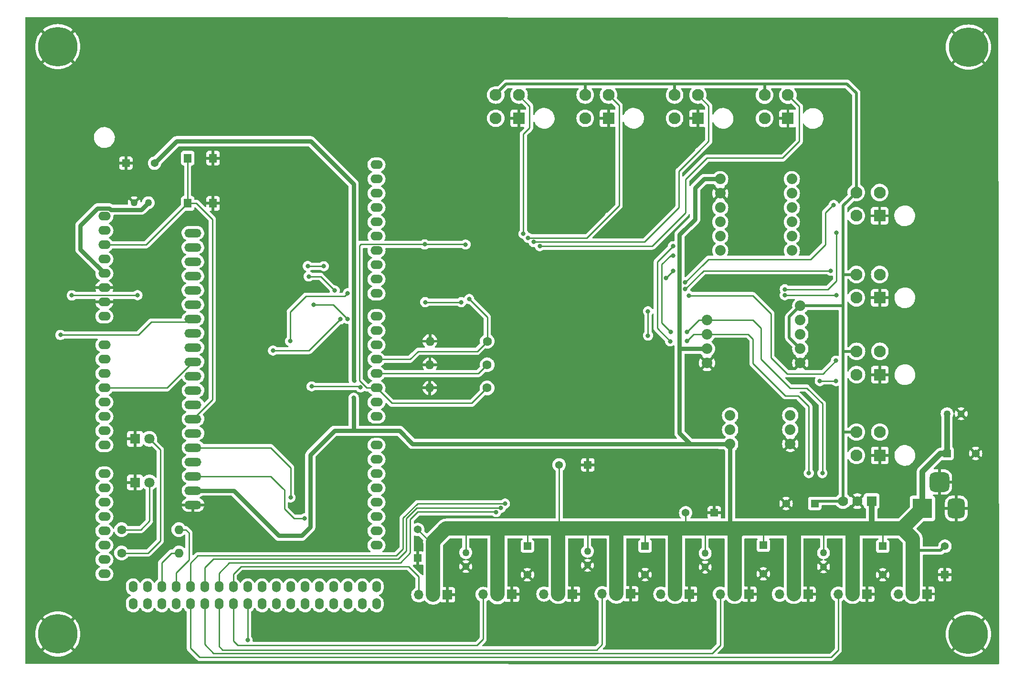
<source format=gtl>
%TF.GenerationSoftware,KiCad,Pcbnew,7.0.7*%
%TF.CreationDate,2023-11-29T15:56:53-06:00*%
%TF.ProjectId,MDCM,4d44434d-2e6b-4696-9361-645f70636258,rev?*%
%TF.SameCoordinates,Original*%
%TF.FileFunction,Copper,L1,Top*%
%TF.FilePolarity,Positive*%
%FSLAX46Y46*%
G04 Gerber Fmt 4.6, Leading zero omitted, Abs format (unit mm)*
G04 Created by KiCad (PCBNEW 7.0.7) date 2023-11-29 15:56:53*
%MOMM*%
%LPD*%
G01*
G04 APERTURE LIST*
G04 Aperture macros list*
%AMRoundRect*
0 Rectangle with rounded corners*
0 $1 Rounding radius*
0 $2 $3 $4 $5 $6 $7 $8 $9 X,Y pos of 4 corners*
0 Add a 4 corners polygon primitive as box body*
4,1,4,$2,$3,$4,$5,$6,$7,$8,$9,$2,$3,0*
0 Add four circle primitives for the rounded corners*
1,1,$1+$1,$2,$3*
1,1,$1+$1,$4,$5*
1,1,$1+$1,$6,$7*
1,1,$1+$1,$8,$9*
0 Add four rect primitives between the rounded corners*
20,1,$1+$1,$2,$3,$4,$5,0*
20,1,$1+$1,$4,$5,$6,$7,0*
20,1,$1+$1,$6,$7,$8,$9,0*
20,1,$1+$1,$8,$9,$2,$3,0*%
G04 Aperture macros list end*
%TA.AperFunction,ComponentPad*%
%ADD10R,1.371600X1.371600*%
%TD*%
%TA.AperFunction,ComponentPad*%
%ADD11C,1.371600*%
%TD*%
%TA.AperFunction,ComponentPad*%
%ADD12R,1.700000X1.700000*%
%TD*%
%TA.AperFunction,ComponentPad*%
%ADD13O,1.700000X1.700000*%
%TD*%
%TA.AperFunction,ComponentPad*%
%ADD14O,2.199640X1.524000*%
%TD*%
%TA.AperFunction,ComponentPad*%
%ADD15O,2.197100X1.524000*%
%TD*%
%TA.AperFunction,ComponentPad*%
%ADD16O,1.539240X1.998980*%
%TD*%
%TA.AperFunction,ComponentPad*%
%ADD17O,1.536700X1.998980*%
%TD*%
%TA.AperFunction,ComponentPad*%
%ADD18R,2.100000X2.100000*%
%TD*%
%TA.AperFunction,ComponentPad*%
%ADD19C,2.100000*%
%TD*%
%TA.AperFunction,ComponentPad*%
%ADD20R,1.778000X1.778000*%
%TD*%
%TA.AperFunction,ComponentPad*%
%ADD21C,1.778000*%
%TD*%
%TA.AperFunction,ComponentPad*%
%ADD22C,7.000000*%
%TD*%
%TA.AperFunction,ComponentPad*%
%ADD23C,1.600000*%
%TD*%
%TA.AperFunction,ComponentPad*%
%ADD24O,1.600000X1.600000*%
%TD*%
%TA.AperFunction,ComponentPad*%
%ADD25C,1.870000*%
%TD*%
%TA.AperFunction,SMDPad,CuDef*%
%ADD26R,1.400000X1.600000*%
%TD*%
%TA.AperFunction,ComponentPad*%
%ADD27R,1.800000X1.800000*%
%TD*%
%TA.AperFunction,ComponentPad*%
%ADD28C,1.800000*%
%TD*%
%TA.AperFunction,ComponentPad*%
%ADD29C,1.270000*%
%TD*%
%TA.AperFunction,ComponentPad*%
%ADD30O,3.000000X1.500000*%
%TD*%
%TA.AperFunction,ComponentPad*%
%ADD31R,3.500000X3.500000*%
%TD*%
%TA.AperFunction,ComponentPad*%
%ADD32RoundRect,0.750000X0.750000X1.000000X-0.750000X1.000000X-0.750000X-1.000000X0.750000X-1.000000X0*%
%TD*%
%TA.AperFunction,ComponentPad*%
%ADD33RoundRect,0.875000X0.875000X0.875000X-0.875000X0.875000X-0.875000X-0.875000X0.875000X-0.875000X0*%
%TD*%
%TA.AperFunction,ViaPad*%
%ADD34C,0.800000*%
%TD*%
%TA.AperFunction,Conductor*%
%ADD35C,0.800000*%
%TD*%
%TA.AperFunction,Conductor*%
%ADD36C,0.250000*%
%TD*%
%TA.AperFunction,Conductor*%
%ADD37C,2.500000*%
%TD*%
%TA.AperFunction,Conductor*%
%ADD38C,1.000000*%
%TD*%
%TA.AperFunction,Conductor*%
%ADD39C,0.500000*%
%TD*%
G04 APERTURE END LIST*
D10*
%TO.P,C7,1*%
%TO.N,GND*%
X234120000Y-133320000D03*
D11*
%TO.P,C7,2*%
%TO.N,VCC*%
X234120000Y-128240000D03*
%TD*%
D12*
%TO.P,Zone 6,1,Pin_1*%
%TO.N,GND*%
X199355000Y-136735000D03*
D13*
%TO.P,Zone 6,2,Pin_2*%
%TO.N,VCC*%
X196815000Y-136735000D03*
%TO.P,Zone 6,3,Pin_3*%
%TO.N,Net-(J1-PIN45)*%
X194275000Y-136735000D03*
%TD*%
D10*
%TO.P,C10,1*%
%TO.N,VCC*%
X201910000Y-128080000D03*
D11*
%TO.P,C10,2*%
%TO.N,GND*%
X201910000Y-133160000D03*
%TD*%
D14*
%TO.P,J1,1*%
%TO.N,N/C*%
X85040000Y-69650000D03*
%TO.P,J1,2,IOREF*%
%TO.N,unconnected-(J1-IOREF-Pad2)*%
X85040000Y-72190000D03*
%TO.P,J1,3,RESET*%
%TO.N,Net-(J1-RESET)*%
X85040000Y-74730000D03*
%TO.P,J1,4,3.3V*%
%TO.N,unconnected-(J1-3.3V-Pad4)*%
X85040000Y-77270000D03*
%TO.P,J1,5,5V*%
%TO.N,VCC*%
X85040000Y-79810000D03*
%TO.P,J1,6,GND*%
%TO.N,GND*%
X85040000Y-82350000D03*
%TO.P,J1,7,GND*%
X85040000Y-84890000D03*
%TO.P,J1,8,VIN*%
%TO.N,unconnected-(J1-VIN-Pad8)*%
X85040000Y-87430000D03*
%TO.P,J1,9,AD0*%
%TO.N,unconnected-(J1-AD0-Pad9)*%
X85040000Y-92510000D03*
%TO.P,J1,10,AD1*%
%TO.N,unconnected-(J1-AD1-Pad10)*%
X85040000Y-95050000D03*
%TO.P,J1,11,AD2*%
%TO.N,Net-(J1-AD2)*%
X85040000Y-97590000D03*
%TO.P,J1,12,AD3*%
%TO.N,Net-(J1-AD3)*%
X85040000Y-100130000D03*
%TO.P,J1,13,AD4*%
%TO.N,unconnected-(J1-AD4-Pad13)*%
X85040000Y-102670000D03*
%TO.P,J1,14,AD5*%
%TO.N,unconnected-(J1-AD5-Pad14)*%
X85040000Y-105210000D03*
%TO.P,J1,15,AD6*%
%TO.N,unconnected-(J1-AD6-Pad15)*%
X85040000Y-107750000D03*
%TO.P,J1,16,AD7*%
%TO.N,unconnected-(J1-AD7-Pad16)*%
X85040000Y-110290000D03*
%TO.P,J1,17,AD8*%
%TO.N,unconnected-(J1-AD8-Pad17)*%
X85040000Y-115370000D03*
%TO.P,J1,18,AD9*%
%TO.N,unconnected-(J1-AD9-Pad18)*%
X85040000Y-117910000D03*
%TO.P,J1,19,AD10*%
%TO.N,unconnected-(J1-AD10-Pad19)*%
X85040000Y-120450000D03*
D15*
%TO.P,J1,20,AD11/TXD3*%
%TO.N,unconnected-(J1-AD11{slash}TXD3-Pad20)*%
X85040000Y-122990000D03*
%TO.P,J1,21,DAC0/CANRX1*%
%TO.N,unconnected-(J1-DAC0{slash}CANRX1-Pad21)*%
X85040000Y-125530000D03*
%TO.P,J1,22,DAC1*%
%TO.N,unconnected-(J1-DAC1-Pad22)*%
X85040000Y-128070000D03*
%TO.P,J1,23,CANRX0*%
%TO.N,unconnected-(J1-CANRX0-Pad23)*%
X85040000Y-130610000D03*
%TO.P,J1,24,CANTX1*%
%TO.N,unconnected-(J1-CANTX1-Pad24)*%
X85040000Y-133150000D03*
D16*
%TO.P,J1,25,GND*%
%TO.N,unconnected-(J1-GND-Pad25)*%
X90120000Y-135441080D03*
%TO.P,J1,26,PIN52/AD14/RXD3*%
%TO.N,unconnected-(J1-PIN52{slash}AD14{slash}RXD3-Pad26)*%
X92660000Y-135441080D03*
%TO.P,J1,27,PIN50*%
%TO.N,Net-(J1-PIN50)*%
X95200000Y-135441080D03*
%TO.P,J1,28,PIN48*%
%TO.N,Net-(J1-PIN48)*%
X97740000Y-135441080D03*
%TO.P,J1,29,PIN46*%
%TO.N,Net-(J1-PIN46)*%
X100280000Y-135441080D03*
%TO.P,J1,30,PIN44*%
%TO.N,Net-(J1-PIN44)*%
X102820000Y-135441080D03*
%TO.P,J1,31,PIN42*%
%TO.N,Net-(J1-PIN42)*%
X105360000Y-135441080D03*
%TO.P,J1,32,PIN40*%
%TO.N,Net-(J1-PIN40)*%
X107900000Y-135441080D03*
%TO.P,J1,33,PIN38*%
%TO.N,unconnected-(J1-PIN38-Pad33)*%
X110440000Y-135441080D03*
%TO.P,J1,34,PIN36*%
%TO.N,unconnected-(J1-PIN36-Pad34)*%
X112980000Y-135441080D03*
%TO.P,J1,35,PIN34*%
%TO.N,unconnected-(J1-PIN34-Pad35)*%
X115520000Y-135441080D03*
%TO.P,J1,36,PIN32*%
%TO.N,Net-(J1-PIN32)*%
X118060000Y-135441080D03*
%TO.P,J1,37,PIN30*%
%TO.N,Net-(J1-PIN30)*%
X120600000Y-135441080D03*
%TO.P,J1,38,PIN28*%
%TO.N,Net-(J1-PIN28)*%
X123140000Y-135441080D03*
%TO.P,J1,39,PIN26*%
%TO.N,Net-(J1-PIN26)*%
X125680000Y-135441080D03*
%TO.P,J1,40,PIN24*%
%TO.N,Net-(J1-PIN24)*%
X128220000Y-135441080D03*
%TO.P,J1,41,PIN22*%
%TO.N,Net-(J1-PIN22)*%
X130760000Y-135441080D03*
%TO.P,J1,42,5V*%
%TO.N,unconnected-(J1-5V-Pad42)*%
X133300000Y-135441080D03*
D17*
%TO.P,J1,43,GND*%
%TO.N,unconnected-(J1-GND-Pad43)*%
X90120000Y-138476380D03*
%TO.P,J1,44,CANTX1/IO/PIN53*%
%TO.N,unconnected-(J1-CANTX1{slash}IO{slash}PIN53-Pad44)*%
X92660000Y-138476380D03*
%TO.P,J1,45,PIN51*%
%TO.N,unconnected-(J1-PIN51-Pad45)*%
X95200000Y-138476380D03*
%TO.P,J1,46,PIN49*%
%TO.N,unconnected-(J1-PIN49-Pad46)*%
X97740000Y-138476380D03*
%TO.P,J1,47,PIN47*%
%TO.N,Net-(J1-PIN47)*%
X100280000Y-138476380D03*
%TO.P,J1,48,PIN45*%
%TO.N,Net-(J1-PIN45)*%
X102820000Y-138476380D03*
%TO.P,J1,49,PIN43*%
%TO.N,Net-(J1-PIN43)*%
X105360000Y-138476380D03*
%TO.P,J1,50,PIN41*%
%TO.N,Net-(J1-PIN41)*%
X107900000Y-138476380D03*
%TO.P,J1,51,PIN39*%
%TO.N,Net-(J1-PIN39)*%
X110440000Y-138476380D03*
%TO.P,J1,52,PIN37*%
%TO.N,unconnected-(J1-PIN37-Pad52)*%
X112980000Y-138476380D03*
%TO.P,J1,53,PIN35*%
%TO.N,unconnected-(J1-PIN35-Pad53)*%
X115520000Y-138476380D03*
%TO.P,J1,54,PIN33*%
%TO.N,Net-(J1-PIN33)*%
X118060000Y-138476380D03*
%TO.P,J1,55,PIN31*%
%TO.N,Net-(J1-PIN31)*%
X120600000Y-138476380D03*
%TO.P,J1,56,PIN29*%
%TO.N,Net-(J1-PIN29)*%
X123140000Y-138476380D03*
%TO.P,J1,57,PIN27*%
%TO.N,Net-(J1-PIN27)*%
X125680000Y-138476380D03*
%TO.P,J1,58,PIN25*%
%TO.N,Net-(J1-PIN25)*%
X128220000Y-138476380D03*
%TO.P,J1,59,PIN23*%
%TO.N,Net-(J1-PIN23)*%
X130760000Y-138476380D03*
%TO.P,J1,60,5V*%
%TO.N,unconnected-(J1-5V-Pad60)*%
X133300000Y-138476380D03*
D15*
%TO.P,J1,61,SCL0-3/TWCK1/21*%
%TO.N,Net-(J1-SCL0-3{slash}TWCK1{slash}21)*%
X133300000Y-128070000D03*
%TO.P,J1,62,SDA0-3/TWD1/20*%
%TO.N,Net-(J1-SDA0-3{slash}TWD1{slash}20)*%
X133300000Y-125530000D03*
%TO.P,J1,63,RXD2/19*%
%TO.N,unconnected-(J1-RXD2{slash}19-Pad63)*%
X133300000Y-122990000D03*
%TO.P,J1,64,TXD2/18*%
%TO.N,unconnected-(J1-TXD2{slash}18-Pad64)*%
X133300000Y-120450000D03*
%TO.P,J1,65,RXD1/17*%
%TO.N,unconnected-(J1-RXD1{slash}17-Pad65)*%
X133300000Y-117910000D03*
%TO.P,J1,66,TXD1/16*%
%TO.N,unconnected-(J1-TXD1{slash}16-Pad66)*%
X133300000Y-115370000D03*
%TO.P,J1,67,RXD0/15*%
%TO.N,unconnected-(J1-RXD0{slash}15-Pad67)*%
X133300000Y-112830000D03*
%TO.P,J1,68,TXD0/14*%
%TO.N,unconnected-(J1-TXD0{slash}14-Pad68)*%
X133300000Y-110290000D03*
%TO.P,J1,69,RX/URXD/0*%
%TO.N,unconnected-(J1-RX{slash}URXD{slash}0-Pad69)*%
X133300000Y-105210000D03*
%TO.P,J1,70,TX/UTXD/1*%
%TO.N,unconnected-(J1-TX{slash}UTXD{slash}1-Pad70)*%
X133300000Y-102670000D03*
%TO.P,J1,71,PWM2/2*%
%TO.N,Net-(J1-PWM2{slash}2)*%
X133300000Y-100130000D03*
%TO.P,J1,72,PWM3/3*%
%TO.N,Net-(J1-PWM3{slash}3)*%
X133300000Y-97590000D03*
%TO.P,J1,73,SS1/PWM4/SD-CS/4*%
%TO.N,Net-(J1-SS1{slash}PWM4{slash}SD-CS{slash}4)*%
X133300000Y-95050000D03*
%TO.P,J1,74,PWM5/5*%
%TO.N,unconnected-(J1-PWM5{slash}5-Pad74)*%
X133300000Y-92510000D03*
%TO.P,J1,75,PWM6/6*%
%TO.N,unconnected-(J1-PWM6{slash}6-Pad75)*%
X133300000Y-89970000D03*
%TO.P,J1,76,PWM7/7*%
%TO.N,unconnected-(J1-PWM7{slash}7-Pad76)*%
X133300000Y-87430000D03*
%TO.P,J1,77,PWM8/8*%
%TO.N,Net-(J1-PWM8{slash}8)*%
X133300000Y-83366000D03*
%TO.P,J1,78,PWM9/9*%
%TO.N,Net-(J1-PWM9{slash}9)*%
X133300000Y-80826000D03*
%TO.P,J1,79,SS0/PWM10/ETH-CS/10*%
%TO.N,unconnected-(J1-SS0{slash}PWM10{slash}ETH-CS{slash}10-Pad79)*%
X133300000Y-78286000D03*
%TO.P,J1,80,PWM11/11*%
%TO.N,unconnected-(J1-PWM11{slash}11-Pad80)*%
X133300000Y-75746000D03*
%TO.P,J1,81,PWM12/12*%
%TO.N,unconnected-(J1-PWM12{slash}12-Pad81)*%
X133300000Y-73206000D03*
%TO.P,J1,82,PWM13/13*%
%TO.N,unconnected-(J1-PWM13{slash}13-Pad82)*%
X133300000Y-70666000D03*
%TO.P,J1,83,GND*%
%TO.N,unconnected-(J1-GND-Pad83)*%
X133300000Y-68126000D03*
%TO.P,J1,84,AREF*%
%TO.N,unconnected-(J1-AREF-Pad84)*%
X133300000Y-65586000D03*
%TO.P,J1,85,SDA1/TWD0*%
%TO.N,unconnected-(J1-SDA1{slash}TWD0-Pad85)*%
X133300000Y-63046000D03*
%TO.P,J1,86,SCL1/TWCK0*%
%TO.N,unconnected-(J1-SCL1{slash}TWCK0-Pad86)*%
X133300000Y-60506000D03*
%TD*%
D10*
%TO.P,C11,1*%
%TO.N,VCC*%
X223080000Y-128250000D03*
D11*
%TO.P,C11,2*%
%TO.N,GND*%
X223080000Y-133330000D03*
%TD*%
D18*
%TO.P,Airflow sensor 8,1,Pin_1*%
%TO.N,GND*%
X222530000Y-69580000D03*
D19*
%TO.P,Airflow sensor 8,2,Pin_2*%
%TO.N,/3.3V*%
X218390000Y-65440000D03*
%TO.P,Airflow sensor 8,3,Pin_3*%
%TO.N,/SDA_8*%
X222530000Y-65440000D03*
%TO.P,Airflow sensor 8,4,Pin_4*%
%TO.N,/SCL_8*%
X218390000Y-69580000D03*
%TD*%
D12*
%TO.P,Zone 4,1,Pin_1*%
%TO.N,GND*%
X178410000Y-136700000D03*
D13*
%TO.P,Zone 4,2,Pin_2*%
%TO.N,VCC*%
X175870000Y-136700000D03*
%TO.P,Zone 4,3,Pin_3*%
%TO.N,Net-(J1-PIN43)*%
X173330000Y-136700000D03*
%TD*%
D18*
%TO.P,Airflow sensor 7,1,Pin_1*%
%TO.N,GND*%
X222550000Y-84140000D03*
D19*
%TO.P,Airflow sensor 7,2,Pin_2*%
%TO.N,/3.3V*%
X218410000Y-80000000D03*
%TO.P,Airflow sensor 7,3,Pin_3*%
%TO.N,/SDA_7*%
X222550000Y-80000000D03*
%TO.P,Airflow sensor 7,4,Pin_4*%
%TO.N,/SCL_7*%
X218410000Y-84140000D03*
%TD*%
D12*
%TO.P,Zone 8,1,Pin_1*%
%TO.N,GND*%
X220285000Y-136735000D03*
D13*
%TO.P,Zone 8,2,Pin_2*%
%TO.N,VCC*%
X217745000Y-136735000D03*
%TO.P,Zone 8,3,Pin_3*%
%TO.N,Net-(J1-PIN47)*%
X215205000Y-136735000D03*
%TD*%
D20*
%TO.P,U4,1,INPUT*%
%TO.N,VCC*%
X221120000Y-120220000D03*
D21*
%TO.P,U4,2,GROUND*%
%TO.N,GND*%
X218580000Y-120220000D03*
%TO.P,U4,3,OUTPUT*%
%TO.N,/3.3V*%
X216040000Y-120220000D03*
%TD*%
D10*
%TO.P,C8,1*%
%TO.N,VCC*%
X160060000Y-128219900D03*
D11*
%TO.P,C8,2*%
%TO.N,GND*%
X160060000Y-133299900D03*
%TD*%
D12*
%TO.P,Zone 3,1,Pin_1*%
%TO.N,GND*%
X168070000Y-136730000D03*
D13*
%TO.P,Zone 3,2,Pin_2*%
%TO.N,VCC*%
X165530000Y-136730000D03*
%TO.P,Zone 3,3,Pin_3*%
%TO.N,Net-(J1-PIN42)*%
X162990000Y-136730000D03*
%TD*%
D22*
%TO.P,H1,1,1*%
%TO.N,GND*%
X76780000Y-39550000D03*
%TD*%
D18*
%TO.P,Airflow sensor 1,1,Pin_1*%
%TO.N,GND*%
X158590000Y-52270000D03*
D19*
%TO.P,Airflow sensor 1,2,Pin_2*%
%TO.N,/3.3V*%
X154450000Y-48130000D03*
%TO.P,Airflow sensor 1,3,Pin_3*%
%TO.N,/SDA_1*%
X158590000Y-48130000D03*
%TO.P,Airflow sensor 1,4,Pin_4*%
%TO.N,/SCL_1*%
X154450000Y-52270000D03*
%TD*%
D23*
%TO.P,R4,1*%
%TO.N,Net-(D1-A)*%
X88090000Y-129450000D03*
D24*
%TO.P,R4,2*%
%TO.N,Net-(J1-PIN50)*%
X98250000Y-129450000D03*
%TD*%
D10*
%TO.P,C1,1*%
%TO.N,VCC*%
X234480000Y-111760000D03*
D11*
%TO.P,C1,2*%
%TO.N,GND*%
X239560000Y-111760000D03*
%TD*%
D25*
%TO.P,U5,1,Vin*%
%TO.N,VCC*%
X194260000Y-63060000D03*
%TO.P,U5,2,GND*%
%TO.N,GND*%
X194260000Y-65600000D03*
%TO.P,U5,3,SCL*%
%TO.N,Net-(J1-SCL0-3{slash}TWCK1{slash}21)*%
X194260000Y-68140000D03*
%TO.P,U5,4,SDA*%
%TO.N,Net-(J1-SDA0-3{slash}TWD1{slash}20)*%
X194260000Y-70680000D03*
%TO.P,U5,5,ADDR*%
%TO.N,unconnected-(U5-ADDR-Pad5)*%
X194260000Y-73220000D03*
%TO.P,U5,6,ALRT*%
%TO.N,unconnected-(U5-ALRT-Pad6)*%
X194260000Y-75760000D03*
%TO.P,U5,7,A-*%
%TO.N,unconnected-(U5-A--Pad7)*%
X206960000Y-75760000D03*
%TO.P,U5,8,A0*%
%TO.N,Net-(U5-A0)*%
X206960000Y-73220000D03*
%TO.P,U5,9,A1*%
%TO.N,unconnected-(U5-A1-Pad9)*%
X206960000Y-70680000D03*
%TO.P,U5,10,A2*%
%TO.N,unconnected-(U5-A2-Pad10)*%
X206960000Y-68140000D03*
%TO.P,U5,11,A3*%
%TO.N,unconnected-(U5-A3-Pad11)*%
X206960000Y-65600000D03*
%TO.P,U5,12,A+*%
%TO.N,unconnected-(U5-A+-Pad12)*%
X206960000Y-63060000D03*
%TD*%
D22*
%TO.P,H3,1,1*%
%TO.N,GND*%
X238270000Y-143840000D03*
%TD*%
D18*
%TO.P,Airflow sensor 5,1,Pin_1*%
%TO.N,GND*%
X222560000Y-112120000D03*
D19*
%TO.P,Airflow sensor 5,2,Pin_2*%
%TO.N,/3.3V*%
X218420000Y-107980000D03*
%TO.P,Airflow sensor 5,3,Pin_3*%
%TO.N,/SDA_5*%
X222560000Y-107980000D03*
%TO.P,Airflow sensor 5,4,Pin_4*%
%TO.N,/SCL_5*%
X218420000Y-112120000D03*
%TD*%
D26*
%TO.P,SW1,1,1*%
%TO.N,GND*%
X104310000Y-59360000D03*
X104310000Y-67360000D03*
%TO.P,SW1,2,2*%
%TO.N,Net-(J1-RESET)*%
X99810000Y-59360000D03*
X99810000Y-67360000D03*
%TD*%
D18*
%TO.P,Airflow sensor 4,1,Pin_1*%
%TO.N,GND*%
X206270000Y-52290000D03*
D19*
%TO.P,Airflow sensor 4,2,Pin_2*%
%TO.N,/3.3V*%
X202130000Y-48150000D03*
%TO.P,Airflow sensor 4,3,Pin_3*%
%TO.N,/SDA_4*%
X206270000Y-48150000D03*
%TO.P,Airflow sensor 4,4,Pin_4*%
%TO.N,/SCL_4*%
X202130000Y-52290000D03*
%TD*%
D22*
%TO.P,H2,1,1*%
%TO.N,GND*%
X76780000Y-143830000D03*
%TD*%
D12*
%TO.P,Zone 1,1,Pin_1*%
%TO.N,GND*%
X145890000Y-136870000D03*
D13*
%TO.P,Zone 1,2,Pin_2*%
%TO.N,VCC*%
X143350000Y-136870000D03*
%TO.P,Zone 1,3,Pin_3*%
%TO.N,Net-(J1-PIN40)*%
X140810000Y-136870000D03*
%TD*%
D27*
%TO.P,D1,1,K*%
%TO.N,GND*%
X90465000Y-109170000D03*
D28*
%TO.P,D1,2,A*%
%TO.N,Net-(D1-A)*%
X93005000Y-109170000D03*
%TD*%
D29*
%TO.P,C2,1*%
%TO.N,VCC*%
X234490000Y-104720000D03*
%TO.P,C2,2*%
%TO.N,GND*%
X236990000Y-104720000D03*
%TD*%
D10*
%TO.P,C16,1*%
%TO.N,/3.3V*%
X211020100Y-120650000D03*
D11*
%TO.P,C16,2*%
%TO.N,GND*%
X205940100Y-120650000D03*
%TD*%
D25*
%TO.P,U6,1,GND*%
%TO.N,GND*%
X206690000Y-110080000D03*
%TO.P,U6,2,NC*%
%TO.N,unconnected-(U6-NC-Pad2)*%
X206690000Y-107540000D03*
%TO.P,U6,3,Vout*%
%TO.N,Net-(U5-A0)*%
X206690000Y-105000000D03*
%TO.P,U6,4,NC*%
%TO.N,unconnected-(U6-NC-Pad4)*%
X196022000Y-105025400D03*
%TO.P,U6,5,NC*%
%TO.N,unconnected-(U6-NC-Pad5)*%
X196022000Y-107565400D03*
%TO.P,U6,6,VCC*%
%TO.N,VCC*%
X196022000Y-110105400D03*
%TD*%
%TO.P,U3,1,SCL1*%
%TO.N,Net-(J1-SCL0-3{slash}TWCK1{slash}21)*%
X191911200Y-88090300D03*
%TO.P,U3,2,SDA1*%
%TO.N,Net-(J1-SDA0-3{slash}TWD1{slash}20)*%
X191911200Y-90630300D03*
%TO.P,U3,3,VREF1*%
%TO.N,VCC*%
X191911200Y-93170300D03*
%TO.P,U3,4,GND*%
%TO.N,GND*%
X191911200Y-95710300D03*
%TO.P,U3,5,GND*%
X208471200Y-95720300D03*
%TO.P,U3,6,VREF2*%
%TO.N,/3.3V*%
X208471200Y-93180300D03*
%TO.P,U3,7,SDA2*%
%TO.N,Net-(U2-D)*%
X208471200Y-90640300D03*
%TO.P,U3,8,SCL2*%
%TO.N,Net-(U1-D)*%
X208471200Y-88100300D03*
%TO.P,U3,9,EN*%
%TO.N,/3.3V*%
X208471200Y-85560300D03*
%TD*%
D29*
%TO.P,C15,1*%
%TO.N,GND*%
X212580000Y-131900000D03*
%TO.P,C15,2*%
%TO.N,VCC*%
X212580000Y-129400000D03*
%TD*%
D18*
%TO.P,Airflow sensor 6,1,Pin_1*%
%TO.N,GND*%
X222580000Y-97780000D03*
D19*
%TO.P,Airflow sensor 6,2,Pin_2*%
%TO.N,/3.3V*%
X218440000Y-93640000D03*
%TO.P,Airflow sensor 6,3,Pin_3*%
%TO.N,/SDA_6*%
X222580000Y-93640000D03*
%TO.P,Airflow sensor 6,4,Pin_4*%
%TO.N,/SCL_6*%
X218440000Y-97780000D03*
%TD*%
D10*
%TO.P,C9,1*%
%TO.N,VCC*%
X180930000Y-128210000D03*
D11*
%TO.P,C9,2*%
%TO.N,GND*%
X180930000Y-133290000D03*
%TD*%
D12*
%TO.P,Plenum,1,Pin_1*%
%TO.N,GND*%
X230955000Y-136725000D03*
D13*
%TO.P,Plenum,2,Pin_2*%
%TO.N,VCC*%
X228415000Y-136725000D03*
%TO.P,Plenum,3,Pin_3*%
%TO.N,Net-(J1-PIN39)*%
X225875000Y-136725000D03*
%TD*%
D29*
%TO.P,C12,1*%
%TO.N,GND*%
X149130000Y-131860000D03*
%TO.P,C12,2*%
%TO.N,VCC*%
X149130000Y-129360000D03*
%TD*%
D30*
%TO.P,U7,1,GND*%
%TO.N,GND*%
X100760000Y-120909200D03*
%TO.P,U7,2,Vin*%
%TO.N,VCC*%
X100760000Y-118369200D03*
%TO.P,U7,3,CS*%
%TO.N,Net-(J1-PIN30)*%
X100760000Y-115829200D03*
%TO.P,U7,4,C/D*%
%TO.N,Net-(J1-PIN31)*%
X100760000Y-113289200D03*
%TO.P,U7,5,WR*%
%TO.N,Net-(J1-PIN32)*%
X100760000Y-110749200D03*
%TO.P,U7,6,RD*%
%TO.N,Net-(J1-PIN33)*%
X100760000Y-108209200D03*
%TO.P,U7,7,RST*%
%TO.N,Net-(J1-RESET)*%
X100760000Y-105669200D03*
%TO.P,U7,8,Lite*%
%TO.N,unconnected-(U7-Lite-Pad8)*%
X100760000Y-103129200D03*
%TO.P,U7,9,X+*%
%TO.N,Net-(J1-PWM9{slash}9)*%
X100760000Y-100589200D03*
%TO.P,U7,10,Y+*%
%TO.N,Net-(J1-AD2)*%
X100760000Y-98049200D03*
%TO.P,U7,11,X-*%
%TO.N,Net-(J1-AD3)*%
X100760000Y-95509200D03*
%TO.P,U7,12,Y-*%
%TO.N,Net-(J1-PWM8{slash}8)*%
X100760000Y-92969200D03*
%TO.P,U7,13,D0*%
%TO.N,Net-(J1-PIN22)*%
X100760000Y-90429200D03*
%TO.P,U7,14,D1*%
%TO.N,Net-(J1-PIN23)*%
X100760000Y-87889200D03*
%TO.P,U7,15,D2*%
%TO.N,Net-(J1-PIN24)*%
X100734600Y-85349200D03*
%TO.P,U7,16,D3*%
%TO.N,Net-(J1-PIN25)*%
X100734600Y-82809200D03*
%TO.P,U7,17,D4*%
%TO.N,Net-(J1-PIN26)*%
X100734600Y-80269200D03*
%TO.P,U7,18,D5*%
%TO.N,Net-(J1-PIN27)*%
X100734600Y-77729200D03*
%TO.P,U7,19,D6*%
%TO.N,Net-(J1-PIN28)*%
X100734600Y-75189200D03*
%TO.P,U7,20,D7*%
%TO.N,Net-(J1-PIN29)*%
X100734600Y-72649200D03*
%TD*%
D12*
%TO.P,Zone 2,1,Pin_1*%
%TO.N,GND*%
X157290000Y-136800000D03*
D13*
%TO.P,Zone 2,2,Pin_2*%
%TO.N,VCC*%
X154750000Y-136800000D03*
%TO.P,Zone 2,3,Pin_3*%
%TO.N,Net-(J1-PIN41)*%
X152210000Y-136800000D03*
%TD*%
D31*
%TO.P,J8,1*%
%TO.N,VCC*%
X230120000Y-121530000D03*
D32*
%TO.P,J8,2*%
%TO.N,GND*%
X236120000Y-121530000D03*
D33*
%TO.P,J8,3*%
X233120000Y-116830000D03*
%TD*%
D12*
%TO.P,Zone 7,1,Pin_1*%
%TO.N,GND*%
X209835000Y-136745000D03*
D13*
%TO.P,Zone 7,2,Pin_2*%
%TO.N,VCC*%
X207295000Y-136745000D03*
%TO.P,Zone 7,3,Pin_3*%
%TO.N,Net-(J1-PIN46)*%
X204755000Y-136745000D03*
%TD*%
D18*
%TO.P,Airflow sensor 2,1,Pin_1*%
%TO.N,GND*%
X174450000Y-52270000D03*
D19*
%TO.P,Airflow sensor 2,2,Pin_2*%
%TO.N,/3.3V*%
X170310000Y-48130000D03*
%TO.P,Airflow sensor 2,3,Pin_3*%
%TO.N,/SDA_2*%
X174450000Y-48130000D03*
%TO.P,Airflow sensor 2,4,Pin_4*%
%TO.N,/SCL_2*%
X170310000Y-52270000D03*
%TD*%
D10*
%TO.P,C5,1*%
%TO.N,GND*%
X193220000Y-122300000D03*
D11*
%TO.P,C5,2*%
%TO.N,VCC*%
X188140000Y-122300000D03*
%TD*%
D12*
%TO.P,Zone 5,1,Pin_1*%
%TO.N,GND*%
X188825000Y-136735000D03*
D13*
%TO.P,Zone 5,2,Pin_2*%
%TO.N,VCC*%
X186285000Y-136735000D03*
%TO.P,Zone 5,3,Pin_3*%
%TO.N,Net-(J1-PIN44)*%
X183745000Y-136735000D03*
%TD*%
D23*
%TO.P,R5,1*%
%TO.N,Net-(D2-A)*%
X88090000Y-125300000D03*
D24*
%TO.P,R5,2*%
%TO.N,Net-(J1-PIN48)*%
X98250000Y-125300000D03*
%TD*%
D29*
%TO.P,C18,1*%
%TO.N,GND*%
X90320000Y-67260000D03*
%TO.P,C18,2*%
%TO.N,VCC*%
X92820000Y-67260000D03*
%TD*%
%TO.P,C14,1*%
%TO.N,GND*%
X191590000Y-131970000D03*
%TO.P,C14,2*%
%TO.N,VCC*%
X191590000Y-129470000D03*
%TD*%
%TO.P,C13,1*%
%TO.N,GND*%
X170730000Y-131640000D03*
%TO.P,C13,2*%
%TO.N,VCC*%
X170730000Y-129140000D03*
%TD*%
D18*
%TO.P,Airflow sensor 3,1,Pin_1*%
%TO.N,GND*%
X190310000Y-52280000D03*
D19*
%TO.P,Airflow sensor 3,2,Pin_2*%
%TO.N,/3.3V*%
X186170000Y-48140000D03*
%TO.P,Airflow sensor 3,3,Pin_3*%
%TO.N,/SDA_3*%
X190310000Y-48140000D03*
%TO.P,Airflow sensor 3,4,Pin_4*%
%TO.N,/SCL_3*%
X186170000Y-52280000D03*
%TD*%
D22*
%TO.P,H4,1,1*%
%TO.N,GND*%
X238280000Y-39620000D03*
%TD*%
D10*
%TO.P,C4,1*%
%TO.N,GND*%
X170770000Y-113790000D03*
D11*
%TO.P,C4,2*%
%TO.N,VCC*%
X165690000Y-113790000D03*
%TD*%
D27*
%TO.P,D2,1,K*%
%TO.N,GND*%
X90480000Y-116920000D03*
D28*
%TO.P,D2,2,A*%
%TO.N,Net-(D2-A)*%
X93020000Y-116920000D03*
%TD*%
D10*
%TO.P,C3,1*%
%TO.N,GND*%
X140620000Y-130360000D03*
D11*
%TO.P,C3,2*%
%TO.N,VCC*%
X140620000Y-125280000D03*
%TD*%
D10*
%TO.P,C17,1*%
%TO.N,GND*%
X88852200Y-60231900D03*
D11*
%TO.P,C17,2*%
%TO.N,VCC*%
X93932200Y-60231900D03*
%TD*%
D23*
%TO.P,R3,1*%
%TO.N,Net-(J1-PWM2{slash}2)*%
X152920000Y-100140000D03*
D24*
%TO.P,R3,2*%
%TO.N,GND*%
X142760000Y-100140000D03*
%TD*%
D23*
%TO.P,R1,1*%
%TO.N,Net-(J1-SS1{slash}PWM4{slash}SD-CS{slash}4)*%
X152940000Y-91850000D03*
D24*
%TO.P,R1,2*%
%TO.N,GND*%
X142780000Y-91850000D03*
%TD*%
D23*
%TO.P,R2,1*%
%TO.N,Net-(J1-PWM3{slash}3)*%
X152930000Y-96030000D03*
D24*
%TO.P,R2,2*%
%TO.N,GND*%
X142770000Y-96030000D03*
%TD*%
D34*
%TO.N,VCC*%
X129260000Y-101890000D03*
X129310000Y-98800000D03*
%TO.N,GND*%
X143250500Y-80710000D03*
X149174357Y-81033232D03*
%TO.N,Net-(J1-PIN46)*%
X156090000Y-120680000D03*
%TO.N,Net-(J1-PIN44)*%
X155350000Y-121440000D03*
%TO.N,Net-(J1-PIN42)*%
X154540000Y-122170000D03*
%TO.N,Net-(J1-PIN32)*%
X118060000Y-119590000D03*
%TO.N,Net-(J1-PIN30)*%
X120540000Y-123290000D03*
%TO.N,Net-(J1-PIN26)*%
X125890000Y-82840000D03*
X121280000Y-80340000D03*
%TO.N,Net-(J1-PIN24)*%
X122120000Y-85360000D03*
X128160000Y-87880000D03*
%TO.N,Net-(J1-PIN22)*%
X121810000Y-99870000D03*
X130477701Y-100042299D03*
%TO.N,Net-(J1-PIN39)*%
X110430000Y-144920000D03*
%TO.N,Net-(J1-PIN27)*%
X121100000Y-78510000D03*
X123950000Y-78530000D03*
%TO.N,Net-(J1-PIN25)*%
X90910000Y-83680000D03*
X79270000Y-83710000D03*
%TO.N,Net-(J1-PIN23)*%
X77250000Y-90730000D03*
%TO.N,Net-(J1-SCL0-3{slash}TWCK1{slash}21)*%
X185884500Y-76610000D03*
X188380000Y-90200000D03*
X185450000Y-90190000D03*
X212370000Y-115270000D03*
%TO.N,Net-(J1-SDA0-3{slash}TWD1{slash}20)*%
X209970000Y-115260000D03*
X185380000Y-91850000D03*
X185884500Y-74990000D03*
X188400000Y-91820000D03*
%TO.N,Net-(J1-PWM2{slash}2)*%
X149090000Y-74680000D03*
X141840500Y-74659000D03*
%TO.N,Net-(J1-PWM3{slash}3)*%
X141950500Y-84920000D03*
X148340000Y-84910000D03*
%TO.N,Net-(J1-SS1{slash}PWM4{slash}SD-CS{slash}4)*%
X149740000Y-84350000D03*
%TO.N,Net-(J1-PWM8{slash}8)*%
X126910000Y-87940000D03*
X114950000Y-93510000D03*
%TO.N,Net-(J1-PWM9{slash}9)*%
X117997701Y-91832299D03*
X128200000Y-83330000D03*
%TO.N,Net-(U2-D)*%
X185940000Y-79400000D03*
X184640000Y-80630000D03*
%TO.N,/SDA_1*%
X159350000Y-72770000D03*
%TO.N,/SDA_2*%
X160210000Y-73500000D03*
%TO.N,/SDA_3*%
X161160000Y-74224500D03*
%TO.N,/SDA_4*%
X162270000Y-74970000D03*
%TO.N,/SDA_5*%
X181450000Y-90840000D03*
X181450000Y-86540000D03*
%TO.N,/SCL_6*%
X211920000Y-98920000D03*
X214800000Y-98920000D03*
%TO.N,/SDA_6*%
X188700000Y-83740000D03*
X214790000Y-95310000D03*
%TO.N,/SDA_7*%
X188060000Y-82600000D03*
X213890000Y-79320000D03*
%TO.N,/SCL_7*%
X205710000Y-83690000D03*
X214840000Y-83690000D03*
%TO.N,/SDA_8*%
X214390000Y-67660000D03*
X188029500Y-81410000D03*
%TO.N,/SCL_8*%
X205720000Y-82630000D03*
X214900000Y-72590000D03*
%TD*%
D35*
%TO.N,VCC*%
X129250000Y-98740000D02*
X129310000Y-98800000D01*
X129250000Y-63960000D02*
X129250000Y-98740000D01*
X97824100Y-56340000D02*
X121630000Y-56340000D01*
X93932200Y-60231900D02*
X97824100Y-56340000D01*
X121630000Y-56340000D02*
X129250000Y-63960000D01*
D36*
%TO.N,Net-(J1-RESET)*%
X104190000Y-70190000D02*
X101360000Y-67360000D01*
X99810000Y-59360000D02*
X99810000Y-67360000D01*
X92440000Y-74730000D02*
X99810000Y-67360000D01*
X101360000Y-67360000D02*
X99810000Y-67360000D01*
X100760000Y-105669200D02*
X104190000Y-102239200D01*
X104190000Y-102239200D02*
X104190000Y-70190000D01*
X91680000Y-74730000D02*
X92440000Y-74730000D01*
X85040000Y-74730000D02*
X91680000Y-74730000D01*
X91660000Y-74750000D02*
X91680000Y-74730000D01*
D37*
%TO.N,VCC*%
X228415000Y-129020000D02*
X228415000Y-136725000D01*
X154860000Y-125090000D02*
X149220000Y-125090000D01*
X145650000Y-125090000D02*
X143330000Y-127410000D01*
D35*
X121560000Y-124860000D02*
X120030000Y-126390000D01*
D36*
X212580000Y-125220000D02*
X212710000Y-125090000D01*
D38*
X230120000Y-114990000D02*
X233350000Y-111760000D01*
D35*
X80790000Y-71290000D02*
X80790000Y-75560000D01*
D37*
X212710000Y-125090000D02*
X207280000Y-125090000D01*
D35*
X194142400Y-110080000D02*
X194167800Y-110105400D01*
X129130000Y-107750000D02*
X125840000Y-107750000D01*
D36*
X165690000Y-113790000D02*
X165690000Y-125070000D01*
D35*
X129260000Y-107620000D02*
X129130000Y-107750000D01*
X137370000Y-107750000D02*
X129130000Y-107750000D01*
D38*
X233350000Y-111760000D02*
X234480000Y-111760000D01*
D36*
X170730000Y-125250000D02*
X170570000Y-125090000D01*
X223080000Y-125240000D02*
X223230000Y-125090000D01*
D37*
X165710000Y-125090000D02*
X165530000Y-125270000D01*
D35*
X91585000Y-68495000D02*
X86148979Y-68495000D01*
D36*
X212580000Y-129400000D02*
X212580000Y-125220000D01*
D35*
X187030000Y-72961200D02*
X189811600Y-70179600D01*
D37*
X207280000Y-125090000D02*
X207295000Y-125105000D01*
X202060000Y-125090000D02*
X197750000Y-125090000D01*
X176210000Y-125090000D02*
X170570000Y-125090000D01*
X217850000Y-125090000D02*
X212710000Y-125090000D01*
D35*
X196022000Y-124718000D02*
X195650000Y-125090000D01*
X139700000Y-110080000D02*
X137370000Y-107750000D01*
X86148979Y-68495000D02*
X85913979Y-68260000D01*
D37*
X186285000Y-125805000D02*
X186285000Y-128900000D01*
D35*
X194142400Y-110080000D02*
X139700000Y-110080000D01*
D37*
X143350000Y-127430000D02*
X143350000Y-128930000D01*
D36*
X217910000Y-128985000D02*
X217745000Y-128820000D01*
D37*
X149220000Y-125090000D02*
X145650000Y-125090000D01*
D38*
X230120000Y-114990000D02*
X230120000Y-121530000D01*
D37*
X186285000Y-128900000D02*
X186285000Y-136735000D01*
D36*
X160060000Y-125170000D02*
X160140000Y-125090000D01*
D37*
X170570000Y-125090000D02*
X165710000Y-125090000D01*
X207280000Y-125090000D02*
X202060000Y-125090000D01*
D35*
X187149700Y-93170300D02*
X191911200Y-93170300D01*
X191410000Y-63060000D02*
X194260000Y-63060000D01*
X189811600Y-70179600D02*
X189811600Y-64658400D01*
X187030000Y-93290000D02*
X187149700Y-93170300D01*
X195650000Y-125090000D02*
X195630000Y-125110000D01*
D37*
X217850000Y-125090000D02*
X217745000Y-125195000D01*
D35*
X196022000Y-110105400D02*
X196022000Y-124718000D01*
X194142400Y-110080000D02*
X188950000Y-110080000D01*
D37*
X165710000Y-125090000D02*
X160140000Y-125090000D01*
D36*
X201910000Y-125240000D02*
X202060000Y-125090000D01*
D37*
X195650000Y-125090000D02*
X191460000Y-125090000D01*
D35*
X187030000Y-93290000D02*
X187030000Y-72961200D01*
D37*
X207295000Y-129200000D02*
X207295000Y-136745000D01*
X175870000Y-129200000D02*
X175870000Y-136700000D01*
D36*
X160060000Y-128219900D02*
X160060000Y-125170000D01*
D37*
X191460000Y-125090000D02*
X188250000Y-125090000D01*
X228415000Y-126945000D02*
X228415000Y-129020000D01*
X217745000Y-125195000D02*
X217745000Y-128820000D01*
D36*
X223080000Y-128250000D02*
X223080000Y-125240000D01*
D35*
X121560000Y-112030000D02*
X121560000Y-124860000D01*
D37*
X221000000Y-125090000D02*
X217850000Y-125090000D01*
D38*
X221120000Y-120220000D02*
X221120000Y-124970000D01*
D35*
X129260000Y-101890000D02*
X129260000Y-107620000D01*
D36*
X154895000Y-128945000D02*
X154750000Y-129090000D01*
D39*
X228420000Y-129015000D02*
X233345000Y-129015000D01*
D36*
X191590000Y-125220000D02*
X191460000Y-125090000D01*
X149130000Y-125180000D02*
X149220000Y-125090000D01*
D37*
X175870000Y-125430000D02*
X175870000Y-129200000D01*
X188250000Y-125090000D02*
X185570000Y-125090000D01*
D36*
X201910000Y-128080000D02*
X201910000Y-125240000D01*
X207510000Y-128985000D02*
X207295000Y-129200000D01*
D35*
X187030000Y-108160000D02*
X187030000Y-93290000D01*
D37*
X176210000Y-125090000D02*
X175870000Y-125430000D01*
X154750000Y-125200000D02*
X154750000Y-129090000D01*
D36*
X228420000Y-129015000D02*
X228415000Y-129020000D01*
D37*
X207295000Y-125105000D02*
X207295000Y-129200000D01*
D35*
X189811600Y-64658400D02*
X191410000Y-63060000D01*
D38*
X234480000Y-104730000D02*
X234490000Y-104720000D01*
D36*
X170730000Y-129140000D02*
X170730000Y-125250000D01*
X191590000Y-129470000D02*
X191590000Y-125220000D01*
D39*
X233345000Y-129015000D02*
X234120000Y-128240000D01*
D35*
X120030000Y-126390000D02*
X116000000Y-126390000D01*
D36*
X180930000Y-125290000D02*
X181130000Y-125090000D01*
D35*
X85913979Y-68260000D02*
X83820000Y-68260000D01*
D37*
X197750000Y-125090000D02*
X196815000Y-126025000D01*
X154860000Y-125090000D02*
X154750000Y-125200000D01*
X197750000Y-125090000D02*
X195650000Y-125090000D01*
D35*
X116000000Y-126390000D02*
X107979200Y-118369200D01*
D36*
X140620000Y-125280000D02*
X142750000Y-127410000D01*
X188140000Y-122300000D02*
X188140000Y-124980000D01*
D35*
X143330000Y-127410000D02*
X143350000Y-127430000D01*
D36*
X197040000Y-128945000D02*
X196815000Y-129170000D01*
X221120000Y-124970000D02*
X221000000Y-125090000D01*
X165690000Y-125070000D02*
X165710000Y-125090000D01*
X165535000Y-128925000D02*
X165530000Y-128930000D01*
D37*
X226560000Y-125090000D02*
X223230000Y-125090000D01*
D38*
X234480000Y-111760000D02*
X234480000Y-104730000D01*
D36*
X142750000Y-127410000D02*
X143330000Y-127410000D01*
X149130000Y-129360000D02*
X149130000Y-125180000D01*
D37*
X223230000Y-125090000D02*
X221000000Y-125090000D01*
D35*
X194167800Y-110105400D02*
X196022000Y-110105400D01*
D37*
X196815000Y-126025000D02*
X196815000Y-129170000D01*
X160140000Y-125090000D02*
X154860000Y-125090000D01*
X185570000Y-125090000D02*
X186285000Y-125805000D01*
D35*
X83820000Y-68260000D02*
X80790000Y-71290000D01*
X107979200Y-118369200D02*
X100760000Y-118369200D01*
D37*
X165530000Y-128930000D02*
X165530000Y-136730000D01*
X185570000Y-125090000D02*
X181130000Y-125090000D01*
X181130000Y-125090000D02*
X176210000Y-125090000D01*
X143350000Y-128930000D02*
X143350000Y-136870000D01*
D35*
X92820000Y-67260000D02*
X91585000Y-68495000D01*
D37*
X226560000Y-125090000D02*
X228415000Y-126945000D01*
D35*
X80790000Y-75560000D02*
X85040000Y-79810000D01*
D37*
X154750000Y-129090000D02*
X154750000Y-136800000D01*
X165530000Y-125270000D02*
X165530000Y-128930000D01*
X226560000Y-125090000D02*
X230120000Y-121530000D01*
X217745000Y-128820000D02*
X217745000Y-136735000D01*
D36*
X188140000Y-124980000D02*
X188250000Y-125090000D01*
X143780000Y-129360000D02*
X143350000Y-128930000D01*
D35*
X125840000Y-107750000D02*
X121560000Y-112030000D01*
D37*
X196815000Y-129170000D02*
X196815000Y-136735000D01*
D36*
X176135000Y-128935000D02*
X175870000Y-129200000D01*
X180930000Y-128210000D02*
X180930000Y-125290000D01*
D35*
X188950000Y-110080000D02*
X187030000Y-108160000D01*
D36*
%TO.N,GND*%
X142770000Y-100130000D02*
X142760000Y-100140000D01*
X142780000Y-96020000D02*
X142770000Y-96030000D01*
X104310000Y-59360000D02*
X104310000Y-67360000D01*
X208461200Y-95710300D02*
X208471200Y-95720300D01*
X143250500Y-80710000D02*
X148851125Y-80710000D01*
X90465000Y-116905000D02*
X90480000Y-116920000D01*
X148851125Y-80710000D02*
X149174357Y-81033232D01*
%TO.N,Net-(J1-AD3)*%
X85040000Y-100130000D02*
X96139200Y-100130000D01*
X96139200Y-100130000D02*
X100760000Y-95509200D01*
%TO.N,Net-(J1-PIN50)*%
X96920000Y-129450000D02*
X98250000Y-129450000D01*
X95200000Y-131170000D02*
X96920000Y-129450000D01*
X95200000Y-135690000D02*
X95200000Y-131170000D01*
%TO.N,Net-(J1-PIN48)*%
X97740000Y-132970000D02*
X97740000Y-135690000D01*
X100020000Y-130690000D02*
X97740000Y-132970000D01*
X98250000Y-125300000D02*
X99450000Y-125300000D01*
X100020000Y-125870000D02*
X100020000Y-130690000D01*
X99450000Y-125300000D02*
X100020000Y-125870000D01*
%TO.N,Net-(J1-PIN46)*%
X100280000Y-131270000D02*
X101610000Y-129940000D01*
X101610000Y-129940000D02*
X136780000Y-129940000D01*
X138010000Y-123253604D02*
X140583604Y-120680000D01*
X136780000Y-129940000D02*
X138010000Y-128710000D01*
X156060000Y-120650000D02*
X156090000Y-120680000D01*
X140583604Y-120680000D02*
X156090000Y-120680000D01*
X100280000Y-135690000D02*
X100280000Y-131270000D01*
X138010000Y-128710000D02*
X138010000Y-123253604D01*
%TO.N,Net-(J1-PIN44)*%
X137160000Y-130500000D02*
X138600000Y-129060000D01*
X104340000Y-130500000D02*
X137160000Y-130500000D01*
X138600000Y-123300000D02*
X140460000Y-121440000D01*
X140460000Y-121440000D02*
X155350000Y-121440000D01*
X102820000Y-135690000D02*
X102820000Y-132020000D01*
X155340000Y-121430000D02*
X155350000Y-121440000D01*
X138600000Y-129060000D02*
X138600000Y-123300000D01*
X102820000Y-132020000D02*
X104340000Y-130500000D01*
%TO.N,Net-(J1-PIN42)*%
X139290000Y-123480000D02*
X140620000Y-122150000D01*
X139290000Y-129420000D02*
X139290000Y-123480000D01*
X140620000Y-122150000D02*
X154520000Y-122150000D01*
X105360000Y-133010000D02*
X107190000Y-131180000D01*
X154520000Y-122150000D02*
X154540000Y-122170000D01*
X107190000Y-131180000D02*
X137530000Y-131180000D01*
X105360000Y-135690000D02*
X105360000Y-133010000D01*
X137530000Y-131180000D02*
X139290000Y-129420000D01*
%TO.N,Net-(J1-PIN40)*%
X138980000Y-131820000D02*
X140810000Y-133650000D01*
X140810000Y-133650000D02*
X140810000Y-136870000D01*
X109270000Y-131820000D02*
X138980000Y-131820000D01*
X107900000Y-133190000D02*
X109270000Y-131820000D01*
X107900000Y-135690000D02*
X107900000Y-133190000D01*
%TO.N,Net-(J1-PIN32)*%
X118060000Y-119590000D02*
X118060000Y-114290000D01*
X114500000Y-110730000D02*
X114480800Y-110749200D01*
X118060000Y-114290000D02*
X114500000Y-110730000D01*
X114480800Y-110749200D02*
X100760000Y-110749200D01*
%TO.N,Net-(J1-PIN30)*%
X100760000Y-115829200D02*
X114519200Y-115829200D01*
X116950000Y-118260000D02*
X116950000Y-121580000D01*
X114519200Y-115829200D02*
X116690000Y-118000000D01*
X116950000Y-121580000D02*
X118660000Y-123290000D01*
X116690000Y-118000000D02*
X116950000Y-118260000D01*
X118660000Y-123290000D02*
X120540000Y-123290000D01*
%TO.N,Net-(J1-PIN26)*%
X123390000Y-80340000D02*
X121280000Y-80340000D01*
X125890000Y-82840000D02*
X123390000Y-80340000D01*
%TO.N,Net-(J1-PIN24)*%
X128160000Y-87880000D02*
X125640000Y-85360000D01*
X125640000Y-85360000D02*
X122120000Y-85360000D01*
%TO.N,Net-(J1-PIN22)*%
X121810000Y-99870000D02*
X130305402Y-99870000D01*
X121990000Y-100050000D02*
X121810000Y-99870000D01*
X130305402Y-99870000D02*
X130477701Y-100042299D01*
%TO.N,Net-(J1-PIN47)*%
X101920000Y-147980000D02*
X213920000Y-147980000D01*
X213920000Y-147980000D02*
X215205000Y-146695000D01*
X100280000Y-138230000D02*
X100280000Y-146340000D01*
X215205000Y-146695000D02*
X215205000Y-136735000D01*
X100280000Y-146340000D02*
X101920000Y-147980000D01*
%TO.N,Net-(J1-PIN45)*%
X192840000Y-147240000D02*
X194275000Y-145805000D01*
X102820000Y-145660000D02*
X104400000Y-147240000D01*
X104400000Y-147240000D02*
X192840000Y-147240000D01*
X194275000Y-145805000D02*
X194275000Y-136735000D01*
X102820000Y-138230000D02*
X102820000Y-145660000D01*
%TO.N,Net-(J1-PIN43)*%
X105360000Y-138230000D02*
X105360000Y-146020000D01*
X105360000Y-146020000D02*
X105980000Y-146640000D01*
X172350000Y-146640000D02*
X173330000Y-145660000D01*
X105980000Y-146640000D02*
X172350000Y-146640000D01*
X173330000Y-145660000D02*
X173330000Y-136700000D01*
%TO.N,Net-(J1-PIN41)*%
X107900000Y-138230000D02*
X107900000Y-145020000D01*
X108710000Y-145830000D02*
X151130000Y-145830000D01*
X152210000Y-144750000D02*
X152210000Y-136800000D01*
X107900000Y-145020000D02*
X108710000Y-145830000D01*
X151130000Y-145830000D02*
X152210000Y-144750000D01*
%TO.N,Net-(J1-PIN39)*%
X110440000Y-144910000D02*
X110430000Y-144920000D01*
X110440000Y-138230000D02*
X110440000Y-144910000D01*
%TO.N,Net-(J1-PIN29)*%
X100734600Y-72649200D02*
X101264800Y-72119000D01*
%TO.N,Net-(J1-PIN27)*%
X121120000Y-78530000D02*
X121100000Y-78510000D01*
X123950000Y-78530000D02*
X121120000Y-78530000D01*
%TO.N,Net-(J1-PIN25)*%
X79270000Y-83710000D02*
X90880000Y-83710000D01*
X90880000Y-83710000D02*
X90910000Y-83680000D01*
%TO.N,Net-(J1-PIN23)*%
X93350000Y-88440800D02*
X100946396Y-88440800D01*
X100946396Y-88440800D02*
X101128998Y-88258198D01*
X91060800Y-90730000D02*
X93350000Y-88440800D01*
X77250000Y-90730000D02*
X91060800Y-90730000D01*
%TO.N,Net-(J1-SCL0-3{slash}TWCK1{slash}21)*%
X200070300Y-88090300D02*
X191911200Y-88090300D01*
X206650000Y-100150000D02*
X201520000Y-95020000D01*
X191911200Y-88090300D02*
X190489700Y-88090300D01*
X212370000Y-102940000D02*
X209580000Y-100150000D01*
X185450000Y-90190000D02*
X183870000Y-88610000D01*
X201520000Y-95020000D02*
X201520000Y-89540000D01*
X183870000Y-88610000D02*
X183870000Y-78210000D01*
X209580000Y-100150000D02*
X206650000Y-100150000D01*
X212370000Y-115270000D02*
X212370000Y-102940000D01*
X185470000Y-76610000D02*
X185884500Y-76610000D01*
X201520000Y-89540000D02*
X200070300Y-88090300D01*
X183870000Y-78210000D02*
X185470000Y-76610000D01*
X190489700Y-88090300D02*
X188380000Y-90200000D01*
%TO.N,Net-(J1-SDA0-3{slash}TWD1{slash}20)*%
X183090000Y-77784500D02*
X185884500Y-74990000D01*
X200080000Y-95780000D02*
X200080000Y-91480000D01*
X183090000Y-89560000D02*
X183090000Y-78110000D01*
X199189700Y-90630300D02*
X191911200Y-90630300D01*
X200080000Y-91480000D02*
X199210000Y-90610000D01*
X209970000Y-115260000D02*
X209970000Y-103430000D01*
X185380000Y-91850000D02*
X183090000Y-89560000D01*
X183090000Y-78110000D02*
X183090000Y-77784500D01*
X208060000Y-101520000D02*
X205820000Y-101520000D01*
X205820000Y-101520000D02*
X200080000Y-95780000D01*
X189589700Y-90630300D02*
X188400000Y-91820000D01*
X191911200Y-90630300D02*
X189589700Y-90630300D01*
X199210000Y-90610000D02*
X199189700Y-90630300D01*
X209970000Y-103430000D02*
X208060000Y-101520000D01*
%TO.N,Net-(J1-PWM2{slash}2)*%
X149069000Y-74659000D02*
X130539000Y-74659000D01*
X130539000Y-74659000D02*
X130520000Y-74640000D01*
X150210000Y-102850000D02*
X136020000Y-102850000D01*
X130520000Y-74640000D02*
X130280000Y-74880000D01*
X149090000Y-74680000D02*
X149069000Y-74659000D01*
X152920000Y-100140000D02*
X150210000Y-102850000D01*
X130280000Y-98820000D02*
X131590000Y-100130000D01*
X130280000Y-74880000D02*
X130280000Y-98820000D01*
X131590000Y-100130000D02*
X133300000Y-100130000D01*
X136020000Y-102850000D02*
X133300000Y-100130000D01*
%TO.N,Net-(J1-PWM3{slash}3)*%
X148340000Y-84910000D02*
X141960500Y-84910000D01*
X151370000Y-97590000D02*
X152930000Y-96030000D01*
X133300000Y-97590000D02*
X151370000Y-97590000D01*
X141960500Y-84910000D02*
X141950500Y-84920000D01*
%TO.N,Net-(J1-SS1{slash}PWM4{slash}SD-CS{slash}4)*%
X140680000Y-93630000D02*
X151160000Y-93630000D01*
X139260000Y-95050000D02*
X140680000Y-93630000D01*
X149740000Y-84350000D02*
X152940000Y-87550000D01*
X133300000Y-95050000D02*
X139260000Y-95050000D01*
X151160000Y-93630000D02*
X152940000Y-91850000D01*
X152940000Y-87550000D02*
X152940000Y-91850000D01*
%TO.N,Net-(J1-PWM8{slash}8)*%
X114950000Y-93510000D02*
X121340000Y-93510000D01*
X121340000Y-93510000D02*
X126910000Y-87940000D01*
%TO.N,Net-(J1-PWM9{slash}9)*%
X117997701Y-91832299D02*
X117997701Y-86622299D01*
X127670000Y-83860000D02*
X128200000Y-83330000D01*
X117997701Y-86622299D02*
X120760000Y-83860000D01*
X120760000Y-83860000D02*
X127670000Y-83860000D01*
D39*
%TO.N,/3.3V*%
X216040000Y-85570000D02*
X216040000Y-80150000D01*
X186250000Y-46160000D02*
X186170000Y-46240000D01*
X170310000Y-46160000D02*
X170310000Y-48130000D01*
X216040000Y-108170000D02*
X216040000Y-93730000D01*
X218390000Y-47820000D02*
X218390000Y-65440000D01*
X216030300Y-85560300D02*
X216040000Y-85570000D01*
X216040000Y-93730000D02*
X216130000Y-93640000D01*
X156302000Y-46160000D02*
X154335000Y-48127000D01*
X170310000Y-46160000D02*
X156302000Y-46160000D01*
X216230000Y-107980000D02*
X218420000Y-107980000D01*
X216040000Y-120220000D02*
X211450100Y-120220000D01*
X216040000Y-80150000D02*
X216040000Y-67790000D01*
X216040000Y-67790000D02*
X218390000Y-65440000D01*
X216040000Y-120220000D02*
X216040000Y-108170000D01*
X202130000Y-46200000D02*
X202130000Y-48150000D01*
X216730000Y-46160000D02*
X202090000Y-46160000D01*
X216730000Y-46160000D02*
X218390000Y-47820000D01*
X202090000Y-46160000D02*
X186250000Y-46160000D01*
X211450100Y-120220000D02*
X211020100Y-120650000D01*
X208471200Y-85560300D02*
X216030300Y-85560300D01*
X206510000Y-87521500D02*
X206510000Y-91219100D01*
X186170000Y-46240000D02*
X186170000Y-48140000D01*
X216040000Y-93730000D02*
X216040000Y-85570000D01*
X208471200Y-85560300D02*
X206510000Y-87521500D01*
X206510000Y-91219100D02*
X208471200Y-93180300D01*
X216130000Y-93640000D02*
X218440000Y-93640000D01*
X216040000Y-108170000D02*
X216230000Y-107980000D01*
X216040000Y-80150000D02*
X216190000Y-80000000D01*
D36*
X216035000Y-116560000D02*
X216040000Y-116565000D01*
D39*
X202090000Y-46160000D02*
X202130000Y-46200000D01*
X216190000Y-80000000D02*
X218410000Y-80000000D01*
X186250000Y-46160000D02*
X170310000Y-46160000D01*
D36*
%TO.N,Net-(U2-D)*%
X185870000Y-79400000D02*
X184640000Y-80630000D01*
X185940000Y-79400000D02*
X185870000Y-79400000D01*
%TO.N,/SDA_1*%
X159350000Y-55050000D02*
X160460000Y-53940000D01*
X159350000Y-72770000D02*
X159350000Y-55050000D01*
X160460000Y-50112000D02*
X158475000Y-48127000D01*
X160460000Y-53940000D02*
X160460000Y-50112000D01*
%TO.N,/SDA_2*%
X160210000Y-73500000D02*
X170610000Y-73500000D01*
X176330000Y-50010000D02*
X174450000Y-48130000D01*
X174450000Y-69660000D02*
X174400000Y-69610000D01*
X170610000Y-73500000D02*
X174450000Y-69660000D01*
X176330000Y-67780000D02*
X176330000Y-50010000D01*
X174450000Y-69660000D02*
X176330000Y-67780000D01*
%TO.N,/SDA_3*%
X186930000Y-61650000D02*
X190460000Y-58120000D01*
X186930000Y-68120000D02*
X186930000Y-61650000D01*
X192210000Y-56370000D02*
X192210000Y-50040000D01*
X192210000Y-50040000D02*
X190310000Y-48140000D01*
X190460000Y-58120000D02*
X190410000Y-58070000D01*
X190460000Y-58120000D02*
X192210000Y-56370000D01*
X161160000Y-74224500D02*
X180825500Y-74224500D01*
X180825500Y-74224500D02*
X186930000Y-68120000D01*
%TO.N,/SDA_4*%
X162270000Y-74970000D02*
X182190000Y-74970000D01*
X188140000Y-63100000D02*
X191910000Y-59330000D01*
X191910000Y-59330000D02*
X205320000Y-59330000D01*
X182190000Y-74970000D02*
X188140000Y-69020000D01*
X188140000Y-69020000D02*
X188140000Y-63100000D01*
X205320000Y-59330000D02*
X208290000Y-56360000D01*
X208290000Y-56360000D02*
X208290000Y-50170000D01*
X208290000Y-50170000D02*
X206270000Y-48150000D01*
%TO.N,/SDA_5*%
X181450000Y-90840000D02*
X181450000Y-86540000D01*
%TO.N,/SCL_6*%
X211920000Y-98920000D02*
X214800000Y-98920000D01*
%TO.N,/SDA_6*%
X200946342Y-84666342D02*
X200020000Y-83740000D01*
X206120000Y-97610000D02*
X212490000Y-97610000D01*
X203240000Y-86960000D02*
X203240000Y-94730000D01*
X203240000Y-94730000D02*
X206120000Y-97610000D01*
X200020000Y-83740000D02*
X188700000Y-83740000D01*
X222590000Y-92700000D02*
X222580000Y-92700000D01*
X212490000Y-97610000D02*
X214790000Y-95310000D01*
X200946342Y-84666342D02*
X203240000Y-86960000D01*
%TO.N,/SDA_7*%
X188060000Y-82600000D02*
X191320000Y-79340000D01*
X213870000Y-79340000D02*
X213890000Y-79320000D01*
X221930000Y-79362000D02*
X221930000Y-79440000D01*
X191320000Y-79340000D02*
X213870000Y-79340000D01*
%TO.N,/SCL_7*%
X205710000Y-83690000D02*
X214840000Y-83690000D01*
%TO.N,/SDA_8*%
X212930000Y-69040000D02*
X214310000Y-67660000D01*
X191400000Y-78050000D02*
X192150000Y-77300000D01*
X214310000Y-67660000D02*
X214390000Y-67660000D01*
X188029500Y-81410000D02*
X188040000Y-81410000D01*
X192150000Y-77300000D02*
X210300000Y-77300000D01*
X210300000Y-77300000D02*
X212930000Y-74670000D01*
X188040000Y-81410000D02*
X191400000Y-78050000D01*
X212930000Y-74670000D02*
X212930000Y-69040000D01*
%TO.N,/SCL_8*%
X213340000Y-82630000D02*
X214860000Y-81110000D01*
X212610000Y-82630000D02*
X213340000Y-82630000D01*
X205720000Y-82630000D02*
X212610000Y-82630000D01*
X214860000Y-72630000D02*
X214900000Y-72590000D01*
X214860000Y-81110000D02*
X214860000Y-72630000D01*
%TO.N,Net-(D1-A)*%
X94950000Y-127270000D02*
X94950000Y-111115000D01*
X88090000Y-129450000D02*
X92770000Y-129450000D01*
X94950000Y-111115000D02*
X93005000Y-109170000D01*
X92770000Y-129450000D02*
X94950000Y-127270000D01*
%TO.N,Net-(D2-A)*%
X93020000Y-123730000D02*
X93020000Y-116920000D01*
X88090000Y-125300000D02*
X91490000Y-125300000D01*
X91490000Y-125300000D02*
X93040000Y-123750000D01*
X93040000Y-123750000D02*
X93020000Y-123730000D01*
%TD*%
%TA.AperFunction,Conductor*%
%TO.N,GND*%
G36*
X200832812Y-126860185D02*
G01*
X200878567Y-126912989D01*
X200888511Y-126982147D01*
X200865039Y-127038811D01*
X200780406Y-127151864D01*
X200780402Y-127151871D01*
X200730108Y-127286717D01*
X200723911Y-127344364D01*
X200723701Y-127346323D01*
X200723700Y-127346335D01*
X200723700Y-128813670D01*
X200723701Y-128813676D01*
X200730108Y-128873283D01*
X200780402Y-129008128D01*
X200780406Y-129008135D01*
X200866652Y-129123344D01*
X200866655Y-129123347D01*
X200981864Y-129209593D01*
X200981871Y-129209597D01*
X201116717Y-129259891D01*
X201116716Y-129259891D01*
X201122028Y-129260462D01*
X201176327Y-129266300D01*
X202643672Y-129266299D01*
X202703283Y-129259891D01*
X202838131Y-129209596D01*
X202953346Y-129123346D01*
X203039596Y-129008131D01*
X203089891Y-128873283D01*
X203096300Y-128813673D01*
X203096299Y-127346328D01*
X203090051Y-127288201D01*
X203089891Y-127286716D01*
X203039597Y-127151871D01*
X203039593Y-127151864D01*
X202954961Y-127038811D01*
X202930543Y-126973347D01*
X202945394Y-126905074D01*
X202994799Y-126855668D01*
X203054227Y-126840500D01*
X205420500Y-126840500D01*
X205487539Y-126860185D01*
X205533294Y-126912989D01*
X205544500Y-126964500D01*
X205544500Y-135428396D01*
X205524815Y-135495435D01*
X205472011Y-135541190D01*
X205402853Y-135551134D01*
X205368096Y-135540778D01*
X205218669Y-135471099D01*
X205218655Y-135471094D01*
X204990413Y-135409938D01*
X204990403Y-135409936D01*
X204755001Y-135389341D01*
X204754999Y-135389341D01*
X204519596Y-135409936D01*
X204519586Y-135409938D01*
X204291344Y-135471094D01*
X204291335Y-135471098D01*
X204077171Y-135570964D01*
X204077169Y-135570965D01*
X203883597Y-135706505D01*
X203716505Y-135873597D01*
X203580965Y-136067169D01*
X203580964Y-136067171D01*
X203481098Y-136281335D01*
X203481094Y-136281344D01*
X203419938Y-136509586D01*
X203419936Y-136509596D01*
X203399341Y-136744999D01*
X203399341Y-136745000D01*
X203419936Y-136980403D01*
X203419938Y-136980413D01*
X203481094Y-137208655D01*
X203481096Y-137208659D01*
X203481097Y-137208663D01*
X203556330Y-137370000D01*
X203580965Y-137422830D01*
X203580967Y-137422834D01*
X203668491Y-137547830D01*
X203716505Y-137616401D01*
X203883599Y-137783495D01*
X203956707Y-137834686D01*
X204077165Y-137919032D01*
X204077167Y-137919033D01*
X204077170Y-137919035D01*
X204291337Y-138018903D01*
X204291343Y-138018904D01*
X204291344Y-138018905D01*
X204326139Y-138028228D01*
X204519592Y-138080063D01*
X204690319Y-138095000D01*
X204754999Y-138100659D01*
X204755000Y-138100659D01*
X204755001Y-138100659D01*
X204819681Y-138095000D01*
X204990408Y-138080063D01*
X205218663Y-138018903D01*
X205432830Y-137919035D01*
X205626401Y-137783495D01*
X205671708Y-137738187D01*
X205733030Y-137704702D01*
X205802721Y-137709686D01*
X205856334Y-137748553D01*
X205970803Y-137892093D01*
X206008198Y-137938985D01*
X206160888Y-138080659D01*
X206200521Y-138117433D01*
X206417296Y-138265228D01*
X206417301Y-138265230D01*
X206417302Y-138265231D01*
X206417303Y-138265232D01*
X206531505Y-138320228D01*
X206653673Y-138379061D01*
X206653674Y-138379061D01*
X206653677Y-138379063D01*
X206904385Y-138456396D01*
X207163818Y-138495500D01*
X207426182Y-138495500D01*
X207685615Y-138456396D01*
X207936323Y-138379063D01*
X208172704Y-138265228D01*
X208389479Y-138117433D01*
X208518633Y-137997595D01*
X208581166Y-137966426D01*
X208650622Y-137974013D01*
X208677286Y-137989226D01*
X208742911Y-138038353D01*
X208742913Y-138038354D01*
X208877620Y-138088596D01*
X208877627Y-138088598D01*
X208937155Y-138094999D01*
X208937172Y-138095000D01*
X209585000Y-138095000D01*
X209585000Y-137357301D01*
X209604685Y-137290262D01*
X209657489Y-137244507D01*
X209726647Y-137234563D01*
X209799237Y-137245000D01*
X209799238Y-137245000D01*
X209870762Y-137245000D01*
X209870763Y-137245000D01*
X209943353Y-137234563D01*
X210012512Y-137244507D01*
X210065315Y-137290262D01*
X210085000Y-137357301D01*
X210085000Y-138095000D01*
X210732828Y-138095000D01*
X210732844Y-138094999D01*
X210792372Y-138088598D01*
X210792379Y-138088596D01*
X210927086Y-138038354D01*
X210927093Y-138038350D01*
X211042187Y-137952190D01*
X211042190Y-137952187D01*
X211128350Y-137837093D01*
X211128354Y-137837086D01*
X211178596Y-137702379D01*
X211178598Y-137702372D01*
X211184999Y-137642844D01*
X211185000Y-137642827D01*
X211185000Y-136995000D01*
X210448347Y-136995000D01*
X210381308Y-136975315D01*
X210335553Y-136922511D01*
X210325609Y-136853353D01*
X210329369Y-136836067D01*
X210335000Y-136816888D01*
X210335000Y-136673111D01*
X210329369Y-136653933D01*
X210329370Y-136584064D01*
X210367145Y-136525286D01*
X210430701Y-136496262D01*
X210448347Y-136495000D01*
X211185000Y-136495000D01*
X211185000Y-135847172D01*
X211184999Y-135847155D01*
X211178598Y-135787627D01*
X211178596Y-135787620D01*
X211128354Y-135652913D01*
X211128350Y-135652906D01*
X211042190Y-135537812D01*
X211042187Y-135537809D01*
X210927093Y-135451649D01*
X210927086Y-135451645D01*
X210792379Y-135401403D01*
X210792372Y-135401401D01*
X210732844Y-135395000D01*
X210085000Y-135395000D01*
X210085000Y-136132698D01*
X210065315Y-136199737D01*
X210012511Y-136245492D01*
X209943355Y-136255436D01*
X209870766Y-136245000D01*
X209870763Y-136245000D01*
X209799237Y-136245000D01*
X209799233Y-136245000D01*
X209726645Y-136255436D01*
X209657487Y-136245492D01*
X209604684Y-136199736D01*
X209585000Y-136132698D01*
X209585000Y-135395000D01*
X209169500Y-135395000D01*
X209102461Y-135375315D01*
X209056706Y-135322511D01*
X209045500Y-135271000D01*
X209045500Y-126964500D01*
X209065185Y-126897461D01*
X209117989Y-126851706D01*
X209169500Y-126840500D01*
X211830500Y-126840500D01*
X211897539Y-126860185D01*
X211943294Y-126912989D01*
X211954500Y-126964500D01*
X211954500Y-128382684D01*
X211934815Y-128449723D01*
X211895778Y-128488111D01*
X211892775Y-128489970D01*
X211737261Y-128631739D01*
X211610442Y-128799674D01*
X211516642Y-128988049D01*
X211501113Y-129042627D01*
X211471124Y-129148031D01*
X211459051Y-129190462D01*
X211439635Y-129399999D01*
X211439635Y-129400000D01*
X211459051Y-129609537D01*
X211459051Y-129609539D01*
X211459052Y-129609542D01*
X211505260Y-129771947D01*
X211516642Y-129811950D01*
X211597880Y-129975098D01*
X211610442Y-130000325D01*
X211737260Y-130168259D01*
X211869859Y-130289139D01*
X211892776Y-130310030D01*
X211892778Y-130310032D01*
X212071692Y-130420811D01*
X212071698Y-130420814D01*
X212095805Y-130430153D01*
X212267924Y-130496832D01*
X212436617Y-130528366D01*
X212498896Y-130560033D01*
X212534169Y-130620345D01*
X212531235Y-130690153D01*
X212491026Y-130747294D01*
X212436615Y-130772143D01*
X212268064Y-130803651D01*
X212268063Y-130803651D01*
X212071923Y-130879635D01*
X211973887Y-130940335D01*
X212410723Y-131377170D01*
X212444208Y-131438493D01*
X212439224Y-131508184D01*
X212397353Y-131564118D01*
X212382059Y-131573906D01*
X212342749Y-131595179D01*
X212342748Y-131595179D01*
X212256626Y-131688733D01*
X212256626Y-131688734D01*
X212255911Y-131690365D01*
X212254340Y-131692233D01*
X212251008Y-131697334D01*
X212250391Y-131696931D01*
X212210952Y-131743849D01*
X212144215Y-131764535D01*
X212076888Y-131745857D01*
X212054677Y-131728230D01*
X211617545Y-131291099D01*
X211610870Y-131299939D01*
X211517111Y-131488230D01*
X211459545Y-131690555D01*
X211440138Y-131899999D01*
X211440138Y-131900000D01*
X211459545Y-132109444D01*
X211517111Y-132311769D01*
X211610871Y-132500062D01*
X211617545Y-132508899D01*
X212057050Y-132069395D01*
X212118373Y-132035910D01*
X212188064Y-132040894D01*
X212243998Y-132082765D01*
X212248539Y-132089254D01*
X212295813Y-132161612D01*
X212339229Y-132195404D01*
X212396510Y-132239988D01*
X212437323Y-132296698D01*
X212440998Y-132366471D01*
X212408029Y-132425522D01*
X211973887Y-132859663D01*
X212071918Y-132920362D01*
X212071920Y-132920363D01*
X212268063Y-132996348D01*
X212474829Y-133035000D01*
X212685171Y-133035000D01*
X212891935Y-132996348D01*
X212891936Y-132996348D01*
X213088079Y-132920363D01*
X213088080Y-132920362D01*
X213186110Y-132859664D01*
X213186111Y-132859663D01*
X212749276Y-132422829D01*
X212715791Y-132361506D01*
X212720775Y-132291815D01*
X212762646Y-132235881D01*
X212777933Y-132226097D01*
X212817251Y-132204820D01*
X212903371Y-132111269D01*
X212904083Y-132109643D01*
X212905652Y-132107777D01*
X212908992Y-132102666D01*
X212909609Y-132103069D01*
X212949036Y-132056158D01*
X213015770Y-132035464D01*
X213083099Y-132054135D01*
X213105322Y-132071769D01*
X213542452Y-132508899D01*
X213542453Y-132508899D01*
X213549128Y-132500061D01*
X213642888Y-132311769D01*
X213700454Y-132109444D01*
X213719862Y-131900000D01*
X213719862Y-131899999D01*
X213700454Y-131690555D01*
X213642888Y-131488230D01*
X213549130Y-131299941D01*
X213549128Y-131299937D01*
X213542453Y-131291099D01*
X213542452Y-131291098D01*
X213102949Y-131730602D01*
X213041626Y-131764087D01*
X212971934Y-131759103D01*
X212916001Y-131717231D01*
X212911460Y-131710743D01*
X212864189Y-131638391D01*
X212864187Y-131638388D01*
X212853779Y-131630287D01*
X212763843Y-131560287D01*
X212763840Y-131560285D01*
X212763488Y-131560012D01*
X212722675Y-131503301D01*
X212719000Y-131433529D01*
X212751969Y-131374477D01*
X213186111Y-130940335D01*
X213186110Y-130940334D01*
X213088083Y-130879638D01*
X213088077Y-130879636D01*
X212891935Y-130803651D01*
X212723384Y-130772143D01*
X212661103Y-130740475D01*
X212625830Y-130680162D01*
X212628764Y-130610354D01*
X212668973Y-130553214D01*
X212723380Y-130528366D01*
X212892076Y-130496832D01*
X213088304Y-130420813D01*
X213267223Y-130310031D01*
X213422740Y-130168259D01*
X213549558Y-130000325D01*
X213643359Y-129811947D01*
X213700948Y-129609542D01*
X213720365Y-129400000D01*
X213700948Y-129190458D01*
X213643359Y-128988053D01*
X213549558Y-128799675D01*
X213422740Y-128631741D01*
X213399832Y-128610858D01*
X213267224Y-128489970D01*
X213267223Y-128489969D01*
X213264221Y-128488110D01*
X213263088Y-128486846D01*
X213262647Y-128486513D01*
X213262712Y-128486426D01*
X213217587Y-128436083D01*
X213205500Y-128382684D01*
X213205500Y-126964500D01*
X213225185Y-126897461D01*
X213277989Y-126851706D01*
X213329500Y-126840500D01*
X215870500Y-126840500D01*
X215937539Y-126860185D01*
X215983294Y-126912989D01*
X215994500Y-126964500D01*
X215994500Y-135418396D01*
X215974815Y-135485435D01*
X215922011Y-135531190D01*
X215852853Y-135541134D01*
X215818096Y-135530778D01*
X215668669Y-135461099D01*
X215668655Y-135461094D01*
X215440413Y-135399938D01*
X215440403Y-135399936D01*
X215205001Y-135379341D01*
X215204999Y-135379341D01*
X214969596Y-135399936D01*
X214969586Y-135399938D01*
X214741344Y-135461094D01*
X214741335Y-135461098D01*
X214527171Y-135560964D01*
X214527169Y-135560965D01*
X214333597Y-135696505D01*
X214166505Y-135863597D01*
X214030965Y-136057169D01*
X214030964Y-136057171D01*
X213945506Y-136240436D01*
X213933430Y-136266335D01*
X213931098Y-136271335D01*
X213931094Y-136271344D01*
X213869938Y-136499586D01*
X213869936Y-136499596D01*
X213849341Y-136734999D01*
X213849341Y-136735000D01*
X213869936Y-136970403D01*
X213869938Y-136970413D01*
X213931094Y-137198655D01*
X213931096Y-137198659D01*
X213931097Y-137198663D01*
X214000408Y-137347301D01*
X214030965Y-137412830D01*
X214030967Y-137412834D01*
X214125493Y-137547830D01*
X214160501Y-137597827D01*
X214166501Y-137606395D01*
X214166506Y-137606402D01*
X214333597Y-137773493D01*
X214333603Y-137773498D01*
X214347880Y-137783495D01*
X214526624Y-137908653D01*
X214570248Y-137963228D01*
X214579500Y-138010226D01*
X214579500Y-146384546D01*
X214559815Y-146451585D01*
X214543181Y-146472227D01*
X213697228Y-147318181D01*
X213635905Y-147351666D01*
X213609547Y-147354500D01*
X193909452Y-147354500D01*
X193842413Y-147334815D01*
X193796658Y-147282011D01*
X193786714Y-147212853D01*
X193815739Y-147149297D01*
X193821771Y-147142819D01*
X194238174Y-146726416D01*
X194658788Y-146305801D01*
X194671042Y-146295986D01*
X194670859Y-146295764D01*
X194676866Y-146290792D01*
X194676877Y-146290786D01*
X194708364Y-146257255D01*
X194724227Y-146240364D01*
X194734671Y-146229918D01*
X194745120Y-146219471D01*
X194749379Y-146213978D01*
X194753152Y-146209561D01*
X194785062Y-146175582D01*
X194794713Y-146158024D01*
X194805396Y-146141761D01*
X194817673Y-146125936D01*
X194836185Y-146083153D01*
X194838738Y-146077941D01*
X194861197Y-146037092D01*
X194866180Y-146017680D01*
X194872481Y-145999280D01*
X194880437Y-145980896D01*
X194887729Y-145934852D01*
X194888906Y-145929171D01*
X194900500Y-145884019D01*
X194900500Y-145863983D01*
X194902027Y-145844582D01*
X194905160Y-145824804D01*
X194900775Y-145778415D01*
X194900500Y-145772577D01*
X194900500Y-138010226D01*
X194920185Y-137943187D01*
X194953374Y-137908654D01*
X195146401Y-137773495D01*
X195191708Y-137728187D01*
X195253030Y-137694702D01*
X195322721Y-137699686D01*
X195376334Y-137738553D01*
X195447170Y-137827379D01*
X195528198Y-137928985D01*
X195705343Y-138093350D01*
X195720521Y-138107433D01*
X195937296Y-138255228D01*
X195937301Y-138255230D01*
X195937302Y-138255231D01*
X195937303Y-138255232D01*
X196062843Y-138315688D01*
X196173673Y-138369061D01*
X196173674Y-138369061D01*
X196173677Y-138369063D01*
X196424385Y-138446396D01*
X196683818Y-138485500D01*
X196946182Y-138485500D01*
X197205615Y-138446396D01*
X197456323Y-138369063D01*
X197643111Y-138279110D01*
X197692696Y-138255232D01*
X197692696Y-138255231D01*
X197692704Y-138255228D01*
X197909479Y-138107433D01*
X198038633Y-137987595D01*
X198101166Y-137956426D01*
X198170622Y-137964013D01*
X198197286Y-137979226D01*
X198262911Y-138028353D01*
X198262913Y-138028354D01*
X198397620Y-138078596D01*
X198397627Y-138078598D01*
X198457155Y-138084999D01*
X198457172Y-138085000D01*
X199105000Y-138085000D01*
X199105000Y-137347301D01*
X199124685Y-137280262D01*
X199177489Y-137234507D01*
X199246647Y-137224563D01*
X199319237Y-137235000D01*
X199319238Y-137235000D01*
X199390762Y-137235000D01*
X199390763Y-137235000D01*
X199463353Y-137224563D01*
X199532512Y-137234507D01*
X199585315Y-137280262D01*
X199605000Y-137347301D01*
X199604999Y-138084999D01*
X199605000Y-138085000D01*
X200252828Y-138085000D01*
X200252844Y-138084999D01*
X200312372Y-138078598D01*
X200312379Y-138078596D01*
X200447086Y-138028354D01*
X200447093Y-138028350D01*
X200562187Y-137942190D01*
X200562190Y-137942187D01*
X200648350Y-137827093D01*
X200648354Y-137827086D01*
X200698596Y-137692379D01*
X200698598Y-137692372D01*
X200704999Y-137632844D01*
X200705000Y-137632827D01*
X200705000Y-136985000D01*
X199968347Y-136985000D01*
X199901308Y-136965315D01*
X199855553Y-136912511D01*
X199845609Y-136843353D01*
X199849369Y-136826067D01*
X199855000Y-136806888D01*
X199855000Y-136663111D01*
X199849369Y-136643933D01*
X199849370Y-136574064D01*
X199887145Y-136515286D01*
X199950701Y-136486262D01*
X199968347Y-136485000D01*
X200705000Y-136485000D01*
X200705000Y-135837172D01*
X200704999Y-135837155D01*
X200698598Y-135777627D01*
X200698596Y-135777620D01*
X200648354Y-135642913D01*
X200648350Y-135642906D01*
X200562190Y-135527812D01*
X200562187Y-135527809D01*
X200447093Y-135441649D01*
X200447086Y-135441645D01*
X200312379Y-135391403D01*
X200312372Y-135391401D01*
X200252844Y-135385000D01*
X199605000Y-135385000D01*
X199605000Y-136122698D01*
X199585315Y-136189737D01*
X199532511Y-136235492D01*
X199463355Y-136245436D01*
X199390766Y-136235000D01*
X199390763Y-136235000D01*
X199319237Y-136235000D01*
X199319233Y-136235000D01*
X199246645Y-136245436D01*
X199177487Y-136235492D01*
X199124684Y-136189736D01*
X199105000Y-136122698D01*
X199105000Y-135385000D01*
X198689500Y-135385000D01*
X198622461Y-135365315D01*
X198576706Y-135312511D01*
X198565500Y-135261000D01*
X198565500Y-133160000D01*
X200719120Y-133160000D01*
X200739396Y-133378819D01*
X200799538Y-133590198D01*
X200897489Y-133786911D01*
X200897497Y-133786924D01*
X200911276Y-133805170D01*
X201347765Y-133368680D01*
X201409088Y-133335195D01*
X201478779Y-133340179D01*
X201532394Y-133379049D01*
X201612961Y-133480079D01*
X201612984Y-133480107D01*
X201672666Y-133520797D01*
X201685820Y-133529765D01*
X201730122Y-133583794D01*
X201738182Y-133653197D01*
X201707439Y-133715940D01*
X201703650Y-133719900D01*
X201266986Y-134156564D01*
X201379178Y-134226031D01*
X201379179Y-134226032D01*
X201584101Y-134305418D01*
X201800121Y-134345800D01*
X202019879Y-134345800D01*
X202235897Y-134305418D01*
X202235898Y-134305418D01*
X202440827Y-134226028D01*
X202553011Y-134156565D01*
X202553011Y-134156564D01*
X202118422Y-133721975D01*
X202084937Y-133660652D01*
X202089921Y-133590960D01*
X202131793Y-133535027D01*
X202152297Y-133522576D01*
X202155989Y-133520799D01*
X202251408Y-133432264D01*
X202274709Y-133391904D01*
X202325276Y-133343690D01*
X202393883Y-133330466D01*
X202458747Y-133356434D01*
X202469777Y-133366224D01*
X202908723Y-133805170D01*
X202922506Y-133786918D01*
X202922511Y-133786911D01*
X203020460Y-133590201D01*
X203020461Y-133590200D01*
X203080603Y-133378819D01*
X203100880Y-133160000D01*
X203100880Y-133159999D01*
X203080603Y-132941180D01*
X203020461Y-132729801D01*
X202922506Y-132533081D01*
X202908722Y-132514828D01*
X202472233Y-132951318D01*
X202410910Y-132984803D01*
X202341218Y-132979819D01*
X202287604Y-132940949D01*
X202286130Y-132939101D01*
X202222782Y-132859663D01*
X202207017Y-132839894D01*
X202207016Y-132839893D01*
X202134176Y-132790232D01*
X202089875Y-132736204D01*
X202081815Y-132666801D01*
X202112558Y-132604058D01*
X202116347Y-132600098D01*
X202553012Y-132163434D01*
X202440821Y-132093968D01*
X202440820Y-132093967D01*
X202235898Y-132014581D01*
X202019879Y-131974200D01*
X201800121Y-131974200D01*
X201584102Y-132014581D01*
X201584101Y-132014581D01*
X201379181Y-132093967D01*
X201379175Y-132093969D01*
X201266987Y-132163433D01*
X201266986Y-132163434D01*
X201701577Y-132598024D01*
X201735062Y-132659347D01*
X201730078Y-132729038D01*
X201688207Y-132784972D01*
X201667703Y-132797423D01*
X201664011Y-132799200D01*
X201568592Y-132887735D01*
X201545291Y-132928095D01*
X201494723Y-132976310D01*
X201426116Y-132989532D01*
X201361252Y-132963564D01*
X201350223Y-132953775D01*
X200911276Y-132514828D01*
X200897494Y-132533079D01*
X200799538Y-132729801D01*
X200739396Y-132941180D01*
X200719120Y-133159999D01*
X200719120Y-133160000D01*
X198565500Y-133160000D01*
X198565500Y-126964500D01*
X198585185Y-126897461D01*
X198637989Y-126851706D01*
X198689500Y-126840500D01*
X200765773Y-126840500D01*
X200832812Y-126860185D01*
G37*
%TD.AperFunction*%
%TA.AperFunction,Conductor*%
G36*
X180024829Y-126860185D02*
G01*
X180070584Y-126912989D01*
X180080528Y-126982147D01*
X180051503Y-127045703D01*
X180009101Y-127075141D01*
X180009654Y-127076153D01*
X180001864Y-127080406D01*
X179886655Y-127166652D01*
X179886652Y-127166655D01*
X179800406Y-127281864D01*
X179800402Y-127281871D01*
X179750108Y-127416717D01*
X179745808Y-127456716D01*
X179743701Y-127476323D01*
X179743700Y-127476335D01*
X179743700Y-128943670D01*
X179743701Y-128943676D01*
X179750108Y-129003283D01*
X179800402Y-129138128D01*
X179800406Y-129138135D01*
X179886652Y-129253344D01*
X179886655Y-129253347D01*
X180001864Y-129339593D01*
X180001871Y-129339597D01*
X180136717Y-129389891D01*
X180136716Y-129389891D01*
X180142446Y-129390507D01*
X180196327Y-129396300D01*
X181663672Y-129396299D01*
X181723283Y-129389891D01*
X181858131Y-129339596D01*
X181973346Y-129253346D01*
X182059596Y-129138131D01*
X182109891Y-129003283D01*
X182116300Y-128943673D01*
X182116299Y-127476328D01*
X182109891Y-127416717D01*
X182102530Y-127396982D01*
X182059597Y-127281871D01*
X182059593Y-127281864D01*
X181973347Y-127166655D01*
X181973344Y-127166652D01*
X181858135Y-127080406D01*
X181850346Y-127076153D01*
X181851065Y-127074834D01*
X181802945Y-127038813D01*
X181778526Y-126973349D01*
X181793376Y-126905076D01*
X181842780Y-126855669D01*
X181902210Y-126840500D01*
X184410500Y-126840500D01*
X184477539Y-126860185D01*
X184523294Y-126912989D01*
X184534500Y-126964500D01*
X184534500Y-135418396D01*
X184514815Y-135485435D01*
X184462011Y-135531190D01*
X184392853Y-135541134D01*
X184358096Y-135530778D01*
X184208669Y-135461099D01*
X184208655Y-135461094D01*
X183980413Y-135399938D01*
X183980403Y-135399936D01*
X183745001Y-135379341D01*
X183744999Y-135379341D01*
X183509596Y-135399936D01*
X183509586Y-135399938D01*
X183281344Y-135461094D01*
X183281335Y-135461098D01*
X183067171Y-135560964D01*
X183067169Y-135560965D01*
X182873597Y-135696505D01*
X182706505Y-135863597D01*
X182570965Y-136057169D01*
X182570964Y-136057171D01*
X182485506Y-136240436D01*
X182473430Y-136266335D01*
X182471098Y-136271335D01*
X182471094Y-136271344D01*
X182409938Y-136499586D01*
X182409936Y-136499596D01*
X182389341Y-136734999D01*
X182389341Y-136735000D01*
X182409936Y-136970403D01*
X182409938Y-136970413D01*
X182471094Y-137198655D01*
X182471096Y-137198659D01*
X182471097Y-137198663D01*
X182540408Y-137347301D01*
X182570965Y-137412830D01*
X182570967Y-137412834D01*
X182665493Y-137547830D01*
X182706505Y-137606401D01*
X182873599Y-137773495D01*
X182942994Y-137822086D01*
X183067165Y-137909032D01*
X183067167Y-137909033D01*
X183067170Y-137909035D01*
X183281337Y-138008903D01*
X183281343Y-138008904D01*
X183281344Y-138008905D01*
X183316594Y-138018350D01*
X183509592Y-138070063D01*
X183680319Y-138085000D01*
X183744999Y-138090659D01*
X183745000Y-138090659D01*
X183745001Y-138090659D01*
X183809681Y-138085000D01*
X183980408Y-138070063D01*
X184208663Y-138008903D01*
X184422830Y-137909035D01*
X184616401Y-137773495D01*
X184661708Y-137728187D01*
X184723030Y-137694702D01*
X184792721Y-137699686D01*
X184846334Y-137738553D01*
X184917170Y-137827379D01*
X184998198Y-137928985D01*
X185175343Y-138093350D01*
X185190521Y-138107433D01*
X185407296Y-138255228D01*
X185407301Y-138255230D01*
X185407302Y-138255231D01*
X185407303Y-138255232D01*
X185532843Y-138315688D01*
X185643673Y-138369061D01*
X185643674Y-138369061D01*
X185643677Y-138369063D01*
X185894385Y-138446396D01*
X186153818Y-138485500D01*
X186416182Y-138485500D01*
X186675615Y-138446396D01*
X186926323Y-138369063D01*
X187113111Y-138279110D01*
X187162696Y-138255232D01*
X187162696Y-138255231D01*
X187162704Y-138255228D01*
X187379479Y-138107433D01*
X187508633Y-137987595D01*
X187571166Y-137956426D01*
X187640622Y-137964013D01*
X187667286Y-137979226D01*
X187732911Y-138028353D01*
X187732913Y-138028354D01*
X187867620Y-138078596D01*
X187867627Y-138078598D01*
X187927155Y-138084999D01*
X187927172Y-138085000D01*
X188575000Y-138085000D01*
X188575000Y-137347301D01*
X188594685Y-137280262D01*
X188647489Y-137234507D01*
X188716647Y-137224563D01*
X188789237Y-137235000D01*
X188789238Y-137235000D01*
X188860762Y-137235000D01*
X188860763Y-137235000D01*
X188933352Y-137224563D01*
X189002510Y-137234507D01*
X189055314Y-137280261D01*
X189074999Y-137347301D01*
X189074999Y-138084999D01*
X189075000Y-138085000D01*
X189722828Y-138085000D01*
X189722844Y-138084999D01*
X189782372Y-138078598D01*
X189782379Y-138078596D01*
X189917086Y-138028354D01*
X189917093Y-138028350D01*
X190032187Y-137942190D01*
X190032190Y-137942187D01*
X190118350Y-137827093D01*
X190118354Y-137827086D01*
X190168596Y-137692379D01*
X190168598Y-137692372D01*
X190174999Y-137632844D01*
X190175000Y-137632827D01*
X190175000Y-136985000D01*
X189438347Y-136985000D01*
X189371308Y-136965315D01*
X189325553Y-136912511D01*
X189315609Y-136843353D01*
X189319369Y-136826067D01*
X189325000Y-136806888D01*
X189325000Y-136663111D01*
X189319369Y-136643933D01*
X189319370Y-136574064D01*
X189357145Y-136515286D01*
X189420701Y-136486262D01*
X189438347Y-136485000D01*
X190174999Y-136485000D01*
X190175000Y-135837172D01*
X190174999Y-135837155D01*
X190168598Y-135777627D01*
X190168596Y-135777620D01*
X190118354Y-135642913D01*
X190118350Y-135642906D01*
X190032190Y-135527812D01*
X190032187Y-135527809D01*
X189917093Y-135441649D01*
X189917086Y-135441645D01*
X189782379Y-135391403D01*
X189782372Y-135391401D01*
X189722844Y-135385000D01*
X189075000Y-135385000D01*
X189075000Y-136122698D01*
X189055315Y-136189737D01*
X189002511Y-136235492D01*
X188933355Y-136245436D01*
X188860766Y-136235000D01*
X188860763Y-136235000D01*
X188789237Y-136235000D01*
X188789233Y-136235000D01*
X188716645Y-136245436D01*
X188647487Y-136235492D01*
X188594684Y-136189736D01*
X188575000Y-136122698D01*
X188575000Y-135385000D01*
X188159500Y-135385000D01*
X188092461Y-135365315D01*
X188046706Y-135312511D01*
X188035500Y-135261000D01*
X188035500Y-126964500D01*
X188055185Y-126897461D01*
X188107989Y-126851706D01*
X188159500Y-126840500D01*
X188184506Y-126840500D01*
X190840500Y-126840500D01*
X190907539Y-126860185D01*
X190953294Y-126912989D01*
X190964500Y-126964500D01*
X190964500Y-128452684D01*
X190944815Y-128519723D01*
X190905778Y-128558111D01*
X190902775Y-128559970D01*
X190747261Y-128701739D01*
X190620442Y-128869674D01*
X190526642Y-129058049D01*
X190515985Y-129095506D01*
X190483524Y-129209596D01*
X190469051Y-129260462D01*
X190449635Y-129469999D01*
X190449635Y-129470000D01*
X190469051Y-129679537D01*
X190469051Y-129679539D01*
X190469052Y-129679542D01*
X190526641Y-129881947D01*
X190526642Y-129881950D01*
X190590335Y-130009862D01*
X190620442Y-130070325D01*
X190746182Y-130236832D01*
X190747261Y-130238260D01*
X190902776Y-130380030D01*
X190902778Y-130380032D01*
X191081692Y-130490811D01*
X191081698Y-130490814D01*
X191123268Y-130506918D01*
X191277924Y-130566832D01*
X191446617Y-130598366D01*
X191508896Y-130630033D01*
X191544169Y-130690345D01*
X191541235Y-130760153D01*
X191501026Y-130817294D01*
X191446615Y-130842143D01*
X191278064Y-130873651D01*
X191278063Y-130873651D01*
X191081923Y-130949635D01*
X190983887Y-131010335D01*
X191420723Y-131447170D01*
X191454208Y-131508493D01*
X191449224Y-131578184D01*
X191407353Y-131634118D01*
X191392059Y-131643906D01*
X191352749Y-131665179D01*
X191352748Y-131665179D01*
X191266626Y-131758733D01*
X191266626Y-131758734D01*
X191265911Y-131760365D01*
X191264340Y-131762233D01*
X191261008Y-131767334D01*
X191260391Y-131766931D01*
X191220952Y-131813849D01*
X191154215Y-131834535D01*
X191086888Y-131815857D01*
X191064677Y-131798230D01*
X190627546Y-131361098D01*
X190627545Y-131361099D01*
X190620870Y-131369939D01*
X190527111Y-131558230D01*
X190469545Y-131760555D01*
X190450138Y-131969999D01*
X190450138Y-131970000D01*
X190469545Y-132179444D01*
X190527111Y-132381769D01*
X190620871Y-132570062D01*
X190627545Y-132578899D01*
X191067050Y-132139395D01*
X191128373Y-132105910D01*
X191198064Y-132110894D01*
X191253998Y-132152765D01*
X191258539Y-132159254D01*
X191305813Y-132231612D01*
X191346671Y-132263413D01*
X191406510Y-132309988D01*
X191447323Y-132366698D01*
X191450998Y-132436471D01*
X191418029Y-132495522D01*
X190983887Y-132929663D01*
X191081918Y-132990362D01*
X191081920Y-132990363D01*
X191278063Y-133066348D01*
X191484829Y-133105000D01*
X191695171Y-133105000D01*
X191901935Y-133066348D01*
X191901936Y-133066348D01*
X192098079Y-132990363D01*
X192098080Y-132990362D01*
X192196110Y-132929664D01*
X192196111Y-132929663D01*
X191759276Y-132492829D01*
X191725791Y-132431506D01*
X191730775Y-132361815D01*
X191772646Y-132305881D01*
X191787933Y-132296097D01*
X191827251Y-132274820D01*
X191913371Y-132181269D01*
X191914083Y-132179643D01*
X191915652Y-132177777D01*
X191918992Y-132172666D01*
X191919609Y-132173069D01*
X191959036Y-132126158D01*
X192025770Y-132105464D01*
X192093099Y-132124135D01*
X192115322Y-132141769D01*
X192552452Y-132578899D01*
X192552453Y-132578899D01*
X192559128Y-132570061D01*
X192652888Y-132381769D01*
X192710454Y-132179444D01*
X192729862Y-131970000D01*
X192729862Y-131969999D01*
X192710454Y-131760555D01*
X192652888Y-131558230D01*
X192559130Y-131369941D01*
X192559128Y-131369937D01*
X192552453Y-131361099D01*
X192552452Y-131361098D01*
X192112949Y-131800602D01*
X192051626Y-131834087D01*
X191981934Y-131829103D01*
X191926001Y-131787231D01*
X191921460Y-131780743D01*
X191874189Y-131708391D01*
X191874187Y-131708388D01*
X191868355Y-131703849D01*
X191773843Y-131630287D01*
X191773840Y-131630285D01*
X191773488Y-131630012D01*
X191732675Y-131573301D01*
X191729000Y-131503529D01*
X191761969Y-131444477D01*
X192196111Y-131010335D01*
X192196110Y-131010334D01*
X192098083Y-130949638D01*
X192098077Y-130949636D01*
X191901935Y-130873651D01*
X191733384Y-130842143D01*
X191671103Y-130810475D01*
X191635830Y-130750162D01*
X191638764Y-130680354D01*
X191678973Y-130623214D01*
X191733380Y-130598366D01*
X191902076Y-130566832D01*
X192098304Y-130490813D01*
X192277223Y-130380031D01*
X192432740Y-130238259D01*
X192559558Y-130070325D01*
X192653359Y-129881947D01*
X192710948Y-129679542D01*
X192730365Y-129470000D01*
X192728742Y-129452490D01*
X192723917Y-129400419D01*
X192710948Y-129260458D01*
X192653359Y-129058053D01*
X192559558Y-128869675D01*
X192432740Y-128701741D01*
X192398337Y-128670379D01*
X192277224Y-128559970D01*
X192277223Y-128559969D01*
X192274221Y-128558110D01*
X192273088Y-128556846D01*
X192272647Y-128556513D01*
X192272712Y-128556426D01*
X192227587Y-128506083D01*
X192215500Y-128452684D01*
X192215500Y-126964500D01*
X192235185Y-126897461D01*
X192287989Y-126851706D01*
X192339500Y-126840500D01*
X194940500Y-126840500D01*
X195007539Y-126860185D01*
X195053294Y-126912989D01*
X195064500Y-126964500D01*
X195064500Y-135418396D01*
X195044815Y-135485435D01*
X194992011Y-135531190D01*
X194922853Y-135541134D01*
X194888096Y-135530778D01*
X194738669Y-135461099D01*
X194738655Y-135461094D01*
X194510413Y-135399938D01*
X194510403Y-135399936D01*
X194275001Y-135379341D01*
X194274999Y-135379341D01*
X194039596Y-135399936D01*
X194039586Y-135399938D01*
X193811344Y-135461094D01*
X193811335Y-135461098D01*
X193597171Y-135560964D01*
X193597169Y-135560965D01*
X193403597Y-135696505D01*
X193236505Y-135863597D01*
X193100965Y-136057169D01*
X193100964Y-136057171D01*
X193015506Y-136240436D01*
X193003430Y-136266335D01*
X193001098Y-136271335D01*
X193001094Y-136271344D01*
X192939938Y-136499586D01*
X192939936Y-136499596D01*
X192919341Y-136734999D01*
X192919341Y-136735000D01*
X192939936Y-136970403D01*
X192939938Y-136970413D01*
X193001094Y-137198655D01*
X193001096Y-137198659D01*
X193001097Y-137198663D01*
X193070408Y-137347301D01*
X193100965Y-137412830D01*
X193100967Y-137412834D01*
X193195493Y-137547830D01*
X193230501Y-137597827D01*
X193236501Y-137606395D01*
X193236506Y-137606402D01*
X193403597Y-137773493D01*
X193403603Y-137773498D01*
X193417880Y-137783495D01*
X193596624Y-137908653D01*
X193640248Y-137963228D01*
X193649500Y-138010226D01*
X193649500Y-145494547D01*
X193629815Y-145561586D01*
X193613181Y-145582228D01*
X192617228Y-146578181D01*
X192555905Y-146611666D01*
X192529547Y-146614500D01*
X173559452Y-146614500D01*
X173492413Y-146594815D01*
X173446658Y-146542011D01*
X173436714Y-146472853D01*
X173465739Y-146409297D01*
X173471771Y-146402819D01*
X173586956Y-146287634D01*
X173713788Y-146160801D01*
X173726042Y-146150986D01*
X173725859Y-146150764D01*
X173731866Y-146145792D01*
X173731877Y-146145786D01*
X173762775Y-146112882D01*
X173779227Y-146095364D01*
X173789671Y-146084918D01*
X173800120Y-146074471D01*
X173804379Y-146068978D01*
X173808152Y-146064561D01*
X173840062Y-146030582D01*
X173849713Y-146013024D01*
X173860396Y-145996761D01*
X173872673Y-145980936D01*
X173891185Y-145938153D01*
X173893738Y-145932941D01*
X173916197Y-145892092D01*
X173921180Y-145872680D01*
X173927481Y-145854280D01*
X173935437Y-145835896D01*
X173942729Y-145789852D01*
X173943906Y-145784171D01*
X173955500Y-145739019D01*
X173955500Y-145718982D01*
X173957027Y-145699582D01*
X173960160Y-145679804D01*
X173955775Y-145633415D01*
X173955500Y-145627577D01*
X173955500Y-137975226D01*
X173975185Y-137908187D01*
X174008374Y-137873654D01*
X174201401Y-137738495D01*
X174246708Y-137693187D01*
X174308030Y-137659702D01*
X174377721Y-137664686D01*
X174431334Y-137703553D01*
X174511083Y-137803555D01*
X174583198Y-137893985D01*
X174728014Y-138028353D01*
X174775521Y-138072433D01*
X174992296Y-138220228D01*
X174992301Y-138220230D01*
X174992302Y-138220231D01*
X174992303Y-138220232D01*
X175085748Y-138265232D01*
X175228673Y-138334061D01*
X175228674Y-138334061D01*
X175228677Y-138334063D01*
X175479385Y-138411396D01*
X175738818Y-138450500D01*
X176001182Y-138450500D01*
X176260615Y-138411396D01*
X176511323Y-138334063D01*
X176701603Y-138242429D01*
X176747696Y-138220232D01*
X176747696Y-138220231D01*
X176747704Y-138220228D01*
X176964479Y-138072433D01*
X177093633Y-137952595D01*
X177156166Y-137921426D01*
X177225622Y-137929013D01*
X177252286Y-137944226D01*
X177317911Y-137993353D01*
X177317913Y-137993354D01*
X177452620Y-138043596D01*
X177452627Y-138043598D01*
X177512155Y-138049999D01*
X177512172Y-138050000D01*
X178160000Y-138050000D01*
X178160000Y-137312301D01*
X178179685Y-137245262D01*
X178232489Y-137199507D01*
X178301647Y-137189563D01*
X178374237Y-137200000D01*
X178374238Y-137200000D01*
X178445762Y-137200000D01*
X178445763Y-137200000D01*
X178518353Y-137189563D01*
X178587512Y-137199507D01*
X178640315Y-137245262D01*
X178660000Y-137312301D01*
X178660000Y-138050000D01*
X179307828Y-138050000D01*
X179307844Y-138049999D01*
X179367372Y-138043598D01*
X179367379Y-138043596D01*
X179502086Y-137993354D01*
X179502093Y-137993350D01*
X179617187Y-137907190D01*
X179617190Y-137907187D01*
X179703350Y-137792093D01*
X179703354Y-137792086D01*
X179753596Y-137657379D01*
X179753598Y-137657372D01*
X179759999Y-137597844D01*
X179760000Y-137597827D01*
X179760000Y-136950000D01*
X179023347Y-136950000D01*
X178956308Y-136930315D01*
X178910553Y-136877511D01*
X178900609Y-136808353D01*
X178904369Y-136791067D01*
X178910000Y-136771888D01*
X178910000Y-136628111D01*
X178904369Y-136608933D01*
X178904370Y-136539064D01*
X178942145Y-136480286D01*
X179005701Y-136451262D01*
X179023347Y-136450000D01*
X179760000Y-136450000D01*
X179760000Y-135802172D01*
X179759999Y-135802155D01*
X179753598Y-135742627D01*
X179753596Y-135742620D01*
X179703354Y-135607913D01*
X179703350Y-135607906D01*
X179617190Y-135492812D01*
X179617187Y-135492809D01*
X179502093Y-135406649D01*
X179502086Y-135406645D01*
X179367379Y-135356403D01*
X179367372Y-135356401D01*
X179307844Y-135350000D01*
X178660000Y-135350000D01*
X178660000Y-136087698D01*
X178640315Y-136154737D01*
X178587511Y-136200492D01*
X178518355Y-136210436D01*
X178445766Y-136200000D01*
X178445763Y-136200000D01*
X178374237Y-136200000D01*
X178374233Y-136200000D01*
X178301644Y-136210436D01*
X178232486Y-136200492D01*
X178179683Y-136154736D01*
X178159999Y-136087698D01*
X178160000Y-135350000D01*
X177744500Y-135350000D01*
X177677461Y-135330315D01*
X177631706Y-135277511D01*
X177620500Y-135226000D01*
X177620500Y-133290000D01*
X179739120Y-133290000D01*
X179759396Y-133508819D01*
X179819538Y-133720198D01*
X179917489Y-133916911D01*
X179917497Y-133916924D01*
X179931276Y-133935170D01*
X180367765Y-133498680D01*
X180429088Y-133465195D01*
X180498779Y-133470179D01*
X180552394Y-133509049D01*
X180626728Y-133602263D01*
X180632984Y-133610107D01*
X180677101Y-133640185D01*
X180705820Y-133659765D01*
X180750122Y-133713794D01*
X180758182Y-133783197D01*
X180727439Y-133845940D01*
X180723650Y-133849900D01*
X180286986Y-134286564D01*
X180399178Y-134356031D01*
X180399179Y-134356032D01*
X180604101Y-134435418D01*
X180820121Y-134475800D01*
X181039879Y-134475800D01*
X181255897Y-134435418D01*
X181255898Y-134435418D01*
X181460827Y-134356028D01*
X181573011Y-134286565D01*
X181573011Y-134286564D01*
X181138422Y-133851975D01*
X181104937Y-133790652D01*
X181109921Y-133720960D01*
X181151793Y-133665027D01*
X181172297Y-133652576D01*
X181175989Y-133650799D01*
X181271408Y-133562264D01*
X181294709Y-133521904D01*
X181345276Y-133473690D01*
X181413883Y-133460466D01*
X181478747Y-133486434D01*
X181489777Y-133496224D01*
X181928723Y-133935170D01*
X181942506Y-133916918D01*
X181942511Y-133916911D01*
X182040460Y-133720201D01*
X182040461Y-133720200D01*
X182100603Y-133508819D01*
X182120880Y-133290000D01*
X182120880Y-133289999D01*
X182100603Y-133071180D01*
X182040461Y-132859801D01*
X181942506Y-132663081D01*
X181928722Y-132644828D01*
X181492233Y-133081318D01*
X181430910Y-133114803D01*
X181361218Y-133109819D01*
X181307604Y-133070949D01*
X181306847Y-133070000D01*
X181234953Y-132979846D01*
X181227017Y-132969894D01*
X181226001Y-132969201D01*
X181154176Y-132920232D01*
X181109875Y-132866204D01*
X181101815Y-132796801D01*
X181132558Y-132734058D01*
X181136347Y-132730098D01*
X181573012Y-132293434D01*
X181460821Y-132223968D01*
X181460820Y-132223967D01*
X181255898Y-132144581D01*
X181039879Y-132104200D01*
X180820121Y-132104200D01*
X180604102Y-132144581D01*
X180604101Y-132144581D01*
X180399181Y-132223967D01*
X180399175Y-132223969D01*
X180286987Y-132293433D01*
X180286986Y-132293434D01*
X180721577Y-132728024D01*
X180755062Y-132789347D01*
X180750078Y-132859038D01*
X180708207Y-132914972D01*
X180687703Y-132927423D01*
X180684011Y-132929200D01*
X180588592Y-133017735D01*
X180565291Y-133058095D01*
X180514723Y-133106310D01*
X180446116Y-133119532D01*
X180381252Y-133093564D01*
X180370223Y-133083775D01*
X179931276Y-132644828D01*
X179917494Y-132663079D01*
X179819538Y-132859801D01*
X179759396Y-133071180D01*
X179739120Y-133289999D01*
X179739120Y-133290000D01*
X177620500Y-133290000D01*
X177620500Y-126964500D01*
X177640185Y-126897461D01*
X177692989Y-126851706D01*
X177744500Y-126840500D01*
X179957790Y-126840500D01*
X180024829Y-126860185D01*
G37*
%TD.AperFunction*%
%TA.AperFunction,Conductor*%
G36*
X159181372Y-126860185D02*
G01*
X159227127Y-126912989D01*
X159237071Y-126982147D01*
X159208046Y-127045703D01*
X159157666Y-127080682D01*
X159131871Y-127090302D01*
X159131864Y-127090306D01*
X159016655Y-127176552D01*
X159016652Y-127176555D01*
X158930406Y-127291764D01*
X158930402Y-127291771D01*
X158880108Y-127426617D01*
X158874080Y-127482689D01*
X158873701Y-127486223D01*
X158873700Y-127486235D01*
X158873700Y-128953570D01*
X158873701Y-128953576D01*
X158880108Y-129013183D01*
X158930402Y-129148028D01*
X158930406Y-129148035D01*
X159016652Y-129263244D01*
X159016655Y-129263247D01*
X159131864Y-129349493D01*
X159131871Y-129349497D01*
X159266717Y-129399791D01*
X159266716Y-129399791D01*
X159272558Y-129400419D01*
X159326327Y-129406200D01*
X160793672Y-129406199D01*
X160853283Y-129399791D01*
X160988131Y-129349496D01*
X161103346Y-129263246D01*
X161189596Y-129148031D01*
X161239891Y-129013183D01*
X161246300Y-128953573D01*
X161246299Y-127486228D01*
X161239891Y-127426617D01*
X161236198Y-127416716D01*
X161189597Y-127291771D01*
X161189593Y-127291764D01*
X161103347Y-127176555D01*
X161103344Y-127176552D01*
X160988135Y-127090306D01*
X160988128Y-127090302D01*
X160962334Y-127080682D01*
X160906400Y-127038811D01*
X160881983Y-126973347D01*
X160896834Y-126905074D01*
X160946239Y-126855668D01*
X161005667Y-126840500D01*
X163655500Y-126840500D01*
X163722539Y-126860185D01*
X163768294Y-126912989D01*
X163779500Y-126964500D01*
X163779500Y-135413396D01*
X163759815Y-135480435D01*
X163707011Y-135526190D01*
X163637853Y-135536134D01*
X163603096Y-135525778D01*
X163453669Y-135456099D01*
X163453655Y-135456094D01*
X163225413Y-135394938D01*
X163225403Y-135394936D01*
X162990001Y-135374341D01*
X162989999Y-135374341D01*
X162754596Y-135394936D01*
X162754586Y-135394938D01*
X162526344Y-135456094D01*
X162526335Y-135456098D01*
X162312171Y-135555964D01*
X162312169Y-135555965D01*
X162118597Y-135691505D01*
X161951505Y-135858597D01*
X161815965Y-136052169D01*
X161815964Y-136052171D01*
X161735715Y-136224267D01*
X161718430Y-136261335D01*
X161716098Y-136266335D01*
X161716094Y-136266344D01*
X161654938Y-136494586D01*
X161654936Y-136494596D01*
X161634341Y-136729999D01*
X161634341Y-136730000D01*
X161654936Y-136965403D01*
X161654938Y-136965413D01*
X161716094Y-137193655D01*
X161716096Y-137193659D01*
X161716097Y-137193663D01*
X161765683Y-137300000D01*
X161815965Y-137407830D01*
X161815967Y-137407834D01*
X161913994Y-137547830D01*
X161951505Y-137601401D01*
X162118599Y-137768495D01*
X162168670Y-137803555D01*
X162312165Y-137904032D01*
X162312167Y-137904033D01*
X162312170Y-137904035D01*
X162526337Y-138003903D01*
X162754592Y-138065063D01*
X162925319Y-138080000D01*
X162989999Y-138085659D01*
X162990000Y-138085659D01*
X162990001Y-138085659D01*
X163047149Y-138080659D01*
X163225408Y-138065063D01*
X163453663Y-138003903D01*
X163667830Y-137904035D01*
X163861401Y-137768495D01*
X163906708Y-137723187D01*
X163968030Y-137689702D01*
X164037721Y-137694686D01*
X164091334Y-137733553D01*
X164168010Y-137829702D01*
X164243198Y-137923985D01*
X164404442Y-138073596D01*
X164435521Y-138102433D01*
X164652296Y-138250228D01*
X164652301Y-138250230D01*
X164652302Y-138250231D01*
X164652303Y-138250232D01*
X164777843Y-138310688D01*
X164888673Y-138364061D01*
X164888674Y-138364061D01*
X164888677Y-138364063D01*
X165139385Y-138441396D01*
X165398818Y-138480500D01*
X165661182Y-138480500D01*
X165920615Y-138441396D01*
X166171323Y-138364063D01*
X166397315Y-138255231D01*
X166407696Y-138250232D01*
X166407696Y-138250231D01*
X166407704Y-138250228D01*
X166624479Y-138102433D01*
X166753633Y-137982595D01*
X166816166Y-137951426D01*
X166885622Y-137959013D01*
X166912286Y-137974226D01*
X166977911Y-138023353D01*
X166977913Y-138023354D01*
X167112620Y-138073596D01*
X167112627Y-138073598D01*
X167172155Y-138079999D01*
X167172172Y-138080000D01*
X167820000Y-138080000D01*
X167820000Y-137342301D01*
X167839685Y-137275262D01*
X167892489Y-137229507D01*
X167961647Y-137219563D01*
X168034237Y-137230000D01*
X168034238Y-137230000D01*
X168105762Y-137230000D01*
X168105763Y-137230000D01*
X168178353Y-137219563D01*
X168247512Y-137229507D01*
X168300315Y-137275262D01*
X168320000Y-137342301D01*
X168320000Y-138080000D01*
X168967828Y-138080000D01*
X168967844Y-138079999D01*
X169027372Y-138073598D01*
X169027379Y-138073596D01*
X169162086Y-138023354D01*
X169162093Y-138023350D01*
X169277187Y-137937190D01*
X169277190Y-137937187D01*
X169363350Y-137822093D01*
X169363354Y-137822086D01*
X169413596Y-137687379D01*
X169413598Y-137687372D01*
X169419999Y-137627844D01*
X169420000Y-137627827D01*
X169420000Y-136980000D01*
X168683347Y-136980000D01*
X168616308Y-136960315D01*
X168570553Y-136907511D01*
X168560609Y-136838353D01*
X168564369Y-136821067D01*
X168570000Y-136801888D01*
X168570000Y-136658111D01*
X168564369Y-136638933D01*
X168564370Y-136569064D01*
X168602145Y-136510286D01*
X168665701Y-136481262D01*
X168683347Y-136480000D01*
X169420000Y-136480000D01*
X169420000Y-135832172D01*
X169419999Y-135832155D01*
X169413598Y-135772627D01*
X169413596Y-135772620D01*
X169363354Y-135637913D01*
X169363350Y-135637906D01*
X169277190Y-135522812D01*
X169277187Y-135522809D01*
X169162093Y-135436649D01*
X169162086Y-135436645D01*
X169027379Y-135386403D01*
X169027372Y-135386401D01*
X168967844Y-135380000D01*
X168320000Y-135380000D01*
X168320000Y-136117698D01*
X168300315Y-136184737D01*
X168247511Y-136230492D01*
X168178355Y-136240436D01*
X168105766Y-136230000D01*
X168105763Y-136230000D01*
X168034237Y-136230000D01*
X168034233Y-136230000D01*
X167961645Y-136240436D01*
X167892487Y-136230492D01*
X167839684Y-136184736D01*
X167820000Y-136117698D01*
X167820000Y-135380000D01*
X167404500Y-135380000D01*
X167337461Y-135360315D01*
X167291706Y-135307511D01*
X167280500Y-135256000D01*
X167280500Y-126964500D01*
X167300185Y-126897461D01*
X167352989Y-126851706D01*
X167404500Y-126840500D01*
X169980500Y-126840500D01*
X170047539Y-126860185D01*
X170093294Y-126912989D01*
X170104500Y-126964500D01*
X170104500Y-128122684D01*
X170084815Y-128189723D01*
X170045778Y-128228111D01*
X170042775Y-128229970D01*
X169887261Y-128371739D01*
X169760442Y-128539674D01*
X169666642Y-128728049D01*
X169666640Y-128728053D01*
X169666641Y-128728053D01*
X169609720Y-128928112D01*
X169609051Y-128930462D01*
X169589635Y-129139999D01*
X169589635Y-129140000D01*
X169609051Y-129349537D01*
X169609051Y-129349539D01*
X169609052Y-129349542D01*
X169662667Y-129537980D01*
X169666642Y-129551950D01*
X169757296Y-129734007D01*
X169760442Y-129740325D01*
X169885392Y-129905786D01*
X169887261Y-129908260D01*
X170042776Y-130050030D01*
X170042778Y-130050032D01*
X170221692Y-130160811D01*
X170221698Y-130160814D01*
X170240916Y-130168259D01*
X170417924Y-130236832D01*
X170586617Y-130268366D01*
X170648896Y-130300033D01*
X170684169Y-130360345D01*
X170681235Y-130430153D01*
X170641026Y-130487294D01*
X170586615Y-130512143D01*
X170418064Y-130543651D01*
X170418063Y-130543651D01*
X170221923Y-130619635D01*
X170123887Y-130680335D01*
X170560723Y-131117170D01*
X170594208Y-131178493D01*
X170589224Y-131248184D01*
X170547353Y-131304118D01*
X170532059Y-131313906D01*
X170492749Y-131335179D01*
X170492748Y-131335179D01*
X170406626Y-131428733D01*
X170406626Y-131428734D01*
X170405911Y-131430365D01*
X170404340Y-131432233D01*
X170401008Y-131437334D01*
X170400391Y-131436931D01*
X170360952Y-131483849D01*
X170294215Y-131504535D01*
X170226888Y-131485857D01*
X170204677Y-131468230D01*
X169767546Y-131031099D01*
X169767545Y-131031099D01*
X169760870Y-131039939D01*
X169667111Y-131228230D01*
X169609545Y-131430555D01*
X169590138Y-131639999D01*
X169590138Y-131640000D01*
X169609545Y-131849444D01*
X169667111Y-132051769D01*
X169760871Y-132240062D01*
X169767545Y-132248899D01*
X170207050Y-131809395D01*
X170268373Y-131775910D01*
X170338064Y-131780894D01*
X170393998Y-131822765D01*
X170398539Y-131829254D01*
X170445813Y-131901612D01*
X170501327Y-131944820D01*
X170546510Y-131979988D01*
X170587323Y-132036698D01*
X170590998Y-132106471D01*
X170558029Y-132165522D01*
X170123887Y-132599663D01*
X170221918Y-132660362D01*
X170221920Y-132660363D01*
X170418063Y-132736348D01*
X170624829Y-132775000D01*
X170835171Y-132775000D01*
X171041935Y-132736348D01*
X171041936Y-132736348D01*
X171238079Y-132660363D01*
X171238080Y-132660362D01*
X171336110Y-132599664D01*
X171336111Y-132599663D01*
X170899276Y-132162829D01*
X170865791Y-132101506D01*
X170870775Y-132031815D01*
X170912646Y-131975881D01*
X170927933Y-131966097D01*
X170967251Y-131944820D01*
X171053371Y-131851269D01*
X171054083Y-131849643D01*
X171055652Y-131847777D01*
X171058992Y-131842666D01*
X171059609Y-131843069D01*
X171099036Y-131796158D01*
X171165770Y-131775464D01*
X171233099Y-131794135D01*
X171255322Y-131811769D01*
X171692452Y-132248899D01*
X171692453Y-132248899D01*
X171699128Y-132240061D01*
X171792888Y-132051769D01*
X171850454Y-131849444D01*
X171869862Y-131640000D01*
X171869862Y-131639999D01*
X171850454Y-131430555D01*
X171792888Y-131228230D01*
X171699130Y-131039941D01*
X171699128Y-131039937D01*
X171692453Y-131031099D01*
X171692452Y-131031098D01*
X171252949Y-131470602D01*
X171191626Y-131504087D01*
X171121934Y-131499103D01*
X171066001Y-131457231D01*
X171061460Y-131450743D01*
X171014189Y-131378391D01*
X171014187Y-131378388D01*
X170991974Y-131361099D01*
X170913843Y-131300287D01*
X170913840Y-131300285D01*
X170913488Y-131300012D01*
X170872675Y-131243301D01*
X170869000Y-131173529D01*
X170901969Y-131114477D01*
X171336111Y-130680335D01*
X171336110Y-130680334D01*
X171238083Y-130619638D01*
X171238077Y-130619636D01*
X171041935Y-130543651D01*
X170873384Y-130512143D01*
X170811103Y-130480475D01*
X170775830Y-130420162D01*
X170778764Y-130350354D01*
X170818973Y-130293214D01*
X170873380Y-130268366D01*
X171042076Y-130236832D01*
X171238304Y-130160813D01*
X171417223Y-130050031D01*
X171572740Y-129908259D01*
X171699558Y-129740325D01*
X171793359Y-129551947D01*
X171850948Y-129349542D01*
X171870365Y-129140000D01*
X171850948Y-128930458D01*
X171793359Y-128728053D01*
X171699558Y-128539675D01*
X171572740Y-128371741D01*
X171515358Y-128319431D01*
X171428389Y-128240148D01*
X171417223Y-128229969D01*
X171414221Y-128228110D01*
X171413088Y-128226846D01*
X171412647Y-128226513D01*
X171412712Y-128226426D01*
X171367587Y-128176083D01*
X171355500Y-128122684D01*
X171355500Y-126964500D01*
X171375185Y-126897461D01*
X171427989Y-126851706D01*
X171479500Y-126840500D01*
X173995500Y-126840500D01*
X174062539Y-126860185D01*
X174108294Y-126912989D01*
X174119500Y-126964500D01*
X174119500Y-135383396D01*
X174099815Y-135450435D01*
X174047011Y-135496190D01*
X173977853Y-135506134D01*
X173943096Y-135495778D01*
X173793669Y-135426099D01*
X173793655Y-135426094D01*
X173565413Y-135364938D01*
X173565403Y-135364936D01*
X173330001Y-135344341D01*
X173329999Y-135344341D01*
X173094596Y-135364936D01*
X173094586Y-135364938D01*
X172866344Y-135426094D01*
X172866335Y-135426098D01*
X172652171Y-135525964D01*
X172652169Y-135525965D01*
X172458597Y-135661505D01*
X172291505Y-135828597D01*
X172155965Y-136022169D01*
X172155964Y-136022171D01*
X172073164Y-136199736D01*
X172056721Y-136235000D01*
X172056098Y-136236335D01*
X172056094Y-136236344D01*
X171994938Y-136464586D01*
X171994936Y-136464596D01*
X171974341Y-136699999D01*
X171974341Y-136700000D01*
X171994936Y-136935403D01*
X171994938Y-136935413D01*
X172056094Y-137163655D01*
X172056096Y-137163659D01*
X172056097Y-137163663D01*
X172131057Y-137324415D01*
X172155965Y-137377830D01*
X172155967Y-137377834D01*
X172238998Y-137496414D01*
X172284672Y-137561643D01*
X172291501Y-137571395D01*
X172291506Y-137571402D01*
X172458597Y-137738493D01*
X172458603Y-137738498D01*
X172472966Y-137748555D01*
X172651624Y-137873653D01*
X172695248Y-137928228D01*
X172704500Y-137975226D01*
X172704500Y-145349547D01*
X172684815Y-145416586D01*
X172668181Y-145437228D01*
X172127228Y-145978181D01*
X172065905Y-146011666D01*
X172039547Y-146014500D01*
X152129452Y-146014500D01*
X152062413Y-145994815D01*
X152016658Y-145942011D01*
X152006714Y-145872853D01*
X152035739Y-145809297D01*
X152041771Y-145802819D01*
X152174776Y-145669814D01*
X152593786Y-145250802D01*
X152606048Y-145240980D01*
X152605865Y-145240759D01*
X152611867Y-145235792D01*
X152611877Y-145235786D01*
X152659241Y-145185348D01*
X152680120Y-145164470D01*
X152684373Y-145158986D01*
X152688150Y-145154563D01*
X152720062Y-145120582D01*
X152729714Y-145103023D01*
X152740389Y-145086772D01*
X152752674Y-145070936D01*
X152771186Y-145028152D01*
X152773742Y-145022935D01*
X152792248Y-144989275D01*
X152796194Y-144982098D01*
X152796194Y-144982097D01*
X152796197Y-144982092D01*
X152801180Y-144962680D01*
X152807477Y-144944291D01*
X152815438Y-144925895D01*
X152822729Y-144879853D01*
X152823908Y-144874162D01*
X152835500Y-144829019D01*
X152835500Y-144808982D01*
X152837027Y-144789582D01*
X152840160Y-144769804D01*
X152835775Y-144723415D01*
X152835500Y-144717577D01*
X152835500Y-138075226D01*
X152855185Y-138008187D01*
X152888374Y-137973654D01*
X153081401Y-137838495D01*
X153126708Y-137793187D01*
X153188030Y-137759702D01*
X153257721Y-137764686D01*
X153311334Y-137803553D01*
X153411385Y-137929013D01*
X153463198Y-137993985D01*
X153610911Y-138131041D01*
X153655521Y-138172433D01*
X153872296Y-138320228D01*
X153872301Y-138320230D01*
X153872302Y-138320231D01*
X153872303Y-138320232D01*
X153963316Y-138364061D01*
X154108673Y-138434061D01*
X154108674Y-138434061D01*
X154108677Y-138434063D01*
X154359385Y-138511396D01*
X154618818Y-138550500D01*
X154881182Y-138550500D01*
X155140615Y-138511396D01*
X155391323Y-138434063D01*
X155598975Y-138334063D01*
X155627696Y-138320232D01*
X155627696Y-138320231D01*
X155627704Y-138320228D01*
X155844479Y-138172433D01*
X155973633Y-138052595D01*
X156036166Y-138021426D01*
X156105622Y-138029013D01*
X156132286Y-138044226D01*
X156197911Y-138093353D01*
X156197913Y-138093354D01*
X156332620Y-138143596D01*
X156332627Y-138143598D01*
X156392155Y-138149999D01*
X156392172Y-138150000D01*
X157040000Y-138150000D01*
X157040000Y-137412301D01*
X157059685Y-137345262D01*
X157112489Y-137299507D01*
X157181647Y-137289563D01*
X157254237Y-137300000D01*
X157254238Y-137300000D01*
X157325762Y-137300000D01*
X157325763Y-137300000D01*
X157398353Y-137289563D01*
X157467512Y-137299507D01*
X157520315Y-137345262D01*
X157540000Y-137412301D01*
X157540000Y-138150000D01*
X158187828Y-138150000D01*
X158187844Y-138149999D01*
X158247372Y-138143598D01*
X158247379Y-138143596D01*
X158382086Y-138093354D01*
X158382093Y-138093350D01*
X158497187Y-138007190D01*
X158497190Y-138007187D01*
X158583350Y-137892093D01*
X158583354Y-137892086D01*
X158633596Y-137757379D01*
X158633598Y-137757372D01*
X158639999Y-137697844D01*
X158640000Y-137697827D01*
X158640000Y-137050000D01*
X157903347Y-137050000D01*
X157836308Y-137030315D01*
X157790553Y-136977511D01*
X157780609Y-136908353D01*
X157784369Y-136891067D01*
X157790000Y-136871888D01*
X157790000Y-136728111D01*
X157784369Y-136708933D01*
X157784370Y-136639064D01*
X157822145Y-136580286D01*
X157885701Y-136551262D01*
X157903347Y-136550000D01*
X158640000Y-136550000D01*
X158640000Y-135902172D01*
X158639999Y-135902155D01*
X158633598Y-135842627D01*
X158633596Y-135842620D01*
X158583354Y-135707913D01*
X158583350Y-135707906D01*
X158497190Y-135592812D01*
X158497187Y-135592809D01*
X158382093Y-135506649D01*
X158382086Y-135506645D01*
X158247379Y-135456403D01*
X158247372Y-135456401D01*
X158187844Y-135450000D01*
X157540000Y-135450000D01*
X157540000Y-136187698D01*
X157520315Y-136254737D01*
X157467511Y-136300492D01*
X157398355Y-136310436D01*
X157325766Y-136300000D01*
X157325763Y-136300000D01*
X157254237Y-136300000D01*
X157254233Y-136300000D01*
X157181645Y-136310436D01*
X157112487Y-136300492D01*
X157059684Y-136254736D01*
X157040000Y-136187698D01*
X157040000Y-135450000D01*
X156624500Y-135450000D01*
X156557461Y-135430315D01*
X156511706Y-135377511D01*
X156500500Y-135326000D01*
X156500500Y-133299900D01*
X158869120Y-133299900D01*
X158889396Y-133518719D01*
X158949538Y-133730098D01*
X159047489Y-133926811D01*
X159047497Y-133926824D01*
X159061276Y-133945070D01*
X159497765Y-133508580D01*
X159559088Y-133475095D01*
X159628779Y-133480079D01*
X159682394Y-133518949D01*
X159755087Y-133610105D01*
X159762984Y-133620007D01*
X159821299Y-133659765D01*
X159835820Y-133669665D01*
X159880122Y-133723694D01*
X159888182Y-133793097D01*
X159857439Y-133855840D01*
X159853650Y-133859800D01*
X159416986Y-134296464D01*
X159529178Y-134365931D01*
X159529179Y-134365932D01*
X159734101Y-134445318D01*
X159950121Y-134485700D01*
X160169879Y-134485700D01*
X160385897Y-134445318D01*
X160385898Y-134445318D01*
X160590827Y-134365928D01*
X160703011Y-134296465D01*
X160703011Y-134296464D01*
X160268422Y-133861875D01*
X160234937Y-133800552D01*
X160239921Y-133730860D01*
X160281793Y-133674927D01*
X160302297Y-133662476D01*
X160305989Y-133660699D01*
X160401408Y-133572164D01*
X160424709Y-133531804D01*
X160475276Y-133483590D01*
X160543883Y-133470366D01*
X160608747Y-133496334D01*
X160619777Y-133506124D01*
X161058723Y-133945070D01*
X161072506Y-133926818D01*
X161072511Y-133926811D01*
X161170460Y-133730101D01*
X161170461Y-133730100D01*
X161230603Y-133518719D01*
X161250880Y-133299900D01*
X161250880Y-133299899D01*
X161230603Y-133081080D01*
X161170461Y-132869701D01*
X161072506Y-132672981D01*
X161058722Y-132654728D01*
X160622233Y-133091218D01*
X160560910Y-133124703D01*
X160491218Y-133119719D01*
X160437604Y-133080849D01*
X160429893Y-133071180D01*
X160372725Y-132999492D01*
X160357017Y-132979794D01*
X160357016Y-132979793D01*
X160284176Y-132930132D01*
X160239875Y-132876104D01*
X160231815Y-132806701D01*
X160262558Y-132743958D01*
X160266347Y-132739998D01*
X160703012Y-132303334D01*
X160590821Y-132233868D01*
X160590820Y-132233867D01*
X160385898Y-132154481D01*
X160169879Y-132114100D01*
X159950121Y-132114100D01*
X159734102Y-132154481D01*
X159734101Y-132154481D01*
X159529181Y-132233867D01*
X159529175Y-132233869D01*
X159416987Y-132303333D01*
X159416986Y-132303334D01*
X159851577Y-132737924D01*
X159885062Y-132799247D01*
X159880078Y-132868938D01*
X159838207Y-132924872D01*
X159817703Y-132937323D01*
X159814011Y-132939100D01*
X159718592Y-133027635D01*
X159695291Y-133067995D01*
X159644723Y-133116210D01*
X159576116Y-133129432D01*
X159511252Y-133103464D01*
X159500223Y-133093675D01*
X159061276Y-132654728D01*
X159047494Y-132672979D01*
X158949538Y-132869701D01*
X158889396Y-133081080D01*
X158869120Y-133299899D01*
X158869120Y-133299900D01*
X156500500Y-133299900D01*
X156500500Y-126964500D01*
X156520185Y-126897461D01*
X156572989Y-126851706D01*
X156624500Y-126840500D01*
X159114333Y-126840500D01*
X159181372Y-126860185D01*
G37*
%TD.AperFunction*%
%TA.AperFunction,Conductor*%
G36*
X148447539Y-126860185D02*
G01*
X148493294Y-126912989D01*
X148504500Y-126964500D01*
X148504500Y-128342684D01*
X148484815Y-128409723D01*
X148445778Y-128448111D01*
X148442775Y-128449970D01*
X148287261Y-128591739D01*
X148160442Y-128759674D01*
X148066642Y-128948049D01*
X148054590Y-128990407D01*
X148009742Y-129148035D01*
X148009051Y-129150462D01*
X147989635Y-129359999D01*
X147989635Y-129360000D01*
X148009051Y-129569537D01*
X148009051Y-129569539D01*
X148009052Y-129569542D01*
X148064807Y-129765500D01*
X148066642Y-129771950D01*
X148115149Y-129869365D01*
X148160442Y-129960325D01*
X148287260Y-130128259D01*
X148440949Y-130268365D01*
X148442776Y-130270030D01*
X148442778Y-130270032D01*
X148621692Y-130380811D01*
X148621698Y-130380814D01*
X148652207Y-130392633D01*
X148817924Y-130456832D01*
X148986617Y-130488366D01*
X149048896Y-130520033D01*
X149084169Y-130580345D01*
X149081235Y-130650153D01*
X149041026Y-130707294D01*
X148986615Y-130732143D01*
X148818064Y-130763651D01*
X148818063Y-130763651D01*
X148621923Y-130839635D01*
X148523887Y-130900335D01*
X148960723Y-131337170D01*
X148994208Y-131398493D01*
X148989224Y-131468184D01*
X148947353Y-131524118D01*
X148932059Y-131533906D01*
X148892749Y-131555179D01*
X148892748Y-131555179D01*
X148806626Y-131648733D01*
X148806626Y-131648734D01*
X148805911Y-131650365D01*
X148804340Y-131652233D01*
X148801008Y-131657334D01*
X148800391Y-131656931D01*
X148760952Y-131703849D01*
X148694215Y-131724535D01*
X148626888Y-131705857D01*
X148604677Y-131688230D01*
X148167546Y-131251099D01*
X148167545Y-131251099D01*
X148160870Y-131259939D01*
X148067111Y-131448230D01*
X148009545Y-131650555D01*
X147990138Y-131859999D01*
X147990138Y-131860000D01*
X148009545Y-132069444D01*
X148067111Y-132271769D01*
X148160871Y-132460062D01*
X148167545Y-132468899D01*
X148607050Y-132029395D01*
X148668373Y-131995910D01*
X148738064Y-132000894D01*
X148793998Y-132042765D01*
X148798539Y-132049254D01*
X148845813Y-132121612D01*
X148898769Y-132162829D01*
X148946510Y-132199988D01*
X148987323Y-132256698D01*
X148990998Y-132326471D01*
X148958029Y-132385522D01*
X148523887Y-132819663D01*
X148621918Y-132880362D01*
X148621920Y-132880363D01*
X148818063Y-132956348D01*
X149024829Y-132995000D01*
X149235171Y-132995000D01*
X149441935Y-132956348D01*
X149441936Y-132956348D01*
X149638079Y-132880363D01*
X149638080Y-132880362D01*
X149736110Y-132819664D01*
X149736111Y-132819663D01*
X149299276Y-132382829D01*
X149265791Y-132321506D01*
X149270775Y-132251815D01*
X149312646Y-132195881D01*
X149327933Y-132186097D01*
X149367251Y-132164820D01*
X149453371Y-132071269D01*
X149454083Y-132069643D01*
X149455652Y-132067777D01*
X149458992Y-132062666D01*
X149459609Y-132063069D01*
X149499036Y-132016158D01*
X149565770Y-131995464D01*
X149633099Y-132014135D01*
X149655322Y-132031769D01*
X150092452Y-132468899D01*
X150092453Y-132468899D01*
X150099128Y-132460061D01*
X150192888Y-132271769D01*
X150250454Y-132069444D01*
X150269862Y-131860000D01*
X150269862Y-131859999D01*
X150250454Y-131650555D01*
X150192888Y-131448230D01*
X150099130Y-131259941D01*
X150099128Y-131259937D01*
X150092453Y-131251099D01*
X150092452Y-131251098D01*
X149652949Y-131690602D01*
X149591626Y-131724087D01*
X149521934Y-131719103D01*
X149466001Y-131677231D01*
X149461460Y-131670743D01*
X149414189Y-131598391D01*
X149414187Y-131598388D01*
X149396517Y-131584635D01*
X149313843Y-131520287D01*
X149313840Y-131520285D01*
X149313488Y-131520012D01*
X149272675Y-131463301D01*
X149269000Y-131393529D01*
X149301969Y-131334477D01*
X149736111Y-130900335D01*
X149736110Y-130900334D01*
X149638083Y-130839638D01*
X149638077Y-130839636D01*
X149441935Y-130763651D01*
X149273384Y-130732143D01*
X149211103Y-130700475D01*
X149175830Y-130640162D01*
X149178764Y-130570354D01*
X149218973Y-130513214D01*
X149273380Y-130488366D01*
X149442076Y-130456832D01*
X149638304Y-130380813D01*
X149817223Y-130270031D01*
X149972740Y-130128259D01*
X150099558Y-129960325D01*
X150193359Y-129771947D01*
X150250948Y-129569542D01*
X150270365Y-129360000D01*
X150269395Y-129349537D01*
X150260482Y-129253344D01*
X150250948Y-129150458D01*
X150193359Y-128948053D01*
X150099558Y-128759675D01*
X149972740Y-128591741D01*
X149958421Y-128578688D01*
X149817224Y-128449970D01*
X149817223Y-128449969D01*
X149814221Y-128448110D01*
X149813088Y-128446846D01*
X149812647Y-128446513D01*
X149812712Y-128446426D01*
X149767587Y-128396083D01*
X149755500Y-128342684D01*
X149755500Y-126964500D01*
X149775185Y-126897461D01*
X149827989Y-126851706D01*
X149879500Y-126840500D01*
X152875500Y-126840500D01*
X152942539Y-126860185D01*
X152988294Y-126912989D01*
X152999500Y-126964500D01*
X152999500Y-135483396D01*
X152979815Y-135550435D01*
X152927011Y-135596190D01*
X152857853Y-135606134D01*
X152823096Y-135595778D01*
X152673669Y-135526099D01*
X152673655Y-135526094D01*
X152445413Y-135464938D01*
X152445403Y-135464936D01*
X152210001Y-135444341D01*
X152209999Y-135444341D01*
X151974596Y-135464936D01*
X151974586Y-135464938D01*
X151746344Y-135526094D01*
X151746335Y-135526098D01*
X151532171Y-135625964D01*
X151532169Y-135625965D01*
X151338597Y-135761505D01*
X151171505Y-135928597D01*
X151035965Y-136122169D01*
X151035964Y-136122171D01*
X150936098Y-136336335D01*
X150936094Y-136336344D01*
X150874938Y-136564586D01*
X150874936Y-136564596D01*
X150854341Y-136799999D01*
X150854341Y-136800000D01*
X150874936Y-137035403D01*
X150874938Y-137035413D01*
X150936094Y-137263655D01*
X150936096Y-137263659D01*
X150936097Y-137263663D01*
X151003325Y-137407834D01*
X151035965Y-137477830D01*
X151035967Y-137477834D01*
X151132994Y-137616402D01*
X151171505Y-137671401D01*
X151338599Y-137838495D01*
X151531624Y-137973653D01*
X151575248Y-138028228D01*
X151584500Y-138075226D01*
X151584500Y-144439546D01*
X151564815Y-144506585D01*
X151548181Y-144527227D01*
X150907228Y-145168181D01*
X150845905Y-145201666D01*
X150819547Y-145204500D01*
X111443274Y-145204500D01*
X111376235Y-145184815D01*
X111330480Y-145132011D01*
X111319953Y-145067539D01*
X111335460Y-144920000D01*
X111315674Y-144731744D01*
X111257179Y-144551716D01*
X111162533Y-144387784D01*
X111097349Y-144315390D01*
X111067120Y-144252400D01*
X111065500Y-144232419D01*
X111065500Y-142080000D01*
X111065500Y-139885906D01*
X111085184Y-139818871D01*
X111130743Y-139776715D01*
X111141831Y-139770749D01*
X111320399Y-139628345D01*
X111470671Y-139456346D01*
X111587815Y-139260279D01*
X111595402Y-139240063D01*
X111637384Y-139184217D01*
X111702897Y-139159932D01*
X111771140Y-139174922D01*
X111820446Y-139224427D01*
X111823214Y-139229832D01*
X111886352Y-139360940D01*
X111886354Y-139360943D01*
X112020597Y-139545714D01*
X112020603Y-139545720D01*
X112185687Y-139703557D01*
X112283838Y-139768346D01*
X112376297Y-139829378D01*
X112376299Y-139829379D01*
X112376301Y-139829380D01*
X112586319Y-139919146D01*
X112808990Y-139969969D01*
X113037157Y-139980216D01*
X113263487Y-139949558D01*
X113480706Y-139878979D01*
X113681831Y-139770749D01*
X113860399Y-139628345D01*
X114010671Y-139456346D01*
X114127815Y-139260279D01*
X114135402Y-139240063D01*
X114177384Y-139184217D01*
X114242897Y-139159932D01*
X114311140Y-139174922D01*
X114360446Y-139224427D01*
X114363214Y-139229832D01*
X114426352Y-139360940D01*
X114426354Y-139360943D01*
X114560597Y-139545714D01*
X114560603Y-139545720D01*
X114725687Y-139703557D01*
X114823838Y-139768346D01*
X114916297Y-139829378D01*
X114916299Y-139829379D01*
X114916301Y-139829380D01*
X115126319Y-139919146D01*
X115348990Y-139969969D01*
X115577157Y-139980216D01*
X115803487Y-139949558D01*
X116020706Y-139878979D01*
X116221831Y-139770749D01*
X116400399Y-139628345D01*
X116550671Y-139456346D01*
X116667815Y-139260279D01*
X116675402Y-139240063D01*
X116717384Y-139184217D01*
X116782897Y-139159932D01*
X116851140Y-139174922D01*
X116900446Y-139224427D01*
X116903214Y-139229832D01*
X116966352Y-139360940D01*
X116966354Y-139360943D01*
X117100597Y-139545714D01*
X117100603Y-139545720D01*
X117265687Y-139703557D01*
X117363838Y-139768346D01*
X117456297Y-139829378D01*
X117456299Y-139829379D01*
X117456301Y-139829380D01*
X117666319Y-139919146D01*
X117888990Y-139969969D01*
X118117157Y-139980216D01*
X118343487Y-139949558D01*
X118560706Y-139878979D01*
X118761831Y-139770749D01*
X118940399Y-139628345D01*
X119090671Y-139456346D01*
X119207815Y-139260279D01*
X119215402Y-139240063D01*
X119257384Y-139184217D01*
X119322897Y-139159932D01*
X119391140Y-139174922D01*
X119440446Y-139224427D01*
X119443214Y-139229832D01*
X119506352Y-139360940D01*
X119506354Y-139360943D01*
X119640597Y-139545714D01*
X119640603Y-139545720D01*
X119805687Y-139703557D01*
X119903838Y-139768346D01*
X119996297Y-139829378D01*
X119996299Y-139829379D01*
X119996301Y-139829380D01*
X120206319Y-139919146D01*
X120428990Y-139969969D01*
X120657157Y-139980216D01*
X120883487Y-139949558D01*
X121100706Y-139878979D01*
X121301831Y-139770749D01*
X121480399Y-139628345D01*
X121630671Y-139456346D01*
X121747815Y-139260279D01*
X121755402Y-139240063D01*
X121797384Y-139184217D01*
X121862897Y-139159932D01*
X121931140Y-139174922D01*
X121980446Y-139224427D01*
X121983214Y-139229832D01*
X122046352Y-139360940D01*
X122046354Y-139360943D01*
X122180597Y-139545714D01*
X122180603Y-139545720D01*
X122345687Y-139703557D01*
X122443838Y-139768346D01*
X122536297Y-139829378D01*
X122536299Y-139829379D01*
X122536301Y-139829380D01*
X122746319Y-139919146D01*
X122968990Y-139969969D01*
X123197157Y-139980216D01*
X123423487Y-139949558D01*
X123640706Y-139878979D01*
X123841831Y-139770749D01*
X124020399Y-139628345D01*
X124170671Y-139456346D01*
X124287815Y-139260279D01*
X124295402Y-139240063D01*
X124337384Y-139184217D01*
X124402897Y-139159932D01*
X124471140Y-139174922D01*
X124520446Y-139224427D01*
X124523214Y-139229832D01*
X124586352Y-139360940D01*
X124586354Y-139360943D01*
X124720597Y-139545714D01*
X124720603Y-139545720D01*
X124885687Y-139703557D01*
X124983838Y-139768345D01*
X125076297Y-139829378D01*
X125076299Y-139829379D01*
X125076301Y-139829380D01*
X125286319Y-139919146D01*
X125508990Y-139969969D01*
X125737157Y-139980216D01*
X125963487Y-139949558D01*
X126180706Y-139878979D01*
X126381831Y-139770749D01*
X126560399Y-139628345D01*
X126710671Y-139456346D01*
X126827815Y-139260279D01*
X126835402Y-139240063D01*
X126877384Y-139184217D01*
X126942897Y-139159932D01*
X127011140Y-139174922D01*
X127060446Y-139224427D01*
X127063214Y-139229832D01*
X127126352Y-139360940D01*
X127126354Y-139360943D01*
X127260597Y-139545714D01*
X127260603Y-139545720D01*
X127425687Y-139703557D01*
X127523838Y-139768345D01*
X127616297Y-139829378D01*
X127616299Y-139829379D01*
X127616301Y-139829380D01*
X127826319Y-139919146D01*
X128048990Y-139969969D01*
X128277157Y-139980216D01*
X128503487Y-139949558D01*
X128720706Y-139878979D01*
X128921831Y-139770749D01*
X129100399Y-139628345D01*
X129250671Y-139456346D01*
X129367815Y-139260279D01*
X129375402Y-139240063D01*
X129417384Y-139184217D01*
X129482897Y-139159932D01*
X129551140Y-139174922D01*
X129600446Y-139224427D01*
X129603214Y-139229832D01*
X129666352Y-139360940D01*
X129666354Y-139360943D01*
X129800597Y-139545714D01*
X129800603Y-139545720D01*
X129965687Y-139703557D01*
X130063838Y-139768346D01*
X130156297Y-139829378D01*
X130156299Y-139829379D01*
X130156301Y-139829380D01*
X130366319Y-139919146D01*
X130588990Y-139969969D01*
X130817157Y-139980216D01*
X131043487Y-139949558D01*
X131260706Y-139878979D01*
X131461831Y-139770749D01*
X131640399Y-139628345D01*
X131790671Y-139456346D01*
X131907815Y-139260279D01*
X131915402Y-139240063D01*
X131957384Y-139184217D01*
X132022897Y-139159932D01*
X132091140Y-139174922D01*
X132140446Y-139224427D01*
X132143214Y-139229832D01*
X132206352Y-139360940D01*
X132206354Y-139360943D01*
X132340597Y-139545714D01*
X132340603Y-139545720D01*
X132505687Y-139703557D01*
X132603838Y-139768346D01*
X132696297Y-139829378D01*
X132696299Y-139829379D01*
X132696301Y-139829380D01*
X132906319Y-139919146D01*
X133128990Y-139969969D01*
X133357157Y-139980216D01*
X133583487Y-139949558D01*
X133800706Y-139878979D01*
X134001831Y-139770749D01*
X134180399Y-139628345D01*
X134330671Y-139456346D01*
X134447815Y-139260279D01*
X134528068Y-139046445D01*
X134548293Y-138934998D01*
X134568850Y-138821722D01*
X134568850Y-138188258D01*
X134568850Y-138188251D01*
X134553506Y-138017762D01*
X134553506Y-138017760D01*
X134492748Y-137797607D01*
X134492742Y-137797592D01*
X134490090Y-137792086D01*
X134398262Y-137601402D01*
X134393649Y-137591823D01*
X134393645Y-137591816D01*
X134378813Y-137571402D01*
X134361690Y-137547834D01*
X134259402Y-137407045D01*
X134259394Y-137407037D01*
X134108133Y-137262416D01*
X134094313Y-137249203D01*
X134030775Y-137207262D01*
X133903697Y-137123378D01*
X133791339Y-137075354D01*
X133737431Y-137030906D01*
X133716111Y-136964368D01*
X133734149Y-136896867D01*
X133785817Y-136849833D01*
X133799402Y-136844352D01*
X133801202Y-136843583D01*
X133801203Y-136843582D01*
X133801207Y-136843581D01*
X134002534Y-136735243D01*
X134181280Y-136592697D01*
X134331702Y-136420525D01*
X134436574Y-136245000D01*
X134448960Y-136224269D01*
X134448961Y-136224267D01*
X134448964Y-136224262D01*
X134529297Y-136010215D01*
X134555904Y-135863599D01*
X134570120Y-135785266D01*
X134570120Y-135154172D01*
X134570120Y-135154167D01*
X134554760Y-134983505D01*
X134554760Y-134983503D01*
X134493941Y-134763129D01*
X134493935Y-134763114D01*
X134394743Y-134557139D01*
X134394739Y-134557131D01*
X134260361Y-134372176D01*
X134260354Y-134372168D01*
X134095109Y-134214177D01*
X134095108Y-134214176D01*
X134045983Y-134181749D01*
X133904306Y-134088228D01*
X133823352Y-134053627D01*
X133694075Y-133998371D01*
X133694068Y-133998369D01*
X133694064Y-133998368D01*
X133471182Y-133947497D01*
X133242790Y-133937240D01*
X133242789Y-133937240D01*
X133242786Y-133937240D01*
X133113324Y-133954776D01*
X133016226Y-133967929D01*
X132798791Y-134038579D01*
X132597464Y-134146918D01*
X132418722Y-134289460D01*
X132268298Y-134461634D01*
X132268297Y-134461636D01*
X132151039Y-134657890D01*
X132151038Y-134657893D01*
X132151037Y-134657896D01*
X132151036Y-134657898D01*
X132144451Y-134675441D01*
X132102467Y-134731287D01*
X132036952Y-134755570D01*
X131968710Y-134740578D01*
X131919406Y-134691072D01*
X131916640Y-134685669D01*
X131854743Y-134557139D01*
X131854739Y-134557131D01*
X131720361Y-134372176D01*
X131720354Y-134372168D01*
X131555109Y-134214177D01*
X131555108Y-134214176D01*
X131505983Y-134181749D01*
X131364306Y-134088228D01*
X131283352Y-134053627D01*
X131154075Y-133998371D01*
X131154068Y-133998369D01*
X131154064Y-133998368D01*
X130931182Y-133947497D01*
X130702790Y-133937240D01*
X130702789Y-133937240D01*
X130702786Y-133937240D01*
X130573324Y-133954776D01*
X130476226Y-133967929D01*
X130258791Y-134038579D01*
X130057464Y-134146918D01*
X129878722Y-134289460D01*
X129728298Y-134461634D01*
X129728297Y-134461636D01*
X129611039Y-134657890D01*
X129611038Y-134657893D01*
X129611037Y-134657896D01*
X129611036Y-134657898D01*
X129604451Y-134675441D01*
X129562467Y-134731287D01*
X129496952Y-134755570D01*
X129428710Y-134740578D01*
X129379406Y-134691072D01*
X129376640Y-134685669D01*
X129314743Y-134557139D01*
X129314739Y-134557131D01*
X129180361Y-134372176D01*
X129180354Y-134372168D01*
X129015109Y-134214177D01*
X129015108Y-134214176D01*
X128965983Y-134181749D01*
X128824306Y-134088228D01*
X128743352Y-134053627D01*
X128614075Y-133998371D01*
X128614068Y-133998369D01*
X128614064Y-133998368D01*
X128391182Y-133947497D01*
X128162790Y-133937240D01*
X128162789Y-133937240D01*
X128162786Y-133937240D01*
X128033324Y-133954776D01*
X127936226Y-133967929D01*
X127718791Y-134038579D01*
X127517464Y-134146918D01*
X127338722Y-134289460D01*
X127188298Y-134461634D01*
X127188297Y-134461636D01*
X127071039Y-134657890D01*
X127071038Y-134657893D01*
X127071037Y-134657896D01*
X127071036Y-134657898D01*
X127064451Y-134675441D01*
X127022467Y-134731287D01*
X126956952Y-134755570D01*
X126888710Y-134740578D01*
X126839406Y-134691072D01*
X126836640Y-134685669D01*
X126774743Y-134557139D01*
X126774739Y-134557131D01*
X126640361Y-134372176D01*
X126640354Y-134372168D01*
X126475109Y-134214177D01*
X126475108Y-134214176D01*
X126425983Y-134181749D01*
X126284306Y-134088228D01*
X126203352Y-134053627D01*
X126074075Y-133998371D01*
X126074068Y-133998369D01*
X126074064Y-133998368D01*
X125851182Y-133947497D01*
X125622790Y-133937240D01*
X125622789Y-133937240D01*
X125622786Y-133937240D01*
X125493324Y-133954776D01*
X125396226Y-133967929D01*
X125178791Y-134038579D01*
X124977464Y-134146918D01*
X124798722Y-134289460D01*
X124648298Y-134461634D01*
X124648297Y-134461636D01*
X124531039Y-134657890D01*
X124531038Y-134657893D01*
X124531037Y-134657896D01*
X124531036Y-134657898D01*
X124524451Y-134675441D01*
X124482467Y-134731287D01*
X124416952Y-134755570D01*
X124348710Y-134740578D01*
X124299406Y-134691072D01*
X124296640Y-134685669D01*
X124234743Y-134557139D01*
X124234739Y-134557131D01*
X124100361Y-134372176D01*
X124100354Y-134372168D01*
X123935109Y-134214177D01*
X123935108Y-134214176D01*
X123885983Y-134181748D01*
X123744306Y-134088228D01*
X123663352Y-134053627D01*
X123534075Y-133998371D01*
X123534068Y-133998369D01*
X123534064Y-133998368D01*
X123311182Y-133947497D01*
X123082790Y-133937240D01*
X123082789Y-133937240D01*
X123082786Y-133937240D01*
X122953324Y-133954776D01*
X122856226Y-133967929D01*
X122638791Y-134038579D01*
X122437464Y-134146918D01*
X122258722Y-134289460D01*
X122108298Y-134461634D01*
X122108297Y-134461636D01*
X121991039Y-134657890D01*
X121991038Y-134657893D01*
X121991037Y-134657896D01*
X121991036Y-134657898D01*
X121984451Y-134675441D01*
X121942467Y-134731287D01*
X121876952Y-134755570D01*
X121808710Y-134740578D01*
X121759406Y-134691072D01*
X121756640Y-134685669D01*
X121694743Y-134557139D01*
X121694739Y-134557131D01*
X121560361Y-134372176D01*
X121560354Y-134372168D01*
X121395109Y-134214177D01*
X121395108Y-134214176D01*
X121345983Y-134181748D01*
X121204306Y-134088228D01*
X121123352Y-134053627D01*
X120994075Y-133998371D01*
X120994068Y-133998369D01*
X120994064Y-133998368D01*
X120771182Y-133947497D01*
X120542790Y-133937240D01*
X120542789Y-133937240D01*
X120542786Y-133937240D01*
X120413324Y-133954776D01*
X120316226Y-133967929D01*
X120098791Y-134038579D01*
X119897464Y-134146918D01*
X119718722Y-134289460D01*
X119568298Y-134461634D01*
X119568297Y-134461636D01*
X119451039Y-134657890D01*
X119451038Y-134657893D01*
X119451037Y-134657896D01*
X119451036Y-134657898D01*
X119444451Y-134675441D01*
X119402467Y-134731287D01*
X119336952Y-134755570D01*
X119268710Y-134740578D01*
X119219406Y-134691072D01*
X119216640Y-134685669D01*
X119154743Y-134557139D01*
X119154739Y-134557131D01*
X119020361Y-134372176D01*
X119020354Y-134372168D01*
X118855109Y-134214177D01*
X118855108Y-134214176D01*
X118805983Y-134181748D01*
X118664306Y-134088228D01*
X118583352Y-134053627D01*
X118454075Y-133998371D01*
X118454068Y-133998369D01*
X118454064Y-133998368D01*
X118231182Y-133947497D01*
X118002790Y-133937240D01*
X118002789Y-133937240D01*
X118002786Y-133937240D01*
X117873324Y-133954776D01*
X117776226Y-133967929D01*
X117558791Y-134038579D01*
X117357464Y-134146918D01*
X117178722Y-134289460D01*
X117028298Y-134461634D01*
X117028297Y-134461636D01*
X116911039Y-134657890D01*
X116911038Y-134657893D01*
X116911037Y-134657896D01*
X116911036Y-134657898D01*
X116904451Y-134675441D01*
X116862467Y-134731287D01*
X116796952Y-134755570D01*
X116728710Y-134740578D01*
X116679406Y-134691072D01*
X116676640Y-134685669D01*
X116614743Y-134557139D01*
X116614739Y-134557131D01*
X116480361Y-134372176D01*
X116480354Y-134372168D01*
X116315109Y-134214177D01*
X116315108Y-134214176D01*
X116265983Y-134181748D01*
X116124306Y-134088228D01*
X116043352Y-134053627D01*
X115914075Y-133998371D01*
X115914068Y-133998369D01*
X115914064Y-133998368D01*
X115691182Y-133947497D01*
X115462790Y-133937240D01*
X115462789Y-133937240D01*
X115462786Y-133937240D01*
X115333324Y-133954776D01*
X115236226Y-133967929D01*
X115018791Y-134038579D01*
X114817464Y-134146918D01*
X114638722Y-134289460D01*
X114488298Y-134461634D01*
X114488297Y-134461636D01*
X114371039Y-134657890D01*
X114371038Y-134657893D01*
X114371037Y-134657896D01*
X114371036Y-134657898D01*
X114364451Y-134675441D01*
X114322467Y-134731287D01*
X114256952Y-134755570D01*
X114188710Y-134740578D01*
X114139406Y-134691072D01*
X114136640Y-134685669D01*
X114074743Y-134557139D01*
X114074739Y-134557131D01*
X113940361Y-134372176D01*
X113940354Y-134372168D01*
X113775109Y-134214177D01*
X113775108Y-134214176D01*
X113725983Y-134181748D01*
X113584306Y-134088228D01*
X113503352Y-134053627D01*
X113374075Y-133998371D01*
X113374068Y-133998369D01*
X113374064Y-133998368D01*
X113151182Y-133947497D01*
X112922790Y-133937240D01*
X112922789Y-133937240D01*
X112922786Y-133937240D01*
X112793324Y-133954776D01*
X112696226Y-133967929D01*
X112478791Y-134038579D01*
X112277464Y-134146918D01*
X112098722Y-134289460D01*
X111948298Y-134461634D01*
X111948297Y-134461636D01*
X111831039Y-134657890D01*
X111831038Y-134657893D01*
X111831037Y-134657896D01*
X111831036Y-134657898D01*
X111824451Y-134675441D01*
X111782467Y-134731287D01*
X111716952Y-134755570D01*
X111648710Y-134740578D01*
X111599406Y-134691072D01*
X111596640Y-134685669D01*
X111534743Y-134557139D01*
X111534739Y-134557131D01*
X111400361Y-134372176D01*
X111400354Y-134372168D01*
X111235109Y-134214177D01*
X111235108Y-134214176D01*
X111185983Y-134181748D01*
X111044306Y-134088228D01*
X110963352Y-134053627D01*
X110834075Y-133998371D01*
X110834068Y-133998369D01*
X110834064Y-133998368D01*
X110611182Y-133947497D01*
X110382790Y-133937240D01*
X110382789Y-133937240D01*
X110382786Y-133937240D01*
X110253324Y-133954776D01*
X110156226Y-133967929D01*
X109938791Y-134038579D01*
X109737464Y-134146918D01*
X109558722Y-134289460D01*
X109408298Y-134461634D01*
X109408297Y-134461636D01*
X109291039Y-134657890D01*
X109291038Y-134657893D01*
X109291037Y-134657896D01*
X109291036Y-134657898D01*
X109284451Y-134675441D01*
X109242467Y-134731287D01*
X109176952Y-134755570D01*
X109108710Y-134740578D01*
X109059406Y-134691072D01*
X109056640Y-134685669D01*
X108994743Y-134557139D01*
X108994739Y-134557131D01*
X108860361Y-134372176D01*
X108860354Y-134372168D01*
X108695109Y-134214177D01*
X108695107Y-134214174D01*
X108581188Y-134138976D01*
X108536083Y-134085616D01*
X108525500Y-134035490D01*
X108525500Y-133500452D01*
X108545185Y-133433413D01*
X108561819Y-133412771D01*
X109492771Y-132481819D01*
X109554094Y-132448334D01*
X109580452Y-132445500D01*
X138669548Y-132445500D01*
X138736587Y-132465185D01*
X138757229Y-132481819D01*
X140148181Y-133872771D01*
X140181666Y-133934094D01*
X140184500Y-133960452D01*
X140184500Y-135594773D01*
X140164815Y-135661812D01*
X140131623Y-135696348D01*
X139938597Y-135831505D01*
X139771505Y-135998597D01*
X139635965Y-136192169D01*
X139635964Y-136192171D01*
X139536098Y-136406335D01*
X139536094Y-136406344D01*
X139474938Y-136634586D01*
X139474936Y-136634596D01*
X139454341Y-136869999D01*
X139454341Y-136870000D01*
X139474936Y-137105403D01*
X139474938Y-137105413D01*
X139536094Y-137333655D01*
X139536096Y-137333659D01*
X139536097Y-137333663D01*
X139611986Y-137496406D01*
X139635965Y-137547830D01*
X139635967Y-137547834D01*
X139737252Y-137692483D01*
X139771505Y-137741401D01*
X139938599Y-137908495D01*
X140010746Y-137959013D01*
X140132165Y-138044032D01*
X140132167Y-138044033D01*
X140132170Y-138044035D01*
X140346337Y-138143903D01*
X140346343Y-138143904D01*
X140346344Y-138143905D01*
X140401285Y-138158626D01*
X140574592Y-138205063D01*
X140745319Y-138220000D01*
X140809999Y-138225659D01*
X140810000Y-138225659D01*
X140810001Y-138225659D01*
X140872029Y-138220232D01*
X141045408Y-138205063D01*
X141273663Y-138143903D01*
X141487830Y-138044035D01*
X141681401Y-137908495D01*
X141726708Y-137863187D01*
X141788030Y-137829702D01*
X141857721Y-137834686D01*
X141911334Y-137873553D01*
X142027248Y-138018905D01*
X142063198Y-138063985D01*
X142224442Y-138213596D01*
X142255521Y-138242433D01*
X142472296Y-138390228D01*
X142472301Y-138390230D01*
X142472302Y-138390231D01*
X142472303Y-138390232D01*
X142588924Y-138446393D01*
X142708673Y-138504061D01*
X142708674Y-138504061D01*
X142708677Y-138504063D01*
X142959385Y-138581396D01*
X143218818Y-138620500D01*
X143481182Y-138620500D01*
X143740615Y-138581396D01*
X143991323Y-138504063D01*
X144227704Y-138390228D01*
X144444479Y-138242433D01*
X144573633Y-138122595D01*
X144636166Y-138091426D01*
X144705622Y-138099013D01*
X144732286Y-138114226D01*
X144797911Y-138163353D01*
X144797913Y-138163354D01*
X144932620Y-138213596D01*
X144932627Y-138213598D01*
X144992155Y-138219999D01*
X144992172Y-138220000D01*
X145640000Y-138220000D01*
X145640000Y-137482301D01*
X145659685Y-137415262D01*
X145712489Y-137369507D01*
X145781647Y-137359563D01*
X145854237Y-137370000D01*
X145854238Y-137370000D01*
X145925762Y-137370000D01*
X145925763Y-137370000D01*
X145998353Y-137359563D01*
X146067512Y-137369507D01*
X146120315Y-137415262D01*
X146140000Y-137482301D01*
X146140000Y-138220000D01*
X146787828Y-138220000D01*
X146787844Y-138219999D01*
X146847372Y-138213598D01*
X146847379Y-138213596D01*
X146982086Y-138163354D01*
X146982093Y-138163350D01*
X147097187Y-138077190D01*
X147097190Y-138077187D01*
X147183350Y-137962093D01*
X147183354Y-137962086D01*
X147233596Y-137827379D01*
X147233598Y-137827372D01*
X147239999Y-137767844D01*
X147240000Y-137767827D01*
X147240000Y-137120000D01*
X146503347Y-137120000D01*
X146436308Y-137100315D01*
X146390553Y-137047511D01*
X146380609Y-136978353D01*
X146384369Y-136961067D01*
X146390000Y-136941888D01*
X146390000Y-136798111D01*
X146384369Y-136778933D01*
X146384370Y-136709064D01*
X146422145Y-136650286D01*
X146485701Y-136621262D01*
X146503347Y-136620000D01*
X147240000Y-136620000D01*
X147240000Y-135972172D01*
X147239999Y-135972155D01*
X147233598Y-135912627D01*
X147233596Y-135912620D01*
X147183354Y-135777913D01*
X147183350Y-135777906D01*
X147097190Y-135662812D01*
X147097187Y-135662809D01*
X146982093Y-135576649D01*
X146982086Y-135576645D01*
X146847379Y-135526403D01*
X146847372Y-135526401D01*
X146787844Y-135520000D01*
X146140000Y-135520000D01*
X146140000Y-136257698D01*
X146120315Y-136324737D01*
X146067511Y-136370492D01*
X145998355Y-136380436D01*
X145925766Y-136370000D01*
X145925763Y-136370000D01*
X145854237Y-136370000D01*
X145854233Y-136370000D01*
X145781645Y-136380436D01*
X145712487Y-136370492D01*
X145659684Y-136324736D01*
X145640000Y-136257698D01*
X145640000Y-135520000D01*
X145224500Y-135520000D01*
X145157461Y-135500315D01*
X145111706Y-135447511D01*
X145100500Y-135396000D01*
X145100500Y-128166441D01*
X145120185Y-128099402D01*
X145136814Y-128078765D01*
X146338760Y-126876819D01*
X146400084Y-126843334D01*
X146426442Y-126840500D01*
X148380500Y-126840500D01*
X148447539Y-126860185D01*
G37*
%TD.AperFunction*%
%TA.AperFunction,Conductor*%
G36*
X140530548Y-130784283D02*
G01*
X140554917Y-130791800D01*
X140554918Y-130791800D01*
X140652356Y-130791800D01*
X140652357Y-130791800D01*
X140727519Y-130780471D01*
X140796742Y-130789944D01*
X140849857Y-130835338D01*
X140869997Y-130902242D01*
X140870000Y-130903086D01*
X140870000Y-131545800D01*
X141353628Y-131545800D01*
X141353644Y-131545799D01*
X141413172Y-131539398D01*
X141413181Y-131539396D01*
X141432163Y-131532316D01*
X141501854Y-131527329D01*
X141563179Y-131560812D01*
X141596665Y-131622134D01*
X141599500Y-131648496D01*
X141599500Y-133294866D01*
X141579815Y-133361905D01*
X141527011Y-133407660D01*
X141457853Y-133417604D01*
X141394297Y-133388579D01*
X141368327Y-133351964D01*
X141366247Y-133353108D01*
X141362487Y-133346270D01*
X141362486Y-133346268D01*
X141335079Y-133308545D01*
X141331888Y-133303686D01*
X141329648Y-133299899D01*
X141311429Y-133269090D01*
X141308172Y-133263583D01*
X141308165Y-133263574D01*
X141294006Y-133249415D01*
X141281368Y-133234619D01*
X141280068Y-133232830D01*
X141269594Y-133218413D01*
X141263731Y-133213563D01*
X141233688Y-133188709D01*
X141229376Y-133184786D01*
X139802072Y-131757481D01*
X139768587Y-131696158D01*
X139773571Y-131626466D01*
X139815443Y-131570533D01*
X139880907Y-131546116D01*
X139889753Y-131545800D01*
X140370000Y-131545800D01*
X140370000Y-130902774D01*
X140389685Y-130835735D01*
X140442489Y-130789980D01*
X140511647Y-130780036D01*
X140530548Y-130784283D01*
G37*
%TD.AperFunction*%
%TA.AperFunction,Conductor*%
G36*
X140084294Y-126344675D02*
G01*
X140088953Y-126346480D01*
X140088955Y-126346481D01*
X140293963Y-126425902D01*
X140510073Y-126466300D01*
X140510075Y-126466300D01*
X140729924Y-126466300D01*
X140729927Y-126466300D01*
X140827257Y-126448105D01*
X140896772Y-126455136D01*
X140937722Y-126482312D01*
X141556273Y-127100864D01*
X141589757Y-127162185D01*
X141591811Y-127202427D01*
X141575818Y-127344364D01*
X141585629Y-127606540D01*
X141597338Y-127668420D01*
X141599500Y-127691474D01*
X141599500Y-129071502D01*
X141579815Y-129138541D01*
X141527011Y-129184296D01*
X141457853Y-129194240D01*
X141432171Y-129187685D01*
X141413185Y-129180604D01*
X141413172Y-129180601D01*
X141353644Y-129174200D01*
X140870000Y-129174200D01*
X140870000Y-129817225D01*
X140850315Y-129884264D01*
X140797511Y-129930019D01*
X140728353Y-129939963D01*
X140709451Y-129935716D01*
X140685085Y-129928200D01*
X140685083Y-129928200D01*
X140587643Y-129928200D01*
X140587635Y-129928200D01*
X140512481Y-129939528D01*
X140443256Y-129930055D01*
X140390143Y-129884660D01*
X140370003Y-129817756D01*
X140370000Y-129816913D01*
X140370000Y-129174200D01*
X140039500Y-129174200D01*
X139972461Y-129154515D01*
X139926706Y-129101711D01*
X139915500Y-129050200D01*
X139915500Y-126460302D01*
X139935185Y-126393263D01*
X139987989Y-126347508D01*
X140057147Y-126337564D01*
X140084294Y-126344675D01*
G37*
%TD.AperFunction*%
%TA.AperFunction,Conductor*%
G36*
X198986887Y-91275485D02*
G01*
X199007529Y-91292119D01*
X199418181Y-91702770D01*
X199451666Y-91764093D01*
X199454500Y-91790451D01*
X199454500Y-95697255D01*
X199452775Y-95712872D01*
X199453061Y-95712899D01*
X199452326Y-95720665D01*
X199454500Y-95789814D01*
X199454500Y-95819343D01*
X199454501Y-95819360D01*
X199455368Y-95826231D01*
X199455826Y-95832050D01*
X199457290Y-95878624D01*
X199457291Y-95878627D01*
X199462880Y-95897867D01*
X199466824Y-95916911D01*
X199469336Y-95936792D01*
X199472292Y-95944257D01*
X199486490Y-95980119D01*
X199488382Y-95985647D01*
X199501269Y-96030003D01*
X199501382Y-96030390D01*
X199509671Y-96044407D01*
X199511580Y-96047634D01*
X199520138Y-96065103D01*
X199527514Y-96083732D01*
X199554898Y-96121423D01*
X199558106Y-96126307D01*
X199581827Y-96166416D01*
X199581833Y-96166424D01*
X199595990Y-96180580D01*
X199608628Y-96195376D01*
X199617444Y-96207511D01*
X199620406Y-96211587D01*
X199655866Y-96240922D01*
X199656309Y-96241288D01*
X199660620Y-96245210D01*
X203910909Y-100495500D01*
X205319197Y-101903788D01*
X205329022Y-101916051D01*
X205329243Y-101915869D01*
X205334214Y-101921878D01*
X205360217Y-101946295D01*
X205384635Y-101969226D01*
X205405529Y-101990120D01*
X205411011Y-101994373D01*
X205415443Y-101998157D01*
X205449418Y-102030062D01*
X205466976Y-102039714D01*
X205483233Y-102050393D01*
X205499064Y-102062673D01*
X205518737Y-102071186D01*
X205541833Y-102081182D01*
X205547077Y-102083750D01*
X205587908Y-102106197D01*
X205600523Y-102109435D01*
X205607305Y-102111177D01*
X205625719Y-102117481D01*
X205644104Y-102125438D01*
X205690157Y-102132732D01*
X205695826Y-102133906D01*
X205740981Y-102145500D01*
X205761016Y-102145500D01*
X205780413Y-102147026D01*
X205800196Y-102150160D01*
X205846583Y-102145775D01*
X205852422Y-102145500D01*
X207749548Y-102145500D01*
X207816587Y-102165185D01*
X207837229Y-102181819D01*
X209308181Y-103652771D01*
X209341666Y-103714094D01*
X209344500Y-103740452D01*
X209344500Y-114561312D01*
X209324815Y-114628351D01*
X209312650Y-114644284D01*
X209237466Y-114727784D01*
X209142821Y-114891715D01*
X209142818Y-114891722D01*
X209091536Y-115049553D01*
X209084326Y-115071744D01*
X209064540Y-115260000D01*
X209084326Y-115448256D01*
X209084327Y-115448259D01*
X209142818Y-115628277D01*
X209142821Y-115628284D01*
X209237467Y-115792216D01*
X209345880Y-115912620D01*
X209364129Y-115932888D01*
X209517265Y-116044148D01*
X209517270Y-116044151D01*
X209690192Y-116121142D01*
X209690197Y-116121144D01*
X209875354Y-116160500D01*
X209875355Y-116160500D01*
X210064644Y-116160500D01*
X210064646Y-116160500D01*
X210249803Y-116121144D01*
X210422730Y-116044151D01*
X210575871Y-115932888D01*
X210702533Y-115792216D01*
X210797179Y-115628284D01*
X210855674Y-115448256D01*
X210875460Y-115260000D01*
X210855674Y-115071744D01*
X210797179Y-114891716D01*
X210702533Y-114727784D01*
X210686411Y-114709879D01*
X210627349Y-114644283D01*
X210597119Y-114581291D01*
X210595499Y-114561311D01*
X210595499Y-109061647D01*
X210595499Y-103512732D01*
X210597225Y-103497123D01*
X210596939Y-103497096D01*
X210597671Y-103489340D01*
X210597673Y-103489333D01*
X210595500Y-103420185D01*
X210595500Y-103390650D01*
X210594631Y-103383772D01*
X210594172Y-103377943D01*
X210592709Y-103331372D01*
X210587122Y-103312144D01*
X210583174Y-103293084D01*
X210580664Y-103273208D01*
X210580663Y-103273206D01*
X210580663Y-103273204D01*
X210563512Y-103229887D01*
X210561619Y-103224358D01*
X210548618Y-103179609D01*
X210548616Y-103179606D01*
X210538423Y-103162371D01*
X210529861Y-103144894D01*
X210522487Y-103126270D01*
X210522486Y-103126268D01*
X210495079Y-103088545D01*
X210491888Y-103083686D01*
X210478892Y-103061711D01*
X210468170Y-103043580D01*
X210468168Y-103043578D01*
X210468165Y-103043574D01*
X210454006Y-103029415D01*
X210441368Y-103014619D01*
X210435922Y-103007123D01*
X210429594Y-102998413D01*
X210393688Y-102968709D01*
X210389376Y-102964786D01*
X208560803Y-101136212D01*
X208550980Y-101123950D01*
X208550759Y-101124134D01*
X208545786Y-101118123D01*
X208532718Y-101105851D01*
X208495364Y-101070773D01*
X208484919Y-101060328D01*
X208474475Y-101049883D01*
X208468986Y-101045625D01*
X208464561Y-101041847D01*
X208430582Y-101009938D01*
X208427354Y-101008163D01*
X208425311Y-101006109D01*
X208424271Y-101005353D01*
X208424392Y-101005185D01*
X208378089Y-100958619D01*
X208363430Y-100890304D01*
X208388032Y-100824909D01*
X208444084Y-100783196D01*
X208487089Y-100775500D01*
X209269548Y-100775500D01*
X209336587Y-100795185D01*
X209357229Y-100811819D01*
X211708180Y-103162771D01*
X211741665Y-103224094D01*
X211744499Y-103250452D01*
X211744500Y-114571312D01*
X211724815Y-114638351D01*
X211712650Y-114654284D01*
X211637466Y-114737784D01*
X211542821Y-114901715D01*
X211542818Y-114901722D01*
X211487575Y-115071744D01*
X211484326Y-115081744D01*
X211464540Y-115270000D01*
X211484326Y-115458256D01*
X211484327Y-115458259D01*
X211542818Y-115638277D01*
X211542821Y-115638284D01*
X211637467Y-115802216D01*
X211736882Y-115912627D01*
X211764129Y-115942888D01*
X211917265Y-116054148D01*
X211917270Y-116054151D01*
X212090192Y-116131142D01*
X212090197Y-116131144D01*
X212275354Y-116170500D01*
X212275355Y-116170500D01*
X212464644Y-116170500D01*
X212464646Y-116170500D01*
X212649803Y-116131144D01*
X212822730Y-116054151D01*
X212975871Y-115942888D01*
X213102533Y-115802216D01*
X213197179Y-115638284D01*
X213255674Y-115458256D01*
X213275460Y-115270000D01*
X213255674Y-115081744D01*
X213197179Y-114901716D01*
X213102533Y-114737784D01*
X213066698Y-114697985D01*
X213027350Y-114654284D01*
X212997120Y-114591292D01*
X212995500Y-114571312D01*
X212995500Y-108804166D01*
X212995500Y-103022732D01*
X212997225Y-103007123D01*
X212996939Y-103007096D01*
X212997671Y-102999340D01*
X212997673Y-102999333D01*
X212995500Y-102930185D01*
X212995500Y-102900650D01*
X212994631Y-102893772D01*
X212994172Y-102887943D01*
X212992709Y-102841372D01*
X212987122Y-102822144D01*
X212983174Y-102803084D01*
X212980663Y-102783204D01*
X212963512Y-102739887D01*
X212961619Y-102734358D01*
X212948618Y-102689609D01*
X212948616Y-102689606D01*
X212938423Y-102672371D01*
X212929861Y-102654894D01*
X212922487Y-102636270D01*
X212922099Y-102635736D01*
X212895079Y-102598545D01*
X212891888Y-102593686D01*
X212891028Y-102592232D01*
X212868170Y-102553580D01*
X212868168Y-102553578D01*
X212868165Y-102553574D01*
X212854006Y-102539415D01*
X212841368Y-102524619D01*
X212829594Y-102508413D01*
X212819244Y-102499851D01*
X212793688Y-102478709D01*
X212789376Y-102474786D01*
X210080803Y-99766212D01*
X210070980Y-99753950D01*
X210070759Y-99754134D01*
X210065786Y-99748123D01*
X210057136Y-99740000D01*
X210015364Y-99700773D01*
X210004919Y-99690328D01*
X209994475Y-99679883D01*
X209988986Y-99675625D01*
X209984561Y-99671847D01*
X209950582Y-99639938D01*
X209950580Y-99639936D01*
X209950577Y-99639935D01*
X209933029Y-99630288D01*
X209916763Y-99619604D01*
X209900933Y-99607325D01*
X209858168Y-99588818D01*
X209852922Y-99586248D01*
X209812093Y-99563803D01*
X209812092Y-99563802D01*
X209792693Y-99558822D01*
X209774281Y-99552518D01*
X209755898Y-99544562D01*
X209755892Y-99544560D01*
X209709874Y-99537272D01*
X209704152Y-99536087D01*
X209659021Y-99524500D01*
X209659019Y-99524500D01*
X209638984Y-99524500D01*
X209619586Y-99522973D01*
X209612162Y-99521797D01*
X209599805Y-99519840D01*
X209599804Y-99519840D01*
X209553416Y-99524225D01*
X209547578Y-99524500D01*
X206960452Y-99524500D01*
X206893413Y-99504815D01*
X206872771Y-99488181D01*
X205797187Y-98412597D01*
X205763702Y-98351274D01*
X205768686Y-98281582D01*
X205810558Y-98225649D01*
X205876022Y-98201232D01*
X205934113Y-98211114D01*
X205944104Y-98215438D01*
X205990157Y-98222732D01*
X205995826Y-98223906D01*
X206040981Y-98235500D01*
X206061016Y-98235500D01*
X206080413Y-98237026D01*
X206100196Y-98240160D01*
X206146583Y-98235775D01*
X206152422Y-98235500D01*
X211060614Y-98235500D01*
X211127653Y-98255185D01*
X211173408Y-98307989D01*
X211183352Y-98377147D01*
X211168001Y-98421500D01*
X211092821Y-98551715D01*
X211092818Y-98551722D01*
X211034327Y-98731740D01*
X211034326Y-98731744D01*
X211018769Y-98879759D01*
X211015199Y-98913734D01*
X211014540Y-98920000D01*
X211034326Y-99108256D01*
X211034327Y-99108259D01*
X211092818Y-99288277D01*
X211092821Y-99288284D01*
X211187467Y-99452216D01*
X211296614Y-99573436D01*
X211314129Y-99592888D01*
X211467265Y-99704148D01*
X211467270Y-99704151D01*
X211640192Y-99781142D01*
X211640197Y-99781144D01*
X211825354Y-99820500D01*
X211825355Y-99820500D01*
X212014644Y-99820500D01*
X212014646Y-99820500D01*
X212199803Y-99781144D01*
X212372730Y-99704151D01*
X212525871Y-99592888D01*
X212529536Y-99588818D01*
X212531600Y-99586526D01*
X212591087Y-99549879D01*
X212623748Y-99545500D01*
X214096252Y-99545500D01*
X214163291Y-99565185D01*
X214188400Y-99586526D01*
X214194126Y-99592885D01*
X214194130Y-99592889D01*
X214347265Y-99704148D01*
X214347270Y-99704151D01*
X214520192Y-99781142D01*
X214520197Y-99781144D01*
X214705354Y-99820500D01*
X214705355Y-99820500D01*
X214894644Y-99820500D01*
X214894646Y-99820500D01*
X215079803Y-99781144D01*
X215101809Y-99771346D01*
X215115064Y-99765445D01*
X215184314Y-99756160D01*
X215247590Y-99785788D01*
X215284804Y-99844922D01*
X215289500Y-99878724D01*
X215289500Y-108080655D01*
X215287835Y-108096945D01*
X215287895Y-108096951D01*
X215287265Y-108104140D01*
X215289500Y-108180916D01*
X215289500Y-118982741D01*
X215269815Y-119049780D01*
X215241663Y-119080594D01*
X215095694Y-119194206D01*
X215095689Y-119194211D01*
X214939728Y-119363629D01*
X214907264Y-119413321D01*
X214854117Y-119458678D01*
X214803455Y-119469500D01*
X211811040Y-119469500D01*
X211804408Y-119469144D01*
X211765725Y-119464985D01*
X211753773Y-119463700D01*
X211753763Y-119463700D01*
X210286429Y-119463700D01*
X210286423Y-119463701D01*
X210226816Y-119470108D01*
X210091971Y-119520402D01*
X210091964Y-119520406D01*
X209976755Y-119606652D01*
X209976752Y-119606655D01*
X209890506Y-119721864D01*
X209890502Y-119721871D01*
X209840208Y-119856717D01*
X209833801Y-119916316D01*
X209833800Y-119916335D01*
X209833800Y-121383670D01*
X209833801Y-121383676D01*
X209840208Y-121443283D01*
X209890502Y-121578128D01*
X209890506Y-121578135D01*
X209976752Y-121693344D01*
X209976755Y-121693347D01*
X210091964Y-121779593D01*
X210091971Y-121779597D01*
X210226817Y-121829891D01*
X210226816Y-121829891D01*
X210231458Y-121830390D01*
X210286427Y-121836300D01*
X211753772Y-121836299D01*
X211813383Y-121829891D01*
X211948231Y-121779596D01*
X212063446Y-121693346D01*
X212149696Y-121578131D01*
X212199991Y-121443283D01*
X212206400Y-121383673D01*
X212206400Y-121094499D01*
X212226085Y-121027461D01*
X212278889Y-120981706D01*
X212330400Y-120970500D01*
X214803455Y-120970500D01*
X214870494Y-120990185D01*
X214907264Y-121026679D01*
X214939728Y-121076370D01*
X214944727Y-121081800D01*
X215095692Y-121245792D01*
X215174308Y-121306981D01*
X215276868Y-121386807D01*
X215277411Y-121387229D01*
X215479931Y-121496828D01*
X215549366Y-121520665D01*
X215697725Y-121571597D01*
X215697727Y-121571597D01*
X215697729Y-121571598D01*
X215924863Y-121609500D01*
X215924864Y-121609500D01*
X216155136Y-121609500D01*
X216155137Y-121609500D01*
X216382271Y-121571598D01*
X216383693Y-121571110D01*
X216437045Y-121552794D01*
X216600069Y-121496828D01*
X216802589Y-121387229D01*
X216984308Y-121245792D01*
X217140269Y-121076373D01*
X217206490Y-120975013D01*
X217259636Y-120929657D01*
X217328868Y-120920233D01*
X217392203Y-120949735D01*
X217414108Y-120975014D01*
X217436760Y-121009685D01*
X217873199Y-120573246D01*
X217934522Y-120539761D01*
X218004213Y-120544745D01*
X218060147Y-120586616D01*
X218065576Y-120594483D01*
X218086837Y-120627984D01*
X218203786Y-120737806D01*
X218209091Y-120741660D01*
X218251759Y-120796988D01*
X218257740Y-120866602D01*
X218225136Y-120928398D01*
X218223890Y-120929661D01*
X217789038Y-121364512D01*
X217789039Y-121364513D01*
X217817683Y-121386807D01*
X217817685Y-121386808D01*
X218020131Y-121496367D01*
X218020140Y-121496370D01*
X218237849Y-121571110D01*
X218464905Y-121609000D01*
X218695095Y-121609000D01*
X218922150Y-121571110D01*
X219139859Y-121496370D01*
X219139868Y-121496367D01*
X219342316Y-121386807D01*
X219342322Y-121386803D01*
X219370959Y-121364514D01*
X219370959Y-121364512D01*
X218932496Y-120926049D01*
X218899011Y-120864726D01*
X218903995Y-120795034D01*
X218945867Y-120739101D01*
X218947292Y-120738050D01*
X219018139Y-120686576D01*
X219018138Y-120686576D01*
X219018142Y-120686574D01*
X219104217Y-120582526D01*
X219162116Y-120543421D01*
X219231968Y-120541825D01*
X219287441Y-120573888D01*
X219694181Y-120980628D01*
X219727666Y-121041951D01*
X219730500Y-121068308D01*
X219730500Y-121156869D01*
X219730501Y-121156876D01*
X219736908Y-121216483D01*
X219787202Y-121351328D01*
X219787206Y-121351335D01*
X219873452Y-121466544D01*
X219873455Y-121466547D01*
X219988666Y-121552794D01*
X219988667Y-121552794D01*
X219988669Y-121552796D01*
X220038833Y-121571505D01*
X220094766Y-121613375D01*
X220119184Y-121678839D01*
X220119500Y-121687687D01*
X220119500Y-123215500D01*
X220099815Y-123282539D01*
X220047011Y-123328294D01*
X219995500Y-123339500D01*
X217882714Y-123339500D01*
X217784364Y-123335819D01*
X217765998Y-123337889D01*
X217755158Y-123339110D01*
X217748219Y-123339500D01*
X207381787Y-123339500D01*
X207374848Y-123339110D01*
X207360445Y-123337487D01*
X207345632Y-123335818D01*
X207247269Y-123339500D01*
X197782731Y-123339500D01*
X197684365Y-123335818D01*
X197666129Y-123337873D01*
X197655151Y-123339110D01*
X197648213Y-123339500D01*
X197046500Y-123339500D01*
X196979461Y-123319815D01*
X196933706Y-123267011D01*
X196922500Y-123215500D01*
X196922500Y-120650000D01*
X204749220Y-120650000D01*
X204769496Y-120868819D01*
X204829638Y-121080198D01*
X204927589Y-121276911D01*
X204927597Y-121276924D01*
X204941376Y-121295170D01*
X205377865Y-120858680D01*
X205439188Y-120825195D01*
X205508879Y-120830179D01*
X205562494Y-120869049D01*
X205625615Y-120948202D01*
X205643084Y-120970107D01*
X205715920Y-121019765D01*
X205760222Y-121073794D01*
X205768282Y-121143197D01*
X205737539Y-121205940D01*
X205733750Y-121209900D01*
X205297086Y-121646564D01*
X205409278Y-121716031D01*
X205409279Y-121716032D01*
X205614201Y-121795418D01*
X205830221Y-121835800D01*
X206049979Y-121835800D01*
X206265997Y-121795418D01*
X206265998Y-121795418D01*
X206470927Y-121716028D01*
X206583111Y-121646565D01*
X206583111Y-121646564D01*
X206148522Y-121211975D01*
X206115037Y-121150652D01*
X206120021Y-121080960D01*
X206161893Y-121025027D01*
X206182397Y-121012576D01*
X206186089Y-121010799D01*
X206281508Y-120922264D01*
X206304809Y-120881904D01*
X206355376Y-120833690D01*
X206423983Y-120820466D01*
X206488847Y-120846434D01*
X206499877Y-120856224D01*
X206938823Y-121295170D01*
X206952606Y-121276918D01*
X206952611Y-121276911D01*
X207050560Y-121080201D01*
X207050561Y-121080200D01*
X207110703Y-120868819D01*
X207130980Y-120650000D01*
X207130980Y-120649999D01*
X207110703Y-120431180D01*
X207050561Y-120219801D01*
X206952606Y-120023081D01*
X206938822Y-120004828D01*
X206502333Y-120441318D01*
X206441010Y-120474803D01*
X206371318Y-120469819D01*
X206317704Y-120430949D01*
X206315521Y-120428212D01*
X206237116Y-120329893D01*
X206164276Y-120280232D01*
X206119975Y-120226204D01*
X206111915Y-120156801D01*
X206142658Y-120094058D01*
X206146447Y-120090098D01*
X206583112Y-119653434D01*
X206470921Y-119583968D01*
X206470920Y-119583967D01*
X206265998Y-119504581D01*
X206049979Y-119464200D01*
X205830221Y-119464200D01*
X205614202Y-119504581D01*
X205614201Y-119504581D01*
X205409281Y-119583967D01*
X205409275Y-119583969D01*
X205297087Y-119653433D01*
X205297086Y-119653434D01*
X205731677Y-120088024D01*
X205765162Y-120149347D01*
X205760178Y-120219038D01*
X205718307Y-120274972D01*
X205697803Y-120287423D01*
X205694111Y-120289200D01*
X205598692Y-120377735D01*
X205575391Y-120418095D01*
X205524823Y-120466310D01*
X205456216Y-120479532D01*
X205391352Y-120453564D01*
X205380323Y-120443775D01*
X204941376Y-120004828D01*
X204927594Y-120023079D01*
X204829638Y-120219801D01*
X204769496Y-120431180D01*
X204749220Y-120649999D01*
X204749220Y-120650000D01*
X196922500Y-120650000D01*
X196922500Y-111284200D01*
X196942185Y-111217161D01*
X196970336Y-111186347D01*
X196997570Y-111165151D01*
X197158694Y-110990124D01*
X197288812Y-110790964D01*
X197384374Y-110573104D01*
X197442775Y-110342485D01*
X197442775Y-110342479D01*
X197442777Y-110342471D01*
X197462420Y-110105406D01*
X197462420Y-110105393D01*
X197442776Y-109868322D01*
X197442774Y-109868311D01*
X197426405Y-109803673D01*
X197384374Y-109637696D01*
X197288812Y-109419836D01*
X197288649Y-109419587D01*
X197202043Y-109287027D01*
X197158694Y-109220676D01*
X196997570Y-109045649D01*
X196853162Y-108933252D01*
X196812351Y-108876543D01*
X196808676Y-108806770D01*
X196843307Y-108746087D01*
X196853156Y-108737552D01*
X196997570Y-108625151D01*
X197158694Y-108450124D01*
X197288812Y-108250964D01*
X197384374Y-108033104D01*
X197442775Y-107802485D01*
X197444058Y-107787001D01*
X197462420Y-107565406D01*
X197462420Y-107565393D01*
X197460316Y-107540006D01*
X205249580Y-107540006D01*
X205269223Y-107777077D01*
X205269225Y-107777088D01*
X205327625Y-108007702D01*
X205423188Y-108225565D01*
X205522604Y-108377731D01*
X205553306Y-108424724D01*
X205714430Y-108599751D01*
X205859243Y-108712463D01*
X205900055Y-108769173D01*
X205903730Y-108838946D01*
X205869099Y-108899629D01*
X205866302Y-108902052D01*
X205866261Y-108902708D01*
X206427242Y-109463689D01*
X206460727Y-109525012D01*
X206455743Y-109594704D01*
X206420764Y-109645082D01*
X206304424Y-109745892D01*
X206304418Y-109745899D01*
X206269427Y-109800345D01*
X206216623Y-109846099D01*
X206147464Y-109856042D01*
X206083909Y-109827016D01*
X206077432Y-109820985D01*
X205513524Y-109257077D01*
X205423632Y-109394669D01*
X205423627Y-109394680D01*
X205328101Y-109612458D01*
X205269720Y-109843000D01*
X205250082Y-110079994D01*
X205250082Y-110080005D01*
X205269720Y-110316999D01*
X205328101Y-110547541D01*
X205423629Y-110765324D01*
X205513524Y-110902920D01*
X206077432Y-110339013D01*
X206138755Y-110305528D01*
X206208446Y-110310512D01*
X206264380Y-110352383D01*
X206269428Y-110359654D01*
X206304420Y-110414103D01*
X206304424Y-110414107D01*
X206420763Y-110514917D01*
X206458537Y-110573695D01*
X206458537Y-110643565D01*
X206427241Y-110696310D01*
X205866260Y-111257290D01*
X205866261Y-111257291D01*
X205902437Y-111285448D01*
X205902443Y-111285453D01*
X206111585Y-111398634D01*
X206111599Y-111398640D01*
X206336517Y-111475856D01*
X206571094Y-111515000D01*
X206808906Y-111515000D01*
X207043482Y-111475856D01*
X207268400Y-111398640D01*
X207268409Y-111398637D01*
X207477562Y-111285448D01*
X207477565Y-111285447D01*
X207513737Y-111257291D01*
X207513737Y-111257290D01*
X206952757Y-110696310D01*
X206919272Y-110634987D01*
X206924256Y-110565296D01*
X206959235Y-110514916D01*
X206965827Y-110509203D01*
X206965831Y-110509202D01*
X207075578Y-110414105D01*
X207110571Y-110359654D01*
X207163374Y-110313901D01*
X207232533Y-110303957D01*
X207296089Y-110332982D01*
X207302567Y-110339014D01*
X207866473Y-110902921D01*
X207956371Y-110765321D01*
X208051898Y-110547541D01*
X208110279Y-110316999D01*
X208129918Y-110080005D01*
X208129918Y-110079994D01*
X208110279Y-109843000D01*
X208051898Y-109612458D01*
X207956370Y-109394675D01*
X207866473Y-109257077D01*
X207302566Y-109820985D01*
X207241243Y-109854470D01*
X207171551Y-109849486D01*
X207115618Y-109807614D01*
X207110580Y-109800359D01*
X207075578Y-109745895D01*
X206965831Y-109650798D01*
X206965829Y-109650797D01*
X206959235Y-109645083D01*
X206921461Y-109586304D01*
X206921461Y-109516435D01*
X206952757Y-109463689D01*
X207513738Y-108902708D01*
X207513446Y-108898013D01*
X207479943Y-108851459D01*
X207476270Y-108781686D01*
X207510901Y-108721003D01*
X207520757Y-108712464D01*
X207654743Y-108608178D01*
X207665570Y-108599751D01*
X207826694Y-108424724D01*
X207956812Y-108225564D01*
X208052374Y-108007704D01*
X208110775Y-107777085D01*
X208111362Y-107770000D01*
X208130420Y-107540006D01*
X208130420Y-107539993D01*
X208110776Y-107302922D01*
X208110774Y-107302911D01*
X208100838Y-107263674D01*
X208052374Y-107072296D01*
X207956812Y-106854436D01*
X207951157Y-106845781D01*
X207871916Y-106724493D01*
X207826694Y-106655276D01*
X207665570Y-106480249D01*
X207521162Y-106367852D01*
X207480351Y-106311143D01*
X207476676Y-106241370D01*
X207511307Y-106180687D01*
X207521156Y-106172152D01*
X207665570Y-106059751D01*
X207826694Y-105884724D01*
X207956812Y-105685564D01*
X208052374Y-105467704D01*
X208110775Y-105237085D01*
X208114969Y-105186471D01*
X208130420Y-105000006D01*
X208130420Y-104999993D01*
X208110776Y-104762922D01*
X208110774Y-104762911D01*
X208100838Y-104723674D01*
X208052374Y-104532296D01*
X207956812Y-104314436D01*
X207952757Y-104308230D01*
X207871916Y-104184493D01*
X207826694Y-104115276D01*
X207665570Y-103940249D01*
X207665569Y-103940248D01*
X207665567Y-103940246D01*
X207665563Y-103940243D01*
X207477843Y-103794134D01*
X207477837Y-103794130D01*
X207268611Y-103680902D01*
X207268602Y-103680899D01*
X207043604Y-103603656D01*
X206808949Y-103564500D01*
X206571051Y-103564500D01*
X206336395Y-103603656D01*
X206111397Y-103680899D01*
X206111388Y-103680902D01*
X205902162Y-103794130D01*
X205902156Y-103794134D01*
X205714436Y-103940243D01*
X205714432Y-103940246D01*
X205553307Y-104115274D01*
X205553304Y-104115278D01*
X205423188Y-104314434D01*
X205327625Y-104532297D01*
X205269225Y-104762911D01*
X205269223Y-104762922D01*
X205249580Y-104999993D01*
X205249580Y-105000006D01*
X205269223Y-105237077D01*
X205269225Y-105237088D01*
X205327625Y-105467702D01*
X205423188Y-105685565D01*
X205522604Y-105837731D01*
X205553306Y-105884724D01*
X205714430Y-106059751D01*
X205858837Y-106172147D01*
X205899649Y-106228857D01*
X205903324Y-106298630D01*
X205868693Y-106359313D01*
X205858843Y-106367847D01*
X205714430Y-106480249D01*
X205700527Y-106495350D01*
X205553307Y-106655274D01*
X205553304Y-106655278D01*
X205423188Y-106854434D01*
X205327625Y-107072297D01*
X205269225Y-107302911D01*
X205269223Y-107302922D01*
X205249580Y-107539993D01*
X205249580Y-107540006D01*
X197460316Y-107540006D01*
X197442776Y-107328322D01*
X197442774Y-107328311D01*
X197414628Y-107217165D01*
X197384374Y-107097696D01*
X197288812Y-106879836D01*
X197278787Y-106864492D01*
X197185521Y-106721738D01*
X197158694Y-106680676D01*
X196997570Y-106505649D01*
X196853162Y-106393252D01*
X196812351Y-106336543D01*
X196808676Y-106266770D01*
X196843307Y-106206087D01*
X196853156Y-106197552D01*
X196997570Y-106085151D01*
X197158694Y-105910124D01*
X197288812Y-105710964D01*
X197384374Y-105493104D01*
X197442775Y-105262485D01*
X197444404Y-105242829D01*
X197462420Y-105025406D01*
X197462420Y-105025393D01*
X197442776Y-104788322D01*
X197442774Y-104788311D01*
X197404795Y-104638336D01*
X197384374Y-104557696D01*
X197288812Y-104339836D01*
X197281199Y-104328184D01*
X197158695Y-104140678D01*
X197158694Y-104140676D01*
X196997570Y-103965649D01*
X196997569Y-103965648D01*
X196997567Y-103965646D01*
X196997563Y-103965643D01*
X196809843Y-103819534D01*
X196809837Y-103819530D01*
X196600611Y-103706302D01*
X196600602Y-103706299D01*
X196375604Y-103629056D01*
X196140949Y-103589900D01*
X195903051Y-103589900D01*
X195668395Y-103629056D01*
X195443397Y-103706299D01*
X195443388Y-103706302D01*
X195234162Y-103819530D01*
X195234156Y-103819534D01*
X195046436Y-103965643D01*
X195046432Y-103965646D01*
X194885307Y-104140674D01*
X194885304Y-104140678D01*
X194755188Y-104339834D01*
X194659625Y-104557697D01*
X194601225Y-104788311D01*
X194601223Y-104788322D01*
X194581580Y-105025393D01*
X194581580Y-105025406D01*
X194601223Y-105262477D01*
X194601225Y-105262488D01*
X194659625Y-105493102D01*
X194755188Y-105710965D01*
X194868709Y-105884721D01*
X194885306Y-105910124D01*
X195046430Y-106085151D01*
X195190837Y-106197547D01*
X195231649Y-106254257D01*
X195235324Y-106324030D01*
X195200693Y-106384713D01*
X195190843Y-106393247D01*
X195115329Y-106452023D01*
X195046431Y-106505648D01*
X194885307Y-106680674D01*
X194885304Y-106680678D01*
X194755188Y-106879834D01*
X194659625Y-107097697D01*
X194601225Y-107328311D01*
X194601223Y-107328322D01*
X194581580Y-107565393D01*
X194581580Y-107565406D01*
X194601223Y-107802477D01*
X194601225Y-107802488D01*
X194659625Y-108033102D01*
X194755188Y-108250965D01*
X194818752Y-108348256D01*
X194885306Y-108450124D01*
X195046430Y-108625151D01*
X195190837Y-108737547D01*
X195231649Y-108794257D01*
X195235324Y-108864030D01*
X195200693Y-108924713D01*
X195190843Y-108933247D01*
X195123015Y-108986040D01*
X195046429Y-109045649D01*
X195046426Y-109045652D01*
X194936666Y-109164883D01*
X194876779Y-109200874D01*
X194845437Y-109204900D01*
X194382839Y-109204900D01*
X194344521Y-109198831D01*
X194330660Y-109194327D01*
X194330651Y-109194325D01*
X194316714Y-109192860D01*
X194297589Y-109189315D01*
X194284053Y-109185688D01*
X194284043Y-109185686D01*
X194214690Y-109182051D01*
X194211459Y-109181797D01*
X194196937Y-109180271D01*
X194189592Y-109179500D01*
X194189589Y-109179500D01*
X194167603Y-109179500D01*
X194164359Y-109179415D01*
X194095012Y-109175781D01*
X194095011Y-109175781D01*
X194081172Y-109177973D01*
X194061773Y-109179500D01*
X189374361Y-109179500D01*
X189307322Y-109159815D01*
X189286680Y-109143181D01*
X187966819Y-107823320D01*
X187933334Y-107761997D01*
X187930500Y-107735639D01*
X187930500Y-94194800D01*
X187950185Y-94127761D01*
X188002989Y-94082006D01*
X188054500Y-94070800D01*
X190734637Y-94070800D01*
X190801676Y-94090485D01*
X190825866Y-94110817D01*
X190935626Y-94230047D01*
X190935630Y-94230051D01*
X191080443Y-94342763D01*
X191121255Y-94399473D01*
X191124930Y-94469246D01*
X191090299Y-94529929D01*
X191087502Y-94532352D01*
X191087461Y-94533008D01*
X191648442Y-95093989D01*
X191681927Y-95155312D01*
X191676943Y-95225004D01*
X191641964Y-95275382D01*
X191525624Y-95376192D01*
X191525618Y-95376199D01*
X191490627Y-95430645D01*
X191437823Y-95476399D01*
X191368664Y-95486342D01*
X191305109Y-95457316D01*
X191298632Y-95451285D01*
X190734724Y-94887377D01*
X190644832Y-95024969D01*
X190644827Y-95024980D01*
X190549301Y-95242758D01*
X190490920Y-95473300D01*
X190471282Y-95710294D01*
X190471282Y-95710305D01*
X190490920Y-95947299D01*
X190549301Y-96177841D01*
X190644829Y-96395624D01*
X190734724Y-96533220D01*
X191298632Y-95969313D01*
X191359955Y-95935828D01*
X191429646Y-95940812D01*
X191485580Y-95982683D01*
X191490628Y-95989954D01*
X191525620Y-96044403D01*
X191525624Y-96044407D01*
X191641963Y-96145217D01*
X191679737Y-96203995D01*
X191679737Y-96273865D01*
X191648441Y-96326610D01*
X191087460Y-96887590D01*
X191087461Y-96887591D01*
X191123637Y-96915748D01*
X191123643Y-96915753D01*
X191332785Y-97028934D01*
X191332799Y-97028940D01*
X191557717Y-97106156D01*
X191792294Y-97145300D01*
X192030106Y-97145300D01*
X192264682Y-97106156D01*
X192489600Y-97028940D01*
X192489609Y-97028937D01*
X192698762Y-96915748D01*
X192698765Y-96915747D01*
X192734937Y-96887591D01*
X192734937Y-96887590D01*
X192173957Y-96326610D01*
X192140472Y-96265287D01*
X192145456Y-96195596D01*
X192180435Y-96145216D01*
X192187027Y-96139503D01*
X192187031Y-96139502D01*
X192296778Y-96044405D01*
X192331771Y-95989954D01*
X192384574Y-95944201D01*
X192453733Y-95934257D01*
X192517289Y-95963282D01*
X192523767Y-95969314D01*
X193087673Y-96533221D01*
X193177571Y-96395621D01*
X193273098Y-96177841D01*
X193331479Y-95947299D01*
X193351118Y-95710305D01*
X193351118Y-95710294D01*
X193331479Y-95473300D01*
X193273098Y-95242758D01*
X193177570Y-95024975D01*
X193087673Y-94887377D01*
X192523766Y-95451285D01*
X192462443Y-95484770D01*
X192392751Y-95479786D01*
X192336818Y-95437914D01*
X192331780Y-95430659D01*
X192296778Y-95376195D01*
X192187031Y-95281098D01*
X192187029Y-95281097D01*
X192180435Y-95275383D01*
X192142661Y-95216604D01*
X192142661Y-95146735D01*
X192173957Y-95093989D01*
X192734938Y-94533008D01*
X192734646Y-94528313D01*
X192701143Y-94481759D01*
X192697470Y-94411986D01*
X192732101Y-94351303D01*
X192741957Y-94342764D01*
X192851281Y-94257673D01*
X192886770Y-94230051D01*
X193047894Y-94055024D01*
X193178012Y-93855864D01*
X193273574Y-93638004D01*
X193331975Y-93407385D01*
X193331976Y-93407377D01*
X193351620Y-93170306D01*
X193351620Y-93170293D01*
X193331976Y-92933222D01*
X193331974Y-92933211D01*
X193317781Y-92877165D01*
X193273574Y-92702596D01*
X193178012Y-92484736D01*
X193047894Y-92285576D01*
X192886770Y-92110549D01*
X192742362Y-91998152D01*
X192701551Y-91941443D01*
X192697876Y-91871670D01*
X192732507Y-91810987D01*
X192742356Y-91802452D01*
X192886770Y-91690051D01*
X193047894Y-91515024D01*
X193178012Y-91315864D01*
X193178011Y-91315864D01*
X193180551Y-91311978D01*
X193233697Y-91266622D01*
X193284359Y-91255800D01*
X198919848Y-91255800D01*
X198986887Y-91275485D01*
G37*
%TD.AperFunction*%
%TA.AperFunction,Conductor*%
G36*
X213273182Y-79985185D02*
G01*
X213279028Y-79989182D01*
X213437265Y-80104148D01*
X213437270Y-80104151D01*
X213610192Y-80181142D01*
X213610197Y-80181144D01*
X213795354Y-80220500D01*
X213795355Y-80220500D01*
X213984644Y-80220500D01*
X213984646Y-80220500D01*
X214084719Y-80199229D01*
X214154387Y-80204545D01*
X214210120Y-80246682D01*
X214234225Y-80312262D01*
X214234500Y-80320519D01*
X214234500Y-80799547D01*
X214214815Y-80866586D01*
X214198181Y-80887228D01*
X213117228Y-81968181D01*
X213055905Y-82001666D01*
X213029547Y-82004500D01*
X206423748Y-82004500D01*
X206356709Y-81984815D01*
X206331600Y-81963474D01*
X206325873Y-81957114D01*
X206325869Y-81957110D01*
X206172734Y-81845851D01*
X206172729Y-81845848D01*
X205999807Y-81768857D01*
X205999802Y-81768855D01*
X205823448Y-81731371D01*
X205814646Y-81729500D01*
X205625354Y-81729500D01*
X205616552Y-81731371D01*
X205440197Y-81768855D01*
X205440192Y-81768857D01*
X205267270Y-81845848D01*
X205267265Y-81845851D01*
X205114129Y-81957111D01*
X204987466Y-82097785D01*
X204892821Y-82261715D01*
X204892818Y-82261722D01*
X204838304Y-82429500D01*
X204834326Y-82441744D01*
X204814540Y-82630000D01*
X204834326Y-82818256D01*
X204834327Y-82818259D01*
X204892821Y-82998285D01*
X204945391Y-83089340D01*
X204961864Y-83157241D01*
X204945392Y-83213339D01*
X204924609Y-83249337D01*
X204888595Y-83311716D01*
X204882820Y-83321718D01*
X204882818Y-83321722D01*
X204824607Y-83500878D01*
X204824326Y-83501744D01*
X204812718Y-83612194D01*
X204805895Y-83677112D01*
X204804540Y-83690000D01*
X204824326Y-83878256D01*
X204824327Y-83878259D01*
X204882818Y-84058277D01*
X204882821Y-84058284D01*
X204977467Y-84222216D01*
X205097193Y-84355185D01*
X205104129Y-84362888D01*
X205257265Y-84474148D01*
X205257270Y-84474151D01*
X205430192Y-84551142D01*
X205430197Y-84551144D01*
X205615354Y-84590500D01*
X205615355Y-84590500D01*
X205804644Y-84590500D01*
X205804646Y-84590500D01*
X205989803Y-84551144D01*
X206162730Y-84474151D01*
X206315871Y-84362888D01*
X206320119Y-84358170D01*
X206321600Y-84356526D01*
X206381087Y-84319879D01*
X206413748Y-84315500D01*
X207383288Y-84315500D01*
X207450327Y-84335185D01*
X207496082Y-84387989D01*
X207506026Y-84457147D01*
X207477001Y-84520703D01*
X207474526Y-84523473D01*
X207458260Y-84541144D01*
X207334507Y-84675574D01*
X207334504Y-84675578D01*
X207204388Y-84874734D01*
X207108825Y-85092597D01*
X207050425Y-85323211D01*
X207050423Y-85323222D01*
X207030780Y-85560293D01*
X207030780Y-85560306D01*
X207050424Y-85797379D01*
X207050424Y-85797381D01*
X207050425Y-85797385D01*
X207056279Y-85820500D01*
X207057846Y-85826688D01*
X207055221Y-85896509D01*
X207025321Y-85944810D01*
X206024358Y-86945772D01*
X206010729Y-86957551D01*
X205991468Y-86971890D01*
X205957898Y-87011897D01*
X205954253Y-87015876D01*
X205948409Y-87021722D01*
X205928059Y-87047459D01*
X205878695Y-87106289D01*
X205874729Y-87112319D01*
X205874682Y-87112288D01*
X205870630Y-87118647D01*
X205870679Y-87118677D01*
X205866889Y-87124821D01*
X205834424Y-87194441D01*
X205799960Y-87263066D01*
X205797488Y-87269857D01*
X205797432Y-87269836D01*
X205794960Y-87276950D01*
X205795015Y-87276969D01*
X205792742Y-87283827D01*
X205784975Y-87321445D01*
X205777207Y-87359065D01*
X205769115Y-87393209D01*
X205759498Y-87433786D01*
X205758661Y-87440954D01*
X205758601Y-87440947D01*
X205757835Y-87448445D01*
X205757895Y-87448451D01*
X205757265Y-87455640D01*
X205759500Y-87532416D01*
X205759499Y-91155398D01*
X205758190Y-91173365D01*
X205757280Y-91179579D01*
X205754711Y-91197120D01*
X205754710Y-91197127D01*
X205757806Y-91232500D01*
X205759146Y-91247821D01*
X205759264Y-91249163D01*
X205759500Y-91254570D01*
X205759500Y-91262809D01*
X205763306Y-91295375D01*
X205763573Y-91298426D01*
X205770000Y-91371891D01*
X205771461Y-91378967D01*
X205771403Y-91378978D01*
X205773034Y-91386337D01*
X205773092Y-91386324D01*
X205774757Y-91393350D01*
X205801025Y-91465524D01*
X205825185Y-91538431D01*
X205828236Y-91544974D01*
X205828182Y-91544998D01*
X205831470Y-91551788D01*
X205831521Y-91551763D01*
X205834761Y-91558213D01*
X205834762Y-91558214D01*
X205834763Y-91558217D01*
X205856418Y-91591142D01*
X205876965Y-91622383D01*
X205917287Y-91687755D01*
X205921766Y-91693419D01*
X205921719Y-91693456D01*
X205926482Y-91699302D01*
X205926528Y-91699264D01*
X205931173Y-91704800D01*
X205987017Y-91757485D01*
X205987018Y-91757486D01*
X206526029Y-92296497D01*
X207025321Y-92795788D01*
X207058806Y-92857111D01*
X207057846Y-92913908D01*
X207050424Y-92943216D01*
X207030780Y-93180293D01*
X207030780Y-93180306D01*
X207050423Y-93417377D01*
X207050425Y-93417388D01*
X207108825Y-93648002D01*
X207204388Y-93865865D01*
X207283599Y-93987105D01*
X207334506Y-94065024D01*
X207495630Y-94240051D01*
X207640443Y-94352763D01*
X207681255Y-94409473D01*
X207684930Y-94479246D01*
X207650299Y-94539929D01*
X207647502Y-94542352D01*
X207647461Y-94543008D01*
X208208442Y-95103989D01*
X208241927Y-95165312D01*
X208236943Y-95235004D01*
X208201964Y-95285382D01*
X208085624Y-95386192D01*
X208085618Y-95386199D01*
X208050627Y-95440645D01*
X207997823Y-95486399D01*
X207928664Y-95496342D01*
X207865109Y-95467316D01*
X207858632Y-95461285D01*
X207294724Y-94897377D01*
X207204832Y-95034969D01*
X207204827Y-95034980D01*
X207109301Y-95252758D01*
X207050920Y-95483300D01*
X207031282Y-95720294D01*
X207031282Y-95720305D01*
X207050920Y-95957299D01*
X207109301Y-96187841D01*
X207204829Y-96405624D01*
X207294724Y-96543220D01*
X207858632Y-95979313D01*
X207919955Y-95945828D01*
X207989646Y-95950812D01*
X208045580Y-95992683D01*
X208050628Y-95999954D01*
X208085620Y-96054403D01*
X208085624Y-96054407D01*
X208201963Y-96155217D01*
X208239737Y-96213995D01*
X208239737Y-96283865D01*
X208208441Y-96336610D01*
X207630687Y-96914363D01*
X207629191Y-96920944D01*
X207579325Y-96969884D01*
X207520920Y-96984500D01*
X206430452Y-96984500D01*
X206363413Y-96964815D01*
X206342771Y-96948181D01*
X203901819Y-94507228D01*
X203868334Y-94445905D01*
X203865500Y-94419547D01*
X203865500Y-87042737D01*
X203867224Y-87027123D01*
X203866938Y-87027096D01*
X203867672Y-87019333D01*
X203865500Y-86950203D01*
X203865500Y-86920651D01*
X203865500Y-86920650D01*
X203864629Y-86913759D01*
X203864172Y-86907945D01*
X203863747Y-86894429D01*
X203862709Y-86861373D01*
X203857122Y-86842144D01*
X203853174Y-86823084D01*
X203850664Y-86803208D01*
X203833507Y-86759875D01*
X203831619Y-86754359D01*
X203818619Y-86709612D01*
X203808418Y-86692363D01*
X203799860Y-86674894D01*
X203792486Y-86656268D01*
X203792483Y-86656264D01*
X203792483Y-86656263D01*
X203765098Y-86618571D01*
X203761890Y-86613687D01*
X203738172Y-86573582D01*
X203738163Y-86573571D01*
X203724005Y-86559413D01*
X203711370Y-86544620D01*
X203699593Y-86528412D01*
X203663693Y-86498713D01*
X203659381Y-86494790D01*
X201360813Y-84196222D01*
X200520802Y-83356212D01*
X200510980Y-83343950D01*
X200510759Y-83344134D01*
X200505786Y-83338123D01*
X200502356Y-83334902D01*
X200455364Y-83290773D01*
X200444919Y-83280328D01*
X200434475Y-83269883D01*
X200431409Y-83267505D01*
X200428984Y-83265624D01*
X200424561Y-83261847D01*
X200390582Y-83229938D01*
X200390580Y-83229936D01*
X200390577Y-83229935D01*
X200373029Y-83220288D01*
X200356763Y-83209604D01*
X200340936Y-83197327D01*
X200340935Y-83197326D01*
X200340933Y-83197325D01*
X200298168Y-83178818D01*
X200292922Y-83176248D01*
X200252093Y-83153803D01*
X200252092Y-83153802D01*
X200232693Y-83148822D01*
X200214281Y-83142518D01*
X200195898Y-83134562D01*
X200195892Y-83134560D01*
X200149874Y-83127272D01*
X200144152Y-83126087D01*
X200099021Y-83114500D01*
X200099019Y-83114500D01*
X200078984Y-83114500D01*
X200059586Y-83112973D01*
X200052162Y-83111797D01*
X200039805Y-83109840D01*
X200039804Y-83109840D01*
X199993416Y-83114225D01*
X199987578Y-83114500D01*
X189403748Y-83114500D01*
X189336709Y-83094815D01*
X189311600Y-83073474D01*
X189305873Y-83067114D01*
X189305869Y-83067110D01*
X189152734Y-82955851D01*
X189152732Y-82955850D01*
X189020403Y-82896932D01*
X188967167Y-82851681D01*
X188946846Y-82784832D01*
X188947518Y-82770710D01*
X188963321Y-82620344D01*
X188989906Y-82555732D01*
X188998952Y-82545636D01*
X191542771Y-80001819D01*
X191604095Y-79968334D01*
X191630453Y-79965500D01*
X213206143Y-79965500D01*
X213273182Y-79985185D01*
G37*
%TD.AperFunction*%
%TA.AperFunction,Conductor*%
G36*
X215232539Y-86330485D02*
G01*
X215278294Y-86383289D01*
X215289500Y-86434800D01*
X215289500Y-93640655D01*
X215287835Y-93656945D01*
X215287895Y-93656951D01*
X215287265Y-93664140D01*
X215289500Y-93740916D01*
X215289500Y-94355728D01*
X215269815Y-94422767D01*
X215217011Y-94468522D01*
X215147853Y-94478466D01*
X215115064Y-94469007D01*
X215069807Y-94448857D01*
X215069802Y-94448855D01*
X214924001Y-94417865D01*
X214884646Y-94409500D01*
X214695354Y-94409500D01*
X214662897Y-94416398D01*
X214510197Y-94448855D01*
X214510192Y-94448857D01*
X214337270Y-94525848D01*
X214337265Y-94525851D01*
X214184129Y-94637111D01*
X214057466Y-94777785D01*
X213962821Y-94941715D01*
X213962818Y-94941722D01*
X213904501Y-95121204D01*
X213904326Y-95121744D01*
X213888178Y-95275383D01*
X213886679Y-95289649D01*
X213860094Y-95354263D01*
X213851039Y-95364368D01*
X212267228Y-96948181D01*
X212205905Y-96981666D01*
X212179547Y-96984500D01*
X209421479Y-96984500D01*
X209354440Y-96964815D01*
X209308685Y-96912011D01*
X209308531Y-96911183D01*
X208733957Y-96336610D01*
X208700472Y-96275287D01*
X208705456Y-96205596D01*
X208740435Y-96155216D01*
X208747027Y-96149503D01*
X208747031Y-96149502D01*
X208856778Y-96054405D01*
X208891771Y-95999954D01*
X208944574Y-95954201D01*
X209013733Y-95944257D01*
X209077289Y-95973282D01*
X209083767Y-95979314D01*
X209647673Y-96543221D01*
X209737571Y-96405621D01*
X209833098Y-96187841D01*
X209891479Y-95957299D01*
X209911118Y-95720305D01*
X209911118Y-95720294D01*
X209891479Y-95483300D01*
X209833098Y-95252758D01*
X209737570Y-95034975D01*
X209647673Y-94897377D01*
X209083766Y-95461285D01*
X209022443Y-95494770D01*
X208952751Y-95489786D01*
X208896818Y-95447914D01*
X208891780Y-95440659D01*
X208856778Y-95386195D01*
X208747031Y-95291098D01*
X208747029Y-95291097D01*
X208740435Y-95285383D01*
X208702661Y-95226604D01*
X208702661Y-95156735D01*
X208733957Y-95103989D01*
X209294938Y-94543008D01*
X209294646Y-94538313D01*
X209261143Y-94491759D01*
X209257470Y-94421986D01*
X209292101Y-94361303D01*
X209301957Y-94352764D01*
X209403380Y-94273823D01*
X209446770Y-94240051D01*
X209607894Y-94065024D01*
X209738012Y-93865864D01*
X209833574Y-93648004D01*
X209891975Y-93417385D01*
X209891976Y-93417377D01*
X209911620Y-93180306D01*
X209911620Y-93180293D01*
X209891976Y-92943222D01*
X209891974Y-92943211D01*
X209870170Y-92857111D01*
X209833574Y-92712596D01*
X209738012Y-92494736D01*
X209731477Y-92484734D01*
X209664498Y-92382214D01*
X209607894Y-92295576D01*
X209446770Y-92120549D01*
X209302362Y-92008152D01*
X209261551Y-91951443D01*
X209257876Y-91881670D01*
X209292507Y-91820987D01*
X209302356Y-91812452D01*
X209446770Y-91700051D01*
X209607894Y-91525024D01*
X209738012Y-91325864D01*
X209833574Y-91108004D01*
X209891975Y-90877385D01*
X209891976Y-90877377D01*
X209911620Y-90640306D01*
X209911620Y-90640293D01*
X209891976Y-90403222D01*
X209891974Y-90403211D01*
X209846663Y-90224284D01*
X209833574Y-90172596D01*
X209738012Y-89954736D01*
X209732581Y-89946424D01*
X209643706Y-89810390D01*
X209607894Y-89755576D01*
X209446770Y-89580549D01*
X209302362Y-89468152D01*
X209261551Y-89411443D01*
X209257876Y-89341670D01*
X209292507Y-89280987D01*
X209302356Y-89272452D01*
X209446770Y-89160051D01*
X209607894Y-88985024D01*
X209738012Y-88785864D01*
X209833574Y-88568004D01*
X209891975Y-88337385D01*
X209891976Y-88337377D01*
X209911620Y-88100306D01*
X209911620Y-88100293D01*
X209891976Y-87863222D01*
X209891974Y-87863211D01*
X209887942Y-87847288D01*
X209833574Y-87632596D01*
X209738012Y-87414736D01*
X209725597Y-87395734D01*
X209643746Y-87270452D01*
X209607894Y-87215576D01*
X209446770Y-87040549D01*
X209302362Y-86928152D01*
X209261551Y-86871443D01*
X209257876Y-86801670D01*
X209292507Y-86740987D01*
X209302356Y-86732452D01*
X209446770Y-86620051D01*
X209607894Y-86445024D01*
X209658884Y-86366977D01*
X209712032Y-86321621D01*
X209762693Y-86310800D01*
X215165500Y-86310800D01*
X215232539Y-86330485D01*
G37*
%TD.AperFunction*%
%TA.AperFunction,Conductor*%
G36*
X193150476Y-63980185D02*
G01*
X193174666Y-64000517D01*
X193246946Y-64079033D01*
X193284430Y-64119751D01*
X193429243Y-64232463D01*
X193470055Y-64289173D01*
X193473730Y-64358946D01*
X193439099Y-64419629D01*
X193436302Y-64422052D01*
X193436261Y-64422708D01*
X193997242Y-64983689D01*
X194030727Y-65045012D01*
X194025743Y-65114704D01*
X193990764Y-65165082D01*
X193874424Y-65265892D01*
X193874418Y-65265899D01*
X193839427Y-65320345D01*
X193786623Y-65366099D01*
X193717464Y-65376042D01*
X193653909Y-65347016D01*
X193647432Y-65340985D01*
X193083524Y-64777077D01*
X192993632Y-64914669D01*
X192993627Y-64914680D01*
X192898101Y-65132458D01*
X192839720Y-65363000D01*
X192820082Y-65599994D01*
X192820082Y-65600005D01*
X192839720Y-65836999D01*
X192898101Y-66067541D01*
X192993629Y-66285324D01*
X193083524Y-66422920D01*
X193647432Y-65859013D01*
X193708755Y-65825528D01*
X193778446Y-65830512D01*
X193834380Y-65872383D01*
X193839428Y-65879654D01*
X193874420Y-65934103D01*
X193874424Y-65934107D01*
X193990763Y-66034917D01*
X194028537Y-66093695D01*
X194028537Y-66163565D01*
X193997241Y-66216310D01*
X193436260Y-66777290D01*
X193436552Y-66781984D01*
X193470057Y-66828540D01*
X193473730Y-66898313D01*
X193439098Y-66958996D01*
X193429244Y-66967535D01*
X193284432Y-67080247D01*
X193123307Y-67255274D01*
X193123304Y-67255278D01*
X192993188Y-67454434D01*
X192897625Y-67672297D01*
X192839225Y-67902911D01*
X192839223Y-67902922D01*
X192819580Y-68139993D01*
X192819580Y-68140006D01*
X192839223Y-68377077D01*
X192839225Y-68377088D01*
X192897625Y-68607702D01*
X192993188Y-68825565D01*
X193081662Y-68960984D01*
X193123306Y-69024724D01*
X193284430Y-69199751D01*
X193428837Y-69312147D01*
X193469649Y-69368857D01*
X193473324Y-69438630D01*
X193438693Y-69499313D01*
X193428843Y-69507847D01*
X193338935Y-69577826D01*
X193284431Y-69620248D01*
X193123307Y-69795274D01*
X193123304Y-69795278D01*
X192993188Y-69994434D01*
X192897625Y-70212297D01*
X192839225Y-70442911D01*
X192839223Y-70442922D01*
X192819580Y-70679993D01*
X192819580Y-70680006D01*
X192839223Y-70917077D01*
X192839225Y-70917088D01*
X192897625Y-71147702D01*
X192993188Y-71365565D01*
X193092770Y-71517985D01*
X193123306Y-71564724D01*
X193284430Y-71739751D01*
X193428837Y-71852147D01*
X193469649Y-71908857D01*
X193473324Y-71978630D01*
X193438693Y-72039313D01*
X193428843Y-72047847D01*
X193373026Y-72091292D01*
X193284431Y-72160248D01*
X193123307Y-72335274D01*
X193123304Y-72335278D01*
X192993188Y-72534434D01*
X192897625Y-72752297D01*
X192839225Y-72982911D01*
X192839223Y-72982922D01*
X192819580Y-73219993D01*
X192819580Y-73220006D01*
X192839223Y-73457077D01*
X192839225Y-73457088D01*
X192897625Y-73687702D01*
X192993188Y-73905565D01*
X193080537Y-74039261D01*
X193123306Y-74104724D01*
X193284430Y-74279751D01*
X193428838Y-74392148D01*
X193469649Y-74448855D01*
X193473324Y-74518628D01*
X193438693Y-74579312D01*
X193428837Y-74587852D01*
X193284432Y-74700247D01*
X193123307Y-74875274D01*
X193123304Y-74875278D01*
X192993188Y-75074434D01*
X192897625Y-75292297D01*
X192839225Y-75522911D01*
X192839223Y-75522922D01*
X192819580Y-75759993D01*
X192819580Y-75760006D01*
X192839223Y-75997077D01*
X192839225Y-75997088D01*
X192897625Y-76227702D01*
X192993187Y-76445563D01*
X193017436Y-76482679D01*
X193037624Y-76549568D01*
X193018443Y-76616754D01*
X192965984Y-76662904D01*
X192913627Y-76674500D01*
X192232738Y-76674500D01*
X192217121Y-76672776D01*
X192217094Y-76673062D01*
X192209332Y-76672327D01*
X192140204Y-76674500D01*
X192110650Y-76674500D01*
X192109929Y-76674590D01*
X192103757Y-76675369D01*
X192097945Y-76675826D01*
X192051373Y-76677290D01*
X192051372Y-76677290D01*
X192032129Y-76682881D01*
X192013079Y-76686825D01*
X191993211Y-76689334D01*
X191993209Y-76689335D01*
X191949884Y-76706488D01*
X191944357Y-76708380D01*
X191899610Y-76721381D01*
X191899609Y-76721382D01*
X191882367Y-76731579D01*
X191864899Y-76740137D01*
X191846269Y-76747513D01*
X191846267Y-76747514D01*
X191808576Y-76774898D01*
X191803694Y-76778105D01*
X191763579Y-76801830D01*
X191749408Y-76816000D01*
X191734623Y-76828628D01*
X191718412Y-76840407D01*
X191688709Y-76876310D01*
X191684777Y-76880631D01*
X190929880Y-77635529D01*
X190929876Y-77635533D01*
X188142181Y-80423227D01*
X188080858Y-80456712D01*
X188011166Y-80451728D01*
X187955233Y-80409856D01*
X187930816Y-80344392D01*
X187930500Y-80335546D01*
X187930500Y-73385560D01*
X187950185Y-73318521D01*
X187966819Y-73297879D01*
X189173406Y-72091292D01*
X190391337Y-70873360D01*
X190406125Y-70860730D01*
X190417471Y-70852488D01*
X190463947Y-70800870D01*
X190466170Y-70798528D01*
X190472631Y-70792067D01*
X190481719Y-70782980D01*
X190495582Y-70765860D01*
X190497649Y-70763441D01*
X190502742Y-70757785D01*
X190544133Y-70711816D01*
X190551138Y-70699680D01*
X190562170Y-70683631D01*
X190565306Y-70679759D01*
X190570983Y-70672749D01*
X190602534Y-70610822D01*
X190604025Y-70608076D01*
X190638779Y-70547884D01*
X190643109Y-70534556D01*
X190650560Y-70516569D01*
X190656919Y-70504090D01*
X190656920Y-70504088D01*
X190659576Y-70494174D01*
X190674897Y-70436990D01*
X190675801Y-70433937D01*
X190697274Y-70367856D01*
X190698739Y-70353907D01*
X190702284Y-70334783D01*
X190705912Y-70321246D01*
X190709547Y-70251884D01*
X190709800Y-70248671D01*
X190712100Y-70226792D01*
X190712100Y-70204796D01*
X190712185Y-70201550D01*
X190713304Y-70180202D01*
X190715819Y-70132212D01*
X190713627Y-70118372D01*
X190712100Y-70098973D01*
X190712100Y-65082761D01*
X190731785Y-65015722D01*
X190748419Y-64995080D01*
X191746680Y-63996819D01*
X191808003Y-63963334D01*
X191834361Y-63960500D01*
X193083437Y-63960500D01*
X193150476Y-63980185D01*
G37*
%TD.AperFunction*%
%TA.AperFunction,Conductor*%
G36*
X216434809Y-46930185D02*
G01*
X216455451Y-46946819D01*
X217603181Y-48094548D01*
X217636666Y-48155871D01*
X217639500Y-48182229D01*
X217639500Y-64011994D01*
X217619815Y-64079033D01*
X217580290Y-64117721D01*
X217475826Y-64181737D01*
X217475823Y-64181738D01*
X217290241Y-64340241D01*
X217131738Y-64525823D01*
X217131737Y-64525826D01*
X217004222Y-64733910D01*
X216910830Y-64959380D01*
X216910828Y-64959387D01*
X216910828Y-64959388D01*
X216902259Y-64995080D01*
X216853853Y-65196702D01*
X216834706Y-65440000D01*
X216853853Y-65683299D01*
X216882456Y-65802440D01*
X216878965Y-65872223D01*
X216849563Y-65919068D01*
X215554358Y-67214272D01*
X215540729Y-67226051D01*
X215521468Y-67240390D01*
X215487898Y-67280397D01*
X215484253Y-67284376D01*
X215478409Y-67290222D01*
X215458058Y-67315960D01*
X215433888Y-67344764D01*
X215375716Y-67383466D01*
X215305855Y-67384574D01*
X215246486Y-67347737D01*
X215220968Y-67303377D01*
X215217180Y-67291719D01*
X215217179Y-67291718D01*
X215217179Y-67291716D01*
X215122533Y-67127784D01*
X214995871Y-66987112D01*
X214986681Y-66980435D01*
X214842734Y-66875851D01*
X214842729Y-66875848D01*
X214669807Y-66798857D01*
X214669802Y-66798855D01*
X214517085Y-66766395D01*
X214484646Y-66759500D01*
X214295354Y-66759500D01*
X214262915Y-66766395D01*
X214110197Y-66798855D01*
X214110192Y-66798857D01*
X213937270Y-66875848D01*
X213937265Y-66875851D01*
X213784129Y-66987111D01*
X213657466Y-67127785D01*
X213562821Y-67291715D01*
X213562818Y-67291722D01*
X213504327Y-67471739D01*
X213504327Y-67471740D01*
X213504326Y-67471744D01*
X213498469Y-67527467D01*
X213496074Y-67550256D01*
X213469489Y-67614870D01*
X213460434Y-67624974D01*
X212546208Y-68539199D01*
X212533951Y-68549020D01*
X212534134Y-68549241D01*
X212528123Y-68554213D01*
X212480772Y-68604636D01*
X212459889Y-68625518D01*
X212459877Y-68625532D01*
X212455621Y-68631017D01*
X212451837Y-68635447D01*
X212419937Y-68669418D01*
X212419936Y-68669420D01*
X212410284Y-68686976D01*
X212399610Y-68703226D01*
X212387329Y-68719061D01*
X212387324Y-68719068D01*
X212368815Y-68761838D01*
X212366245Y-68767084D01*
X212343803Y-68807906D01*
X212338822Y-68827307D01*
X212332521Y-68845710D01*
X212324562Y-68864102D01*
X212324561Y-68864105D01*
X212317271Y-68910127D01*
X212316087Y-68915846D01*
X212304501Y-68960972D01*
X212304499Y-68960984D01*
X212304499Y-68981020D01*
X212302973Y-69000411D01*
X212299840Y-69020194D01*
X212299840Y-69020195D01*
X212304225Y-69066583D01*
X212304500Y-69072421D01*
X212304500Y-74359546D01*
X212284815Y-74426585D01*
X212268181Y-74447227D01*
X210077228Y-76638181D01*
X210015905Y-76671666D01*
X209989547Y-76674500D01*
X208306373Y-76674500D01*
X208239334Y-76654815D01*
X208193579Y-76602011D01*
X208183635Y-76532853D01*
X208202564Y-76482679D01*
X208212974Y-76466744D01*
X208226812Y-76445564D01*
X208322374Y-76227704D01*
X208380775Y-75997085D01*
X208381182Y-75992176D01*
X208400420Y-75760006D01*
X208400420Y-75759993D01*
X208380776Y-75522922D01*
X208380774Y-75522911D01*
X208365838Y-75463929D01*
X208322374Y-75292296D01*
X208226812Y-75074436D01*
X208209721Y-75048277D01*
X208119258Y-74909813D01*
X208096694Y-74875276D01*
X207935570Y-74700249D01*
X207791162Y-74587852D01*
X207750351Y-74531143D01*
X207746676Y-74461370D01*
X207781307Y-74400687D01*
X207791156Y-74392152D01*
X207935570Y-74279751D01*
X208096694Y-74104724D01*
X208226812Y-73905564D01*
X208322374Y-73687704D01*
X208380775Y-73457085D01*
X208381182Y-73452176D01*
X208400420Y-73220006D01*
X208400420Y-73219993D01*
X208380776Y-72982922D01*
X208380774Y-72982911D01*
X208365838Y-72923929D01*
X208322374Y-72752296D01*
X208226812Y-72534436D01*
X208183440Y-72468051D01*
X208140105Y-72401721D01*
X208096694Y-72335276D01*
X207935570Y-72160249D01*
X207791162Y-72047852D01*
X207750351Y-71991143D01*
X207746676Y-71921370D01*
X207781307Y-71860687D01*
X207791156Y-71852152D01*
X207935570Y-71739751D01*
X208096694Y-71564724D01*
X208226812Y-71365564D01*
X208322374Y-71147704D01*
X208380775Y-70917085D01*
X208384504Y-70872086D01*
X208400420Y-70680006D01*
X208400420Y-70679993D01*
X208380776Y-70442922D01*
X208380774Y-70442911D01*
X208356820Y-70348319D01*
X208322374Y-70212296D01*
X208226812Y-69994436D01*
X208223833Y-69989877D01*
X208156142Y-69886268D01*
X208096694Y-69795276D01*
X207935570Y-69620249D01*
X207791162Y-69507852D01*
X207750351Y-69451143D01*
X207746676Y-69381370D01*
X207781307Y-69320687D01*
X207791156Y-69312152D01*
X207935570Y-69199751D01*
X208096694Y-69024724D01*
X208226812Y-68825564D01*
X208322374Y-68607704D01*
X208380775Y-68377085D01*
X208380776Y-68377077D01*
X208400420Y-68140006D01*
X208400420Y-68139993D01*
X208380776Y-67902922D01*
X208380774Y-67902911D01*
X208354945Y-67800916D01*
X208322374Y-67672296D01*
X208226812Y-67454436D01*
X208209859Y-67428488D01*
X208099780Y-67260000D01*
X208096694Y-67255276D01*
X207935570Y-67080249D01*
X207791162Y-66967852D01*
X207750351Y-66911143D01*
X207746676Y-66841370D01*
X207781307Y-66780687D01*
X207791156Y-66772152D01*
X207935570Y-66659751D01*
X208096694Y-66484724D01*
X208226812Y-66285564D01*
X208322374Y-66067704D01*
X208380775Y-65837085D01*
X208381863Y-65823957D01*
X208400420Y-65600006D01*
X208400420Y-65599993D01*
X208380776Y-65362922D01*
X208380774Y-65362911D01*
X208375222Y-65340985D01*
X208322374Y-65132296D01*
X208226812Y-64914436D01*
X208096694Y-64715276D01*
X207935570Y-64540249D01*
X207811821Y-64443931D01*
X207791163Y-64427852D01*
X207750350Y-64371142D01*
X207746676Y-64301369D01*
X207781308Y-64240686D01*
X207791144Y-64232161D01*
X207935570Y-64119751D01*
X208096694Y-63944724D01*
X208226812Y-63745564D01*
X208322374Y-63527704D01*
X208380775Y-63297085D01*
X208380776Y-63297077D01*
X208400420Y-63060006D01*
X208400420Y-63059993D01*
X208380776Y-62822922D01*
X208380774Y-62822911D01*
X208322374Y-62592297D01*
X208226811Y-62374434D01*
X208134290Y-62232821D01*
X208096694Y-62175276D01*
X207935570Y-62000249D01*
X207935569Y-62000248D01*
X207935567Y-62000246D01*
X207935563Y-62000243D01*
X207747843Y-61854134D01*
X207747837Y-61854130D01*
X207538611Y-61740902D01*
X207538602Y-61740899D01*
X207313604Y-61663656D01*
X207078949Y-61624500D01*
X206841051Y-61624500D01*
X206606395Y-61663656D01*
X206381397Y-61740899D01*
X206381388Y-61740902D01*
X206172162Y-61854130D01*
X206172156Y-61854134D01*
X205984436Y-62000243D01*
X205984432Y-62000246D01*
X205823307Y-62175274D01*
X205823304Y-62175278D01*
X205693188Y-62374434D01*
X205597625Y-62592297D01*
X205539225Y-62822911D01*
X205539223Y-62822922D01*
X205519580Y-63059993D01*
X205519580Y-63060006D01*
X205539223Y-63297077D01*
X205539225Y-63297088D01*
X205597625Y-63527702D01*
X205693188Y-63745565D01*
X205796604Y-63903854D01*
X205823306Y-63944724D01*
X205984430Y-64119751D01*
X206128837Y-64232147D01*
X206169649Y-64288857D01*
X206173324Y-64358630D01*
X206138693Y-64419313D01*
X206128843Y-64427847D01*
X206074501Y-64470144D01*
X205984431Y-64540248D01*
X205823307Y-64715274D01*
X205823304Y-64715278D01*
X205693188Y-64914434D01*
X205597625Y-65132297D01*
X205539225Y-65362911D01*
X205539223Y-65362922D01*
X205519580Y-65599993D01*
X205519580Y-65600006D01*
X205539223Y-65837077D01*
X205539225Y-65837088D01*
X205597625Y-66067702D01*
X205693188Y-66285565D01*
X205752494Y-66376339D01*
X205823306Y-66484724D01*
X205984430Y-66659751D01*
X206033905Y-66698259D01*
X206128836Y-66772147D01*
X206169648Y-66828857D01*
X206173323Y-66898630D01*
X206138691Y-66959313D01*
X206128836Y-66967853D01*
X205984432Y-67080247D01*
X205823307Y-67255274D01*
X205823304Y-67255278D01*
X205693188Y-67454434D01*
X205597625Y-67672297D01*
X205539225Y-67902911D01*
X205539223Y-67902922D01*
X205519580Y-68139993D01*
X205519580Y-68140006D01*
X205539223Y-68377077D01*
X205539225Y-68377088D01*
X205597625Y-68607702D01*
X205693188Y-68825565D01*
X205781662Y-68960984D01*
X205823306Y-69024724D01*
X205984430Y-69199751D01*
X206128837Y-69312147D01*
X206169649Y-69368857D01*
X206173324Y-69438630D01*
X206138693Y-69499313D01*
X206128843Y-69507847D01*
X206038935Y-69577826D01*
X205984431Y-69620248D01*
X205823307Y-69795274D01*
X205823304Y-69795278D01*
X205693188Y-69994434D01*
X205597625Y-70212297D01*
X205539225Y-70442911D01*
X205539223Y-70442922D01*
X205519580Y-70679993D01*
X205519580Y-70680006D01*
X205539223Y-70917077D01*
X205539225Y-70917088D01*
X205597625Y-71147702D01*
X205693188Y-71365565D01*
X205792770Y-71517985D01*
X205823306Y-71564724D01*
X205984430Y-71739751D01*
X206128837Y-71852147D01*
X206169649Y-71908857D01*
X206173324Y-71978630D01*
X206138693Y-72039313D01*
X206128843Y-72047847D01*
X206073026Y-72091292D01*
X205984431Y-72160248D01*
X205823307Y-72335274D01*
X205823304Y-72335278D01*
X205693188Y-72534434D01*
X205597625Y-72752297D01*
X205539225Y-72982911D01*
X205539223Y-72982922D01*
X205519580Y-73219993D01*
X205519580Y-73220006D01*
X205539223Y-73457077D01*
X205539225Y-73457088D01*
X205597625Y-73687702D01*
X205693188Y-73905565D01*
X205780537Y-74039261D01*
X205823306Y-74104724D01*
X205984430Y-74279751D01*
X206128837Y-74392147D01*
X206169649Y-74448857D01*
X206173324Y-74518630D01*
X206138693Y-74579313D01*
X206128843Y-74587847D01*
X206019571Y-74672897D01*
X205984431Y-74700248D01*
X205823307Y-74875274D01*
X205823304Y-74875278D01*
X205693188Y-75074434D01*
X205597625Y-75292297D01*
X205539225Y-75522911D01*
X205539223Y-75522922D01*
X205519580Y-75759993D01*
X205519580Y-75760006D01*
X205539223Y-75997077D01*
X205539225Y-75997088D01*
X205597625Y-76227702D01*
X205693187Y-76445563D01*
X205717436Y-76482679D01*
X205737624Y-76549568D01*
X205718443Y-76616754D01*
X205665984Y-76662904D01*
X205613627Y-76674500D01*
X195606373Y-76674500D01*
X195539334Y-76654815D01*
X195493579Y-76602011D01*
X195483635Y-76532853D01*
X195502564Y-76482679D01*
X195512974Y-76466744D01*
X195526812Y-76445564D01*
X195622374Y-76227704D01*
X195680775Y-75997085D01*
X195681182Y-75992176D01*
X195700420Y-75760006D01*
X195700420Y-75759993D01*
X195680776Y-75522922D01*
X195680774Y-75522911D01*
X195665838Y-75463929D01*
X195622374Y-75292296D01*
X195526812Y-75074436D01*
X195509721Y-75048277D01*
X195419258Y-74909813D01*
X195396694Y-74875276D01*
X195235570Y-74700249D01*
X195091162Y-74587852D01*
X195050351Y-74531143D01*
X195046676Y-74461370D01*
X195081307Y-74400687D01*
X195091156Y-74392152D01*
X195235570Y-74279751D01*
X195396694Y-74104724D01*
X195526812Y-73905564D01*
X195622374Y-73687704D01*
X195680775Y-73457085D01*
X195681182Y-73452176D01*
X195700420Y-73220006D01*
X195700420Y-73219993D01*
X195680776Y-72982922D01*
X195680774Y-72982911D01*
X195665838Y-72923929D01*
X195622374Y-72752296D01*
X195526812Y-72534436D01*
X195483440Y-72468051D01*
X195440105Y-72401721D01*
X195396694Y-72335276D01*
X195235570Y-72160249D01*
X195091162Y-72047852D01*
X195050351Y-71991143D01*
X195046676Y-71921370D01*
X195081307Y-71860687D01*
X195091156Y-71852152D01*
X195235570Y-71739751D01*
X195396694Y-71564724D01*
X195526812Y-71365564D01*
X195622374Y-71147704D01*
X195680775Y-70917085D01*
X195684504Y-70872086D01*
X195700420Y-70680006D01*
X195700420Y-70679993D01*
X195680776Y-70442922D01*
X195680774Y-70442911D01*
X195656820Y-70348319D01*
X195622374Y-70212296D01*
X195526812Y-69994436D01*
X195523833Y-69989877D01*
X195456142Y-69886268D01*
X195396694Y-69795276D01*
X195235570Y-69620249D01*
X195091162Y-69507852D01*
X195050351Y-69451143D01*
X195046676Y-69381370D01*
X195081307Y-69320687D01*
X195091156Y-69312152D01*
X195235570Y-69199751D01*
X195396694Y-69024724D01*
X195526812Y-68825564D01*
X195622374Y-68607704D01*
X195680775Y-68377085D01*
X195680776Y-68377077D01*
X195700420Y-68140006D01*
X195700420Y-68139993D01*
X195680776Y-67902922D01*
X195680774Y-67902911D01*
X195654945Y-67800916D01*
X195622374Y-67672296D01*
X195526812Y-67454436D01*
X195509859Y-67428488D01*
X195399780Y-67260000D01*
X195396694Y-67255276D01*
X195235570Y-67080249D01*
X195090753Y-66967533D01*
X195049942Y-66910825D01*
X195046267Y-66841052D01*
X195080898Y-66780369D01*
X195083697Y-66777943D01*
X195083737Y-66777290D01*
X194522757Y-66216310D01*
X194489272Y-66154987D01*
X194494256Y-66085296D01*
X194529235Y-66034916D01*
X194535827Y-66029203D01*
X194535831Y-66029202D01*
X194645578Y-65934105D01*
X194680571Y-65879654D01*
X194733374Y-65833901D01*
X194802533Y-65823957D01*
X194866089Y-65852982D01*
X194872567Y-65859014D01*
X195436473Y-66422921D01*
X195526371Y-66285321D01*
X195621898Y-66067541D01*
X195680279Y-65836999D01*
X195699918Y-65600005D01*
X195699918Y-65599994D01*
X195680279Y-65363000D01*
X195621898Y-65132458D01*
X195526370Y-64914675D01*
X195436473Y-64777077D01*
X194872566Y-65340985D01*
X194811243Y-65374470D01*
X194741551Y-65369486D01*
X194685618Y-65327614D01*
X194680580Y-65320359D01*
X194645578Y-65265895D01*
X194535831Y-65170798D01*
X194535829Y-65170797D01*
X194529235Y-65165083D01*
X194491461Y-65106304D01*
X194491461Y-65036435D01*
X194522757Y-64983689D01*
X195083738Y-64422708D01*
X195083446Y-64418013D01*
X195049943Y-64371459D01*
X195046270Y-64301686D01*
X195080901Y-64241003D01*
X195090757Y-64232464D01*
X195200851Y-64146774D01*
X195235570Y-64119751D01*
X195396694Y-63944724D01*
X195526812Y-63745564D01*
X195622374Y-63527704D01*
X195680775Y-63297085D01*
X195680776Y-63297077D01*
X195700420Y-63060006D01*
X195700420Y-63059993D01*
X195680776Y-62822922D01*
X195680774Y-62822911D01*
X195622374Y-62592297D01*
X195526811Y-62374434D01*
X195434290Y-62232821D01*
X195396694Y-62175276D01*
X195235570Y-62000249D01*
X195235569Y-62000248D01*
X195235567Y-62000246D01*
X195235563Y-62000243D01*
X195047843Y-61854134D01*
X195047837Y-61854130D01*
X194838611Y-61740902D01*
X194838602Y-61740899D01*
X194613604Y-61663656D01*
X194378949Y-61624500D01*
X194141051Y-61624500D01*
X193906395Y-61663656D01*
X193681397Y-61740899D01*
X193681388Y-61740902D01*
X193472162Y-61854130D01*
X193472156Y-61854134D01*
X193284436Y-62000243D01*
X193284426Y-62000252D01*
X193174666Y-62119483D01*
X193114779Y-62155474D01*
X193083437Y-62159500D01*
X191490627Y-62159500D01*
X191471228Y-62157973D01*
X191457388Y-62155781D01*
X191388041Y-62159415D01*
X191384798Y-62159500D01*
X191362808Y-62159500D01*
X191356559Y-62160156D01*
X191340941Y-62161797D01*
X191337710Y-62162051D01*
X191268358Y-62165686D01*
X191268353Y-62165687D01*
X191254803Y-62169317D01*
X191235691Y-62172859D01*
X191221749Y-62174325D01*
X191221737Y-62174327D01*
X191169469Y-62191310D01*
X191155687Y-62195788D01*
X191152607Y-62196701D01*
X191115695Y-62206591D01*
X191085514Y-62214679D01*
X191073020Y-62221045D01*
X191055053Y-62228487D01*
X191041713Y-62232821D01*
X190981592Y-62267533D01*
X190978740Y-62269082D01*
X190916853Y-62300616D01*
X190916837Y-62300626D01*
X190905948Y-62309444D01*
X190889923Y-62320458D01*
X190877785Y-62327466D01*
X190877781Y-62327469D01*
X190826172Y-62373936D01*
X190823710Y-62376039D01*
X190806627Y-62389875D01*
X190806610Y-62389890D01*
X190791065Y-62405435D01*
X190788713Y-62407666D01*
X190737114Y-62454126D01*
X190728869Y-62465474D01*
X190716236Y-62480263D01*
X189231863Y-63964636D01*
X189217074Y-63977269D01*
X189205726Y-63985514D01*
X189159266Y-64037113D01*
X189157035Y-64039465D01*
X189141490Y-64055010D01*
X189141475Y-64055027D01*
X189127639Y-64072110D01*
X189125536Y-64074572D01*
X189079069Y-64126181D01*
X189079066Y-64126185D01*
X189072058Y-64138323D01*
X189061044Y-64154348D01*
X189052226Y-64165237D01*
X189052216Y-64165253D01*
X189020682Y-64227140D01*
X189019133Y-64229992D01*
X188996887Y-64268524D01*
X188946319Y-64316739D01*
X188877712Y-64329961D01*
X188812848Y-64303993D01*
X188772320Y-64247079D01*
X188765500Y-64206523D01*
X188765500Y-63410452D01*
X188785185Y-63343413D01*
X188801819Y-63322771D01*
X192132772Y-59991819D01*
X192194095Y-59958334D01*
X192220453Y-59955500D01*
X205237257Y-59955500D01*
X205252877Y-59957224D01*
X205252904Y-59956939D01*
X205260660Y-59957671D01*
X205260667Y-59957673D01*
X205329814Y-59955500D01*
X205359350Y-59955500D01*
X205366228Y-59954630D01*
X205372041Y-59954172D01*
X205418627Y-59952709D01*
X205437869Y-59947117D01*
X205456912Y-59943174D01*
X205476792Y-59940664D01*
X205520122Y-59923507D01*
X205525646Y-59921617D01*
X205529396Y-59920527D01*
X205570390Y-59908618D01*
X205587629Y-59898422D01*
X205605103Y-59889862D01*
X205623727Y-59882488D01*
X205623727Y-59882487D01*
X205623732Y-59882486D01*
X205661449Y-59855082D01*
X205666305Y-59851892D01*
X205706420Y-59828170D01*
X205720589Y-59813999D01*
X205735379Y-59801368D01*
X205751587Y-59789594D01*
X205781299Y-59753676D01*
X205785212Y-59749376D01*
X208673788Y-56860801D01*
X208686042Y-56850986D01*
X208685859Y-56850764D01*
X208691866Y-56845792D01*
X208691877Y-56845786D01*
X208722775Y-56812882D01*
X208739227Y-56795364D01*
X208749671Y-56784918D01*
X208760120Y-56774471D01*
X208764379Y-56768978D01*
X208768152Y-56764561D01*
X208800062Y-56730582D01*
X208809713Y-56713024D01*
X208820396Y-56696761D01*
X208832673Y-56680936D01*
X208851185Y-56638153D01*
X208853738Y-56632941D01*
X208876197Y-56592092D01*
X208881180Y-56572680D01*
X208887481Y-56554280D01*
X208895437Y-56535896D01*
X208902729Y-56489852D01*
X208903906Y-56484171D01*
X208915500Y-56439019D01*
X208915500Y-56418982D01*
X208917027Y-56399582D01*
X208920160Y-56379804D01*
X208915775Y-56333415D01*
X208915500Y-56327577D01*
X208915500Y-53307461D01*
X208935185Y-53240422D01*
X208987989Y-53194667D01*
X209057147Y-53184723D01*
X209120703Y-53213748D01*
X209145346Y-53242865D01*
X209219133Y-53363772D01*
X209219134Y-53363774D01*
X209299604Y-53460468D01*
X209391474Y-53570860D01*
X209592126Y-53750646D01*
X209816817Y-53899300D01*
X210060758Y-54013655D01*
X210060765Y-54013657D01*
X210060767Y-54013658D01*
X210318737Y-54091270D01*
X210318744Y-54091271D01*
X210318749Y-54091273D01*
X210585293Y-54130500D01*
X210585298Y-54130500D01*
X210787268Y-54130500D01*
X210838487Y-54126750D01*
X210988696Y-54115757D01*
X211251665Y-54057178D01*
X211503302Y-53960935D01*
X211738245Y-53829079D01*
X211951485Y-53664420D01*
X212138479Y-53470467D01*
X212295240Y-53251355D01*
X212418428Y-53011754D01*
X212438395Y-52953226D01*
X212505413Y-52756782D01*
X212505413Y-52756778D01*
X212505417Y-52756769D01*
X212554352Y-52491836D01*
X212564192Y-52222601D01*
X212534726Y-51954803D01*
X212466582Y-51694149D01*
X212361212Y-51446195D01*
X212220864Y-51216224D01*
X212212544Y-51206227D01*
X212142971Y-51122627D01*
X212048526Y-51009140D01*
X212037365Y-50999140D01*
X211847874Y-50829354D01*
X211623185Y-50680701D01*
X211623183Y-50680700D01*
X211379242Y-50566345D01*
X211379237Y-50566343D01*
X211379232Y-50566341D01*
X211121262Y-50488729D01*
X211121248Y-50488726D01*
X210985366Y-50468729D01*
X210854707Y-50449500D01*
X210652737Y-50449500D01*
X210652732Y-50449500D01*
X210451304Y-50464243D01*
X210451294Y-50464244D01*
X210188339Y-50522820D01*
X210188334Y-50522822D01*
X209936695Y-50619066D01*
X209701756Y-50750920D01*
X209701753Y-50750922D01*
X209488513Y-50915580D01*
X209301524Y-51109529D01*
X209301522Y-51109531D01*
X209142123Y-51332331D01*
X209141065Y-51331574D01*
X209093612Y-51374658D01*
X209024702Y-51386202D01*
X208960491Y-51358658D01*
X208921364Y-51300771D01*
X208915500Y-51263088D01*
X208915500Y-50252737D01*
X208917224Y-50237123D01*
X208916938Y-50237096D01*
X208917672Y-50229333D01*
X208915500Y-50160202D01*
X208915500Y-50130651D01*
X208915500Y-50130650D01*
X208914629Y-50123759D01*
X208914172Y-50117945D01*
X208912709Y-50071374D01*
X208912709Y-50071372D01*
X208907120Y-50052137D01*
X208903174Y-50033084D01*
X208900664Y-50013208D01*
X208883501Y-49969859D01*
X208881614Y-49964346D01*
X208879754Y-49957945D01*
X208868617Y-49919610D01*
X208868616Y-49919608D01*
X208858421Y-49902369D01*
X208849860Y-49884893D01*
X208848308Y-49880975D01*
X208842486Y-49866268D01*
X208842486Y-49866267D01*
X208826577Y-49844371D01*
X208815083Y-49828550D01*
X208811900Y-49823705D01*
X208788170Y-49783579D01*
X208788165Y-49783573D01*
X208774005Y-49769413D01*
X208761370Y-49754620D01*
X208749593Y-49738412D01*
X208713693Y-49708713D01*
X208709381Y-49704790D01*
X207774377Y-48769786D01*
X207740892Y-48708463D01*
X207745876Y-48638771D01*
X207747476Y-48634704D01*
X207749172Y-48630612D01*
X207806146Y-48393302D01*
X207825294Y-48150000D01*
X207806146Y-47906698D01*
X207749172Y-47669388D01*
X207745337Y-47660129D01*
X207655777Y-47443910D01*
X207528262Y-47235826D01*
X207528261Y-47235823D01*
X207495922Y-47197959D01*
X207425094Y-47115030D01*
X207396524Y-47051270D01*
X207406961Y-46982185D01*
X207453092Y-46929709D01*
X207519385Y-46910500D01*
X216367770Y-46910500D01*
X216434809Y-46930185D01*
G37*
%TD.AperFunction*%
%TA.AperFunction,Conductor*%
G36*
X184979113Y-46930185D02*
G01*
X185024868Y-46982989D01*
X185034812Y-47052147D01*
X185006364Y-47115032D01*
X184911738Y-47225823D01*
X184911737Y-47225826D01*
X184784222Y-47433910D01*
X184690830Y-47659380D01*
X184633853Y-47896702D01*
X184614706Y-48140000D01*
X184633853Y-48383297D01*
X184690830Y-48620619D01*
X184784222Y-48846089D01*
X184911737Y-49054173D01*
X184911738Y-49054176D01*
X184965449Y-49117063D01*
X185070241Y-49239759D01*
X185213897Y-49362453D01*
X185255823Y-49398261D01*
X185255826Y-49398262D01*
X185463910Y-49525777D01*
X185630114Y-49594620D01*
X185667307Y-49610026D01*
X185689381Y-49619169D01*
X185689378Y-49619169D01*
X185689384Y-49619170D01*
X185689388Y-49619172D01*
X185926698Y-49676146D01*
X186170000Y-49695294D01*
X186413302Y-49676146D01*
X186650612Y-49619172D01*
X186876089Y-49525777D01*
X187084179Y-49398259D01*
X187269759Y-49239759D01*
X187428259Y-49054179D01*
X187555777Y-48846089D01*
X187649172Y-48620612D01*
X187706146Y-48383302D01*
X187725294Y-48140000D01*
X187706146Y-47896698D01*
X187649172Y-47659388D01*
X187646432Y-47652772D01*
X187555777Y-47433910D01*
X187428262Y-47225826D01*
X187428261Y-47225823D01*
X187333636Y-47115032D01*
X187305065Y-47051270D01*
X187315502Y-46982184D01*
X187361633Y-46929709D01*
X187427926Y-46910500D01*
X189052074Y-46910500D01*
X189119113Y-46930185D01*
X189164868Y-46982989D01*
X189174812Y-47052147D01*
X189146364Y-47115032D01*
X189051738Y-47225823D01*
X189051737Y-47225826D01*
X188924222Y-47433910D01*
X188830830Y-47659380D01*
X188773853Y-47896702D01*
X188754706Y-48140000D01*
X188773853Y-48383297D01*
X188830830Y-48620619D01*
X188924222Y-48846089D01*
X189051737Y-49054173D01*
X189051738Y-49054176D01*
X189105449Y-49117063D01*
X189210241Y-49239759D01*
X189353897Y-49362453D01*
X189395823Y-49398261D01*
X189395826Y-49398262D01*
X189603910Y-49525777D01*
X189770114Y-49594620D01*
X189807307Y-49610026D01*
X189829381Y-49619169D01*
X189829378Y-49619169D01*
X189829384Y-49619170D01*
X189829388Y-49619172D01*
X190066698Y-49676146D01*
X190310000Y-49695294D01*
X190553302Y-49676146D01*
X190790612Y-49619172D01*
X190794646Y-49617500D01*
X190864113Y-49610026D01*
X190926595Y-49641296D01*
X190929787Y-49644377D01*
X191548181Y-50262771D01*
X191581666Y-50324094D01*
X191584500Y-50350452D01*
X191584500Y-50610948D01*
X191564815Y-50677987D01*
X191512011Y-50723742D01*
X191447244Y-50734237D01*
X191407844Y-50730000D01*
X190560000Y-50730000D01*
X190560000Y-51465247D01*
X190540315Y-51532286D01*
X190487511Y-51578041D01*
X190421053Y-51588343D01*
X190352343Y-51580000D01*
X190352340Y-51580000D01*
X190267660Y-51580000D01*
X190267656Y-51580000D01*
X190198945Y-51588343D01*
X190130022Y-51576883D01*
X190078236Y-51529979D01*
X190059999Y-51465247D01*
X190060000Y-50730000D01*
X189212155Y-50730000D01*
X189152627Y-50736401D01*
X189152620Y-50736403D01*
X189017913Y-50786645D01*
X189017906Y-50786649D01*
X188902812Y-50872809D01*
X188902809Y-50872812D01*
X188816649Y-50987906D01*
X188816645Y-50987913D01*
X188766403Y-51122620D01*
X188766401Y-51122627D01*
X188760000Y-51182155D01*
X188760000Y-52030000D01*
X189492396Y-52030000D01*
X189559435Y-52049685D01*
X189605190Y-52102489D01*
X189615134Y-52171647D01*
X189612792Y-52183679D01*
X189610000Y-52195005D01*
X189610000Y-52364994D01*
X189612792Y-52376321D01*
X189609725Y-52446124D01*
X189569407Y-52503187D01*
X189504638Y-52529394D01*
X189492396Y-52530000D01*
X188760000Y-52530000D01*
X188760000Y-53377844D01*
X188766401Y-53437372D01*
X188766403Y-53437379D01*
X188816645Y-53572086D01*
X188816649Y-53572093D01*
X188902809Y-53687187D01*
X188902812Y-53687190D01*
X189017906Y-53773350D01*
X189017913Y-53773354D01*
X189152620Y-53823596D01*
X189152627Y-53823598D01*
X189212155Y-53829999D01*
X189212172Y-53830000D01*
X190060000Y-53830000D01*
X190060000Y-53094752D01*
X190079685Y-53027713D01*
X190132489Y-52981958D01*
X190198944Y-52971656D01*
X190259435Y-52979001D01*
X190267659Y-52980000D01*
X190267660Y-52980000D01*
X190352341Y-52980000D01*
X190360564Y-52979001D01*
X190421055Y-52971656D01*
X190489975Y-52983116D01*
X190541762Y-53030019D01*
X190560000Y-53094752D01*
X190559999Y-53829999D01*
X190560000Y-53830000D01*
X191407828Y-53830000D01*
X191407837Y-53829999D01*
X191447241Y-53825762D01*
X191516001Y-53838165D01*
X191567140Y-53885774D01*
X191584500Y-53949051D01*
X191584500Y-56059546D01*
X191564815Y-56126585D01*
X191548181Y-56147227D01*
X190242422Y-57452985D01*
X190196746Y-57481973D01*
X190123769Y-57508247D01*
X189993065Y-57597073D01*
X189993056Y-57597081D01*
X189888552Y-57715618D01*
X189888551Y-57715620D01*
X189816802Y-57856434D01*
X189814159Y-57863776D01*
X189811210Y-57862714D01*
X189784945Y-57910462D01*
X186546208Y-61149199D01*
X186533951Y-61159020D01*
X186534134Y-61159241D01*
X186528123Y-61164213D01*
X186480772Y-61214636D01*
X186459889Y-61235519D01*
X186459877Y-61235532D01*
X186455621Y-61241017D01*
X186451837Y-61245447D01*
X186419937Y-61279418D01*
X186419936Y-61279420D01*
X186410284Y-61296976D01*
X186399610Y-61313226D01*
X186387329Y-61329061D01*
X186387324Y-61329068D01*
X186368815Y-61371838D01*
X186366245Y-61377084D01*
X186343803Y-61417906D01*
X186338822Y-61437307D01*
X186332521Y-61455710D01*
X186324562Y-61474102D01*
X186324561Y-61474105D01*
X186317271Y-61520127D01*
X186316087Y-61525846D01*
X186304501Y-61570972D01*
X186304499Y-61570984D01*
X186304499Y-61591020D01*
X186302973Y-61610411D01*
X186299840Y-61630194D01*
X186299840Y-61630195D01*
X186304225Y-61676583D01*
X186304500Y-61682421D01*
X186304500Y-67809546D01*
X186284815Y-67876585D01*
X186268181Y-67897227D01*
X180602728Y-73562681D01*
X180541405Y-73596166D01*
X180515047Y-73599000D01*
X171694952Y-73599000D01*
X171627913Y-73579315D01*
X171582158Y-73526511D01*
X171572214Y-73457353D01*
X171601239Y-73393797D01*
X171607271Y-73387319D01*
X173216894Y-71777696D01*
X174842199Y-70152390D01*
X174860182Y-70137514D01*
X174866938Y-70132924D01*
X174904918Y-70089842D01*
X174907557Y-70087033D01*
X174920120Y-70074471D01*
X174920120Y-70074469D01*
X174925482Y-700691
... [352334 chars truncated]
</source>
